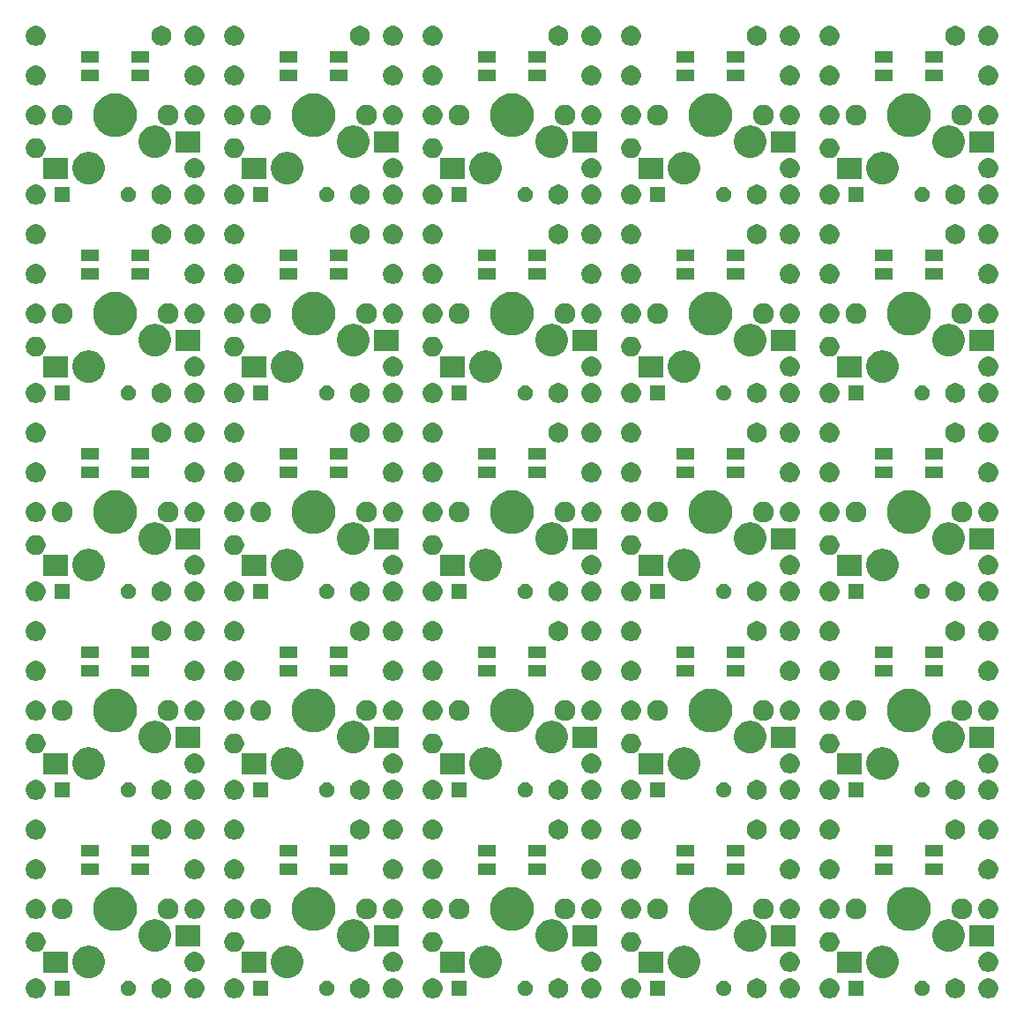
<source format=gbs>
G04 #@! TF.GenerationSoftware,KiCad,Pcbnew,(5.1.6-0-10_14)*
G04 #@! TF.CreationDate,2021-04-19T11:16:05+02:00*
G04 #@! TF.ProjectId,altana,616c7461-6e61-42e6-9b69-6361645f7063,rev?*
G04 #@! TF.SameCoordinates,Original*
G04 #@! TF.FileFunction,Soldermask,Bot*
G04 #@! TF.FilePolarity,Negative*
%FSLAX46Y46*%
G04 Gerber Fmt 4.6, Leading zero omitted, Abs format (unit mm)*
G04 Created by KiCad (PCBNEW (5.1.6-0-10_14)) date 2021-04-19 11:16:05*
%MOMM*%
%LPD*%
G01*
G04 APERTURE LIST*
%ADD10C,0.265000*%
G04 APERTURE END LIST*
D10*
G36*
X158519395Y-118592546D02*
G01*
X158692466Y-118664234D01*
X158692467Y-118664235D01*
X158848227Y-118768310D01*
X158980690Y-118900773D01*
X159033081Y-118979182D01*
X159084766Y-119056534D01*
X159156454Y-119229605D01*
X159193000Y-119413333D01*
X159193000Y-119600667D01*
X159156454Y-119784395D01*
X159084766Y-119957466D01*
X159065877Y-119985735D01*
X158980690Y-120113227D01*
X158848227Y-120245690D01*
X158769818Y-120298081D01*
X158692466Y-120349766D01*
X158519395Y-120421454D01*
X158335667Y-120458000D01*
X158148333Y-120458000D01*
X157964605Y-120421454D01*
X157791534Y-120349766D01*
X157714182Y-120298081D01*
X157635773Y-120245690D01*
X157503310Y-120113227D01*
X157418123Y-119985735D01*
X157399234Y-119957466D01*
X157327546Y-119784395D01*
X157291000Y-119600667D01*
X157291000Y-119413333D01*
X157327546Y-119229605D01*
X157399234Y-119056534D01*
X157450919Y-118979182D01*
X157503310Y-118900773D01*
X157635773Y-118768310D01*
X157791533Y-118664235D01*
X157791534Y-118664234D01*
X157964605Y-118592546D01*
X158148333Y-118556000D01*
X158335667Y-118556000D01*
X158519395Y-118592546D01*
G37*
G36*
X155344395Y-118592546D02*
G01*
X155517466Y-118664234D01*
X155517467Y-118664235D01*
X155673227Y-118768310D01*
X155805690Y-118900773D01*
X155858081Y-118979182D01*
X155909766Y-119056534D01*
X155981454Y-119229605D01*
X156018000Y-119413333D01*
X156018000Y-119600667D01*
X155981454Y-119784395D01*
X155909766Y-119957466D01*
X155890877Y-119985735D01*
X155805690Y-120113227D01*
X155673227Y-120245690D01*
X155594818Y-120298081D01*
X155517466Y-120349766D01*
X155344395Y-120421454D01*
X155160667Y-120458000D01*
X154973333Y-120458000D01*
X154789605Y-120421454D01*
X154616534Y-120349766D01*
X154539182Y-120298081D01*
X154460773Y-120245690D01*
X154328310Y-120113227D01*
X154243123Y-119985735D01*
X154224234Y-119957466D01*
X154152546Y-119784395D01*
X154116000Y-119600667D01*
X154116000Y-119413333D01*
X154152546Y-119229605D01*
X154224234Y-119056534D01*
X154275919Y-118979182D01*
X154328310Y-118900773D01*
X154460773Y-118768310D01*
X154616533Y-118664235D01*
X154616534Y-118664234D01*
X154789605Y-118592546D01*
X154973333Y-118556000D01*
X155160667Y-118556000D01*
X155344395Y-118592546D01*
G37*
G36*
X143279395Y-118592546D02*
G01*
X143452466Y-118664234D01*
X143452467Y-118664235D01*
X143608227Y-118768310D01*
X143740690Y-118900773D01*
X143793081Y-118979182D01*
X143844766Y-119056534D01*
X143916454Y-119229605D01*
X143953000Y-119413333D01*
X143953000Y-119600667D01*
X143916454Y-119784395D01*
X143844766Y-119957466D01*
X143825877Y-119985735D01*
X143740690Y-120113227D01*
X143608227Y-120245690D01*
X143529818Y-120298081D01*
X143452466Y-120349766D01*
X143279395Y-120421454D01*
X143095667Y-120458000D01*
X142908333Y-120458000D01*
X142724605Y-120421454D01*
X142551534Y-120349766D01*
X142474182Y-120298081D01*
X142395773Y-120245690D01*
X142263310Y-120113227D01*
X142178123Y-119985735D01*
X142159234Y-119957466D01*
X142087546Y-119784395D01*
X142051000Y-119600667D01*
X142051000Y-119413333D01*
X142087546Y-119229605D01*
X142159234Y-119056534D01*
X142210919Y-118979182D01*
X142263310Y-118900773D01*
X142395773Y-118768310D01*
X142551533Y-118664235D01*
X142551534Y-118664234D01*
X142724605Y-118592546D01*
X142908333Y-118556000D01*
X143095667Y-118556000D01*
X143279395Y-118592546D01*
G37*
G36*
X139469395Y-118592546D02*
G01*
X139642466Y-118664234D01*
X139642467Y-118664235D01*
X139798227Y-118768310D01*
X139930690Y-118900773D01*
X139983081Y-118979182D01*
X140034766Y-119056534D01*
X140106454Y-119229605D01*
X140143000Y-119413333D01*
X140143000Y-119600667D01*
X140106454Y-119784395D01*
X140034766Y-119957466D01*
X140015877Y-119985735D01*
X139930690Y-120113227D01*
X139798227Y-120245690D01*
X139719818Y-120298081D01*
X139642466Y-120349766D01*
X139469395Y-120421454D01*
X139285667Y-120458000D01*
X139098333Y-120458000D01*
X138914605Y-120421454D01*
X138741534Y-120349766D01*
X138664182Y-120298081D01*
X138585773Y-120245690D01*
X138453310Y-120113227D01*
X138368123Y-119985735D01*
X138349234Y-119957466D01*
X138277546Y-119784395D01*
X138241000Y-119600667D01*
X138241000Y-119413333D01*
X138277546Y-119229605D01*
X138349234Y-119056534D01*
X138400919Y-118979182D01*
X138453310Y-118900773D01*
X138585773Y-118768310D01*
X138741533Y-118664235D01*
X138741534Y-118664234D01*
X138914605Y-118592546D01*
X139098333Y-118556000D01*
X139285667Y-118556000D01*
X139469395Y-118592546D01*
G37*
G36*
X136294395Y-118592546D02*
G01*
X136467466Y-118664234D01*
X136467467Y-118664235D01*
X136623227Y-118768310D01*
X136755690Y-118900773D01*
X136808081Y-118979182D01*
X136859766Y-119056534D01*
X136931454Y-119229605D01*
X136968000Y-119413333D01*
X136968000Y-119600667D01*
X136931454Y-119784395D01*
X136859766Y-119957466D01*
X136840877Y-119985735D01*
X136755690Y-120113227D01*
X136623227Y-120245690D01*
X136544818Y-120298081D01*
X136467466Y-120349766D01*
X136294395Y-120421454D01*
X136110667Y-120458000D01*
X135923333Y-120458000D01*
X135739605Y-120421454D01*
X135566534Y-120349766D01*
X135489182Y-120298081D01*
X135410773Y-120245690D01*
X135278310Y-120113227D01*
X135193123Y-119985735D01*
X135174234Y-119957466D01*
X135102546Y-119784395D01*
X135066000Y-119600667D01*
X135066000Y-119413333D01*
X135102546Y-119229605D01*
X135174234Y-119056534D01*
X135225919Y-118979182D01*
X135278310Y-118900773D01*
X135410773Y-118768310D01*
X135566533Y-118664235D01*
X135566534Y-118664234D01*
X135739605Y-118592546D01*
X135923333Y-118556000D01*
X136110667Y-118556000D01*
X136294395Y-118592546D01*
G37*
G36*
X124229395Y-118592546D02*
G01*
X124402466Y-118664234D01*
X124402467Y-118664235D01*
X124558227Y-118768310D01*
X124690690Y-118900773D01*
X124743081Y-118979182D01*
X124794766Y-119056534D01*
X124866454Y-119229605D01*
X124903000Y-119413333D01*
X124903000Y-119600667D01*
X124866454Y-119784395D01*
X124794766Y-119957466D01*
X124775877Y-119985735D01*
X124690690Y-120113227D01*
X124558227Y-120245690D01*
X124479818Y-120298081D01*
X124402466Y-120349766D01*
X124229395Y-120421454D01*
X124045667Y-120458000D01*
X123858333Y-120458000D01*
X123674605Y-120421454D01*
X123501534Y-120349766D01*
X123424182Y-120298081D01*
X123345773Y-120245690D01*
X123213310Y-120113227D01*
X123128123Y-119985735D01*
X123109234Y-119957466D01*
X123037546Y-119784395D01*
X123001000Y-119600667D01*
X123001000Y-119413333D01*
X123037546Y-119229605D01*
X123109234Y-119056534D01*
X123160919Y-118979182D01*
X123213310Y-118900773D01*
X123345773Y-118768310D01*
X123501533Y-118664235D01*
X123501534Y-118664234D01*
X123674605Y-118592546D01*
X123858333Y-118556000D01*
X124045667Y-118556000D01*
X124229395Y-118592546D01*
G37*
G36*
X120419395Y-118592546D02*
G01*
X120592466Y-118664234D01*
X120592467Y-118664235D01*
X120748227Y-118768310D01*
X120880690Y-118900773D01*
X120933081Y-118979182D01*
X120984766Y-119056534D01*
X121056454Y-119229605D01*
X121093000Y-119413333D01*
X121093000Y-119600667D01*
X121056454Y-119784395D01*
X120984766Y-119957466D01*
X120965877Y-119985735D01*
X120880690Y-120113227D01*
X120748227Y-120245690D01*
X120669818Y-120298081D01*
X120592466Y-120349766D01*
X120419395Y-120421454D01*
X120235667Y-120458000D01*
X120048333Y-120458000D01*
X119864605Y-120421454D01*
X119691534Y-120349766D01*
X119614182Y-120298081D01*
X119535773Y-120245690D01*
X119403310Y-120113227D01*
X119318123Y-119985735D01*
X119299234Y-119957466D01*
X119227546Y-119784395D01*
X119191000Y-119600667D01*
X119191000Y-119413333D01*
X119227546Y-119229605D01*
X119299234Y-119056534D01*
X119350919Y-118979182D01*
X119403310Y-118900773D01*
X119535773Y-118768310D01*
X119691533Y-118664235D01*
X119691534Y-118664234D01*
X119864605Y-118592546D01*
X120048333Y-118556000D01*
X120235667Y-118556000D01*
X120419395Y-118592546D01*
G37*
G36*
X117244395Y-118592546D02*
G01*
X117417466Y-118664234D01*
X117417467Y-118664235D01*
X117573227Y-118768310D01*
X117705690Y-118900773D01*
X117758081Y-118979182D01*
X117809766Y-119056534D01*
X117881454Y-119229605D01*
X117918000Y-119413333D01*
X117918000Y-119600667D01*
X117881454Y-119784395D01*
X117809766Y-119957466D01*
X117790877Y-119985735D01*
X117705690Y-120113227D01*
X117573227Y-120245690D01*
X117494818Y-120298081D01*
X117417466Y-120349766D01*
X117244395Y-120421454D01*
X117060667Y-120458000D01*
X116873333Y-120458000D01*
X116689605Y-120421454D01*
X116516534Y-120349766D01*
X116439182Y-120298081D01*
X116360773Y-120245690D01*
X116228310Y-120113227D01*
X116143123Y-119985735D01*
X116124234Y-119957466D01*
X116052546Y-119784395D01*
X116016000Y-119600667D01*
X116016000Y-119413333D01*
X116052546Y-119229605D01*
X116124234Y-119056534D01*
X116175919Y-118979182D01*
X116228310Y-118900773D01*
X116360773Y-118768310D01*
X116516533Y-118664235D01*
X116516534Y-118664234D01*
X116689605Y-118592546D01*
X116873333Y-118556000D01*
X117060667Y-118556000D01*
X117244395Y-118592546D01*
G37*
G36*
X105179395Y-118592546D02*
G01*
X105352466Y-118664234D01*
X105352467Y-118664235D01*
X105508227Y-118768310D01*
X105640690Y-118900773D01*
X105693081Y-118979182D01*
X105744766Y-119056534D01*
X105816454Y-119229605D01*
X105853000Y-119413333D01*
X105853000Y-119600667D01*
X105816454Y-119784395D01*
X105744766Y-119957466D01*
X105725877Y-119985735D01*
X105640690Y-120113227D01*
X105508227Y-120245690D01*
X105429818Y-120298081D01*
X105352466Y-120349766D01*
X105179395Y-120421454D01*
X104995667Y-120458000D01*
X104808333Y-120458000D01*
X104624605Y-120421454D01*
X104451534Y-120349766D01*
X104374182Y-120298081D01*
X104295773Y-120245690D01*
X104163310Y-120113227D01*
X104078123Y-119985735D01*
X104059234Y-119957466D01*
X103987546Y-119784395D01*
X103951000Y-119600667D01*
X103951000Y-119413333D01*
X103987546Y-119229605D01*
X104059234Y-119056534D01*
X104110919Y-118979182D01*
X104163310Y-118900773D01*
X104295773Y-118768310D01*
X104451533Y-118664235D01*
X104451534Y-118664234D01*
X104624605Y-118592546D01*
X104808333Y-118556000D01*
X104995667Y-118556000D01*
X105179395Y-118592546D01*
G37*
G36*
X101369395Y-118592546D02*
G01*
X101542466Y-118664234D01*
X101542467Y-118664235D01*
X101698227Y-118768310D01*
X101830690Y-118900773D01*
X101883081Y-118979182D01*
X101934766Y-119056534D01*
X102006454Y-119229605D01*
X102043000Y-119413333D01*
X102043000Y-119600667D01*
X102006454Y-119784395D01*
X101934766Y-119957466D01*
X101915877Y-119985735D01*
X101830690Y-120113227D01*
X101698227Y-120245690D01*
X101619818Y-120298081D01*
X101542466Y-120349766D01*
X101369395Y-120421454D01*
X101185667Y-120458000D01*
X100998333Y-120458000D01*
X100814605Y-120421454D01*
X100641534Y-120349766D01*
X100564182Y-120298081D01*
X100485773Y-120245690D01*
X100353310Y-120113227D01*
X100268123Y-119985735D01*
X100249234Y-119957466D01*
X100177546Y-119784395D01*
X100141000Y-119600667D01*
X100141000Y-119413333D01*
X100177546Y-119229605D01*
X100249234Y-119056534D01*
X100300919Y-118979182D01*
X100353310Y-118900773D01*
X100485773Y-118768310D01*
X100641533Y-118664235D01*
X100641534Y-118664234D01*
X100814605Y-118592546D01*
X100998333Y-118556000D01*
X101185667Y-118556000D01*
X101369395Y-118592546D01*
G37*
G36*
X98194395Y-118592546D02*
G01*
X98367466Y-118664234D01*
X98367467Y-118664235D01*
X98523227Y-118768310D01*
X98655690Y-118900773D01*
X98708081Y-118979182D01*
X98759766Y-119056534D01*
X98831454Y-119229605D01*
X98868000Y-119413333D01*
X98868000Y-119600667D01*
X98831454Y-119784395D01*
X98759766Y-119957466D01*
X98740877Y-119985735D01*
X98655690Y-120113227D01*
X98523227Y-120245690D01*
X98444818Y-120298081D01*
X98367466Y-120349766D01*
X98194395Y-120421454D01*
X98010667Y-120458000D01*
X97823333Y-120458000D01*
X97639605Y-120421454D01*
X97466534Y-120349766D01*
X97389182Y-120298081D01*
X97310773Y-120245690D01*
X97178310Y-120113227D01*
X97093123Y-119985735D01*
X97074234Y-119957466D01*
X97002546Y-119784395D01*
X96966000Y-119600667D01*
X96966000Y-119413333D01*
X97002546Y-119229605D01*
X97074234Y-119056534D01*
X97125919Y-118979182D01*
X97178310Y-118900773D01*
X97310773Y-118768310D01*
X97466533Y-118664235D01*
X97466534Y-118664234D01*
X97639605Y-118592546D01*
X97823333Y-118556000D01*
X98010667Y-118556000D01*
X98194395Y-118592546D01*
G37*
G36*
X86129395Y-118592546D02*
G01*
X86302466Y-118664234D01*
X86302467Y-118664235D01*
X86458227Y-118768310D01*
X86590690Y-118900773D01*
X86643081Y-118979182D01*
X86694766Y-119056534D01*
X86766454Y-119229605D01*
X86803000Y-119413333D01*
X86803000Y-119600667D01*
X86766454Y-119784395D01*
X86694766Y-119957466D01*
X86675877Y-119985735D01*
X86590690Y-120113227D01*
X86458227Y-120245690D01*
X86379818Y-120298081D01*
X86302466Y-120349766D01*
X86129395Y-120421454D01*
X85945667Y-120458000D01*
X85758333Y-120458000D01*
X85574605Y-120421454D01*
X85401534Y-120349766D01*
X85324182Y-120298081D01*
X85245773Y-120245690D01*
X85113310Y-120113227D01*
X85028123Y-119985735D01*
X85009234Y-119957466D01*
X84937546Y-119784395D01*
X84901000Y-119600667D01*
X84901000Y-119413333D01*
X84937546Y-119229605D01*
X85009234Y-119056534D01*
X85060919Y-118979182D01*
X85113310Y-118900773D01*
X85245773Y-118768310D01*
X85401533Y-118664235D01*
X85401534Y-118664234D01*
X85574605Y-118592546D01*
X85758333Y-118556000D01*
X85945667Y-118556000D01*
X86129395Y-118592546D01*
G37*
G36*
X82319395Y-118592546D02*
G01*
X82492466Y-118664234D01*
X82492467Y-118664235D01*
X82648227Y-118768310D01*
X82780690Y-118900773D01*
X82833081Y-118979182D01*
X82884766Y-119056534D01*
X82956454Y-119229605D01*
X82993000Y-119413333D01*
X82993000Y-119600667D01*
X82956454Y-119784395D01*
X82884766Y-119957466D01*
X82865877Y-119985735D01*
X82780690Y-120113227D01*
X82648227Y-120245690D01*
X82569818Y-120298081D01*
X82492466Y-120349766D01*
X82319395Y-120421454D01*
X82135667Y-120458000D01*
X81948333Y-120458000D01*
X81764605Y-120421454D01*
X81591534Y-120349766D01*
X81514182Y-120298081D01*
X81435773Y-120245690D01*
X81303310Y-120113227D01*
X81218123Y-119985735D01*
X81199234Y-119957466D01*
X81127546Y-119784395D01*
X81091000Y-119600667D01*
X81091000Y-119413333D01*
X81127546Y-119229605D01*
X81199234Y-119056534D01*
X81250919Y-118979182D01*
X81303310Y-118900773D01*
X81435773Y-118768310D01*
X81591533Y-118664235D01*
X81591534Y-118664234D01*
X81764605Y-118592546D01*
X81948333Y-118556000D01*
X82135667Y-118556000D01*
X82319395Y-118592546D01*
G37*
G36*
X79144395Y-118592546D02*
G01*
X79317466Y-118664234D01*
X79317467Y-118664235D01*
X79473227Y-118768310D01*
X79605690Y-118900773D01*
X79658081Y-118979182D01*
X79709766Y-119056534D01*
X79781454Y-119229605D01*
X79818000Y-119413333D01*
X79818000Y-119600667D01*
X79781454Y-119784395D01*
X79709766Y-119957466D01*
X79690877Y-119985735D01*
X79605690Y-120113227D01*
X79473227Y-120245690D01*
X79394818Y-120298081D01*
X79317466Y-120349766D01*
X79144395Y-120421454D01*
X78960667Y-120458000D01*
X78773333Y-120458000D01*
X78589605Y-120421454D01*
X78416534Y-120349766D01*
X78339182Y-120298081D01*
X78260773Y-120245690D01*
X78128310Y-120113227D01*
X78043123Y-119985735D01*
X78024234Y-119957466D01*
X77952546Y-119784395D01*
X77916000Y-119600667D01*
X77916000Y-119413333D01*
X77952546Y-119229605D01*
X78024234Y-119056534D01*
X78075919Y-118979182D01*
X78128310Y-118900773D01*
X78260773Y-118768310D01*
X78416533Y-118664235D01*
X78416534Y-118664234D01*
X78589605Y-118592546D01*
X78773333Y-118556000D01*
X78960667Y-118556000D01*
X79144395Y-118592546D01*
G37*
G36*
X67079395Y-118592546D02*
G01*
X67252466Y-118664234D01*
X67252467Y-118664235D01*
X67408227Y-118768310D01*
X67540690Y-118900773D01*
X67593081Y-118979182D01*
X67644766Y-119056534D01*
X67716454Y-119229605D01*
X67753000Y-119413333D01*
X67753000Y-119600667D01*
X67716454Y-119784395D01*
X67644766Y-119957466D01*
X67625877Y-119985735D01*
X67540690Y-120113227D01*
X67408227Y-120245690D01*
X67329818Y-120298081D01*
X67252466Y-120349766D01*
X67079395Y-120421454D01*
X66895667Y-120458000D01*
X66708333Y-120458000D01*
X66524605Y-120421454D01*
X66351534Y-120349766D01*
X66274182Y-120298081D01*
X66195773Y-120245690D01*
X66063310Y-120113227D01*
X65978123Y-119985735D01*
X65959234Y-119957466D01*
X65887546Y-119784395D01*
X65851000Y-119600667D01*
X65851000Y-119413333D01*
X65887546Y-119229605D01*
X65959234Y-119056534D01*
X66010919Y-118979182D01*
X66063310Y-118900773D01*
X66195773Y-118768310D01*
X66351533Y-118664235D01*
X66351534Y-118664234D01*
X66524605Y-118592546D01*
X66708333Y-118556000D01*
X66895667Y-118556000D01*
X67079395Y-118592546D01*
G37*
G36*
X146293000Y-120258000D02*
G01*
X144791000Y-120258000D01*
X144791000Y-118756000D01*
X146293000Y-118756000D01*
X146293000Y-120258000D01*
G37*
G36*
X70093000Y-120258000D02*
G01*
X68591000Y-120258000D01*
X68591000Y-118756000D01*
X70093000Y-118756000D01*
X70093000Y-120258000D01*
G37*
G36*
X75827850Y-118768309D02*
G01*
X75911059Y-118784860D01*
X76047732Y-118841472D01*
X76170735Y-118923660D01*
X76275340Y-119028265D01*
X76357528Y-119151268D01*
X76414140Y-119287941D01*
X76443000Y-119433033D01*
X76443000Y-119580967D01*
X76414140Y-119726059D01*
X76357528Y-119862732D01*
X76275340Y-119985735D01*
X76170735Y-120090340D01*
X76047732Y-120172528D01*
X76047731Y-120172529D01*
X76047730Y-120172529D01*
X75911059Y-120229140D01*
X75765968Y-120258000D01*
X75618032Y-120258000D01*
X75472941Y-120229140D01*
X75336270Y-120172529D01*
X75336269Y-120172529D01*
X75336268Y-120172528D01*
X75213265Y-120090340D01*
X75108660Y-119985735D01*
X75026472Y-119862732D01*
X74969860Y-119726059D01*
X74941000Y-119580967D01*
X74941000Y-119433033D01*
X74969860Y-119287941D01*
X75026472Y-119151268D01*
X75108660Y-119028265D01*
X75213265Y-118923660D01*
X75336268Y-118841472D01*
X75472941Y-118784860D01*
X75556150Y-118768309D01*
X75618032Y-118756000D01*
X75765968Y-118756000D01*
X75827850Y-118768309D01*
G37*
G36*
X89143000Y-120258000D02*
G01*
X87641000Y-120258000D01*
X87641000Y-118756000D01*
X89143000Y-118756000D01*
X89143000Y-120258000D01*
G37*
G36*
X94877850Y-118768309D02*
G01*
X94961059Y-118784860D01*
X95097732Y-118841472D01*
X95220735Y-118923660D01*
X95325340Y-119028265D01*
X95407528Y-119151268D01*
X95464140Y-119287941D01*
X95493000Y-119433033D01*
X95493000Y-119580967D01*
X95464140Y-119726059D01*
X95407528Y-119862732D01*
X95325340Y-119985735D01*
X95220735Y-120090340D01*
X95097732Y-120172528D01*
X95097731Y-120172529D01*
X95097730Y-120172529D01*
X94961059Y-120229140D01*
X94815968Y-120258000D01*
X94668032Y-120258000D01*
X94522941Y-120229140D01*
X94386270Y-120172529D01*
X94386269Y-120172529D01*
X94386268Y-120172528D01*
X94263265Y-120090340D01*
X94158660Y-119985735D01*
X94076472Y-119862732D01*
X94019860Y-119726059D01*
X93991000Y-119580967D01*
X93991000Y-119433033D01*
X94019860Y-119287941D01*
X94076472Y-119151268D01*
X94158660Y-119028265D01*
X94263265Y-118923660D01*
X94386268Y-118841472D01*
X94522941Y-118784860D01*
X94606150Y-118768309D01*
X94668032Y-118756000D01*
X94815968Y-118756000D01*
X94877850Y-118768309D01*
G37*
G36*
X108193000Y-120258000D02*
G01*
X106691000Y-120258000D01*
X106691000Y-118756000D01*
X108193000Y-118756000D01*
X108193000Y-120258000D01*
G37*
G36*
X113927850Y-118768309D02*
G01*
X114011059Y-118784860D01*
X114147732Y-118841472D01*
X114270735Y-118923660D01*
X114375340Y-119028265D01*
X114457528Y-119151268D01*
X114514140Y-119287941D01*
X114543000Y-119433033D01*
X114543000Y-119580967D01*
X114514140Y-119726059D01*
X114457528Y-119862732D01*
X114375340Y-119985735D01*
X114270735Y-120090340D01*
X114147732Y-120172528D01*
X114147731Y-120172529D01*
X114147730Y-120172529D01*
X114011059Y-120229140D01*
X113865968Y-120258000D01*
X113718032Y-120258000D01*
X113572941Y-120229140D01*
X113436270Y-120172529D01*
X113436269Y-120172529D01*
X113436268Y-120172528D01*
X113313265Y-120090340D01*
X113208660Y-119985735D01*
X113126472Y-119862732D01*
X113069860Y-119726059D01*
X113041000Y-119580967D01*
X113041000Y-119433033D01*
X113069860Y-119287941D01*
X113126472Y-119151268D01*
X113208660Y-119028265D01*
X113313265Y-118923660D01*
X113436268Y-118841472D01*
X113572941Y-118784860D01*
X113656150Y-118768309D01*
X113718032Y-118756000D01*
X113865968Y-118756000D01*
X113927850Y-118768309D01*
G37*
G36*
X127243000Y-120258000D02*
G01*
X125741000Y-120258000D01*
X125741000Y-118756000D01*
X127243000Y-118756000D01*
X127243000Y-120258000D01*
G37*
G36*
X132977850Y-118768309D02*
G01*
X133061059Y-118784860D01*
X133197732Y-118841472D01*
X133320735Y-118923660D01*
X133425340Y-119028265D01*
X133507528Y-119151268D01*
X133564140Y-119287941D01*
X133593000Y-119433033D01*
X133593000Y-119580967D01*
X133564140Y-119726059D01*
X133507528Y-119862732D01*
X133425340Y-119985735D01*
X133320735Y-120090340D01*
X133197732Y-120172528D01*
X133197731Y-120172529D01*
X133197730Y-120172529D01*
X133061059Y-120229140D01*
X132915968Y-120258000D01*
X132768032Y-120258000D01*
X132622941Y-120229140D01*
X132486270Y-120172529D01*
X132486269Y-120172529D01*
X132486268Y-120172528D01*
X132363265Y-120090340D01*
X132258660Y-119985735D01*
X132176472Y-119862732D01*
X132119860Y-119726059D01*
X132091000Y-119580967D01*
X132091000Y-119433033D01*
X132119860Y-119287941D01*
X132176472Y-119151268D01*
X132258660Y-119028265D01*
X132363265Y-118923660D01*
X132486268Y-118841472D01*
X132622941Y-118784860D01*
X132706150Y-118768309D01*
X132768032Y-118756000D01*
X132915968Y-118756000D01*
X132977850Y-118768309D01*
G37*
G36*
X152027850Y-118768309D02*
G01*
X152111059Y-118784860D01*
X152247732Y-118841472D01*
X152370735Y-118923660D01*
X152475340Y-119028265D01*
X152557528Y-119151268D01*
X152614140Y-119287941D01*
X152643000Y-119433033D01*
X152643000Y-119580967D01*
X152614140Y-119726059D01*
X152557528Y-119862732D01*
X152475340Y-119985735D01*
X152370735Y-120090340D01*
X152247732Y-120172528D01*
X152247731Y-120172529D01*
X152247730Y-120172529D01*
X152111059Y-120229140D01*
X151965968Y-120258000D01*
X151818032Y-120258000D01*
X151672941Y-120229140D01*
X151536270Y-120172529D01*
X151536269Y-120172529D01*
X151536268Y-120172528D01*
X151413265Y-120090340D01*
X151308660Y-119985735D01*
X151226472Y-119862732D01*
X151169860Y-119726059D01*
X151141000Y-119580967D01*
X151141000Y-119433033D01*
X151169860Y-119287941D01*
X151226472Y-119151268D01*
X151308660Y-119028265D01*
X151413265Y-118923660D01*
X151536268Y-118841472D01*
X151672941Y-118784860D01*
X151756150Y-118768309D01*
X151818032Y-118756000D01*
X151965968Y-118756000D01*
X152027850Y-118768309D01*
G37*
G36*
X129334585Y-115445802D02*
G01*
X129484410Y-115475604D01*
X129766674Y-115592521D01*
X130020705Y-115762259D01*
X130236741Y-115978295D01*
X130406479Y-116232326D01*
X130523396Y-116514590D01*
X130583000Y-116814240D01*
X130583000Y-117119760D01*
X130523396Y-117419410D01*
X130406479Y-117701674D01*
X130236741Y-117955705D01*
X130020705Y-118171741D01*
X129766674Y-118341479D01*
X129484410Y-118458396D01*
X129334585Y-118488198D01*
X129184761Y-118518000D01*
X128879239Y-118518000D01*
X128729415Y-118488198D01*
X128579590Y-118458396D01*
X128297326Y-118341479D01*
X128043295Y-118171741D01*
X127827259Y-117955705D01*
X127657521Y-117701674D01*
X127540604Y-117419410D01*
X127481000Y-117119760D01*
X127481000Y-116814240D01*
X127540604Y-116514590D01*
X127657521Y-116232326D01*
X127827259Y-115978295D01*
X128043295Y-115762259D01*
X128297326Y-115592521D01*
X128579590Y-115475604D01*
X128729415Y-115445802D01*
X128879239Y-115416000D01*
X129184761Y-115416000D01*
X129334585Y-115445802D01*
G37*
G36*
X72184585Y-115445802D02*
G01*
X72334410Y-115475604D01*
X72616674Y-115592521D01*
X72870705Y-115762259D01*
X73086741Y-115978295D01*
X73256479Y-116232326D01*
X73373396Y-116514590D01*
X73433000Y-116814240D01*
X73433000Y-117119760D01*
X73373396Y-117419410D01*
X73256479Y-117701674D01*
X73086741Y-117955705D01*
X72870705Y-118171741D01*
X72616674Y-118341479D01*
X72334410Y-118458396D01*
X72184585Y-118488198D01*
X72034761Y-118518000D01*
X71729239Y-118518000D01*
X71579415Y-118488198D01*
X71429590Y-118458396D01*
X71147326Y-118341479D01*
X70893295Y-118171741D01*
X70677259Y-117955705D01*
X70507521Y-117701674D01*
X70390604Y-117419410D01*
X70331000Y-117119760D01*
X70331000Y-116814240D01*
X70390604Y-116514590D01*
X70507521Y-116232326D01*
X70677259Y-115978295D01*
X70893295Y-115762259D01*
X71147326Y-115592521D01*
X71429590Y-115475604D01*
X71579415Y-115445802D01*
X71729239Y-115416000D01*
X72034761Y-115416000D01*
X72184585Y-115445802D01*
G37*
G36*
X110284585Y-115445802D02*
G01*
X110434410Y-115475604D01*
X110716674Y-115592521D01*
X110970705Y-115762259D01*
X111186741Y-115978295D01*
X111356479Y-116232326D01*
X111473396Y-116514590D01*
X111533000Y-116814240D01*
X111533000Y-117119760D01*
X111473396Y-117419410D01*
X111356479Y-117701674D01*
X111186741Y-117955705D01*
X110970705Y-118171741D01*
X110716674Y-118341479D01*
X110434410Y-118458396D01*
X110284585Y-118488198D01*
X110134761Y-118518000D01*
X109829239Y-118518000D01*
X109679415Y-118488198D01*
X109529590Y-118458396D01*
X109247326Y-118341479D01*
X108993295Y-118171741D01*
X108777259Y-117955705D01*
X108607521Y-117701674D01*
X108490604Y-117419410D01*
X108431000Y-117119760D01*
X108431000Y-116814240D01*
X108490604Y-116514590D01*
X108607521Y-116232326D01*
X108777259Y-115978295D01*
X108993295Y-115762259D01*
X109247326Y-115592521D01*
X109529590Y-115475604D01*
X109679415Y-115445802D01*
X109829239Y-115416000D01*
X110134761Y-115416000D01*
X110284585Y-115445802D01*
G37*
G36*
X148384585Y-115445802D02*
G01*
X148534410Y-115475604D01*
X148816674Y-115592521D01*
X149070705Y-115762259D01*
X149286741Y-115978295D01*
X149456479Y-116232326D01*
X149573396Y-116514590D01*
X149633000Y-116814240D01*
X149633000Y-117119760D01*
X149573396Y-117419410D01*
X149456479Y-117701674D01*
X149286741Y-117955705D01*
X149070705Y-118171741D01*
X148816674Y-118341479D01*
X148534410Y-118458396D01*
X148384585Y-118488198D01*
X148234761Y-118518000D01*
X147929239Y-118518000D01*
X147779415Y-118488198D01*
X147629590Y-118458396D01*
X147347326Y-118341479D01*
X147093295Y-118171741D01*
X146877259Y-117955705D01*
X146707521Y-117701674D01*
X146590604Y-117419410D01*
X146531000Y-117119760D01*
X146531000Y-116814240D01*
X146590604Y-116514590D01*
X146707521Y-116232326D01*
X146877259Y-115978295D01*
X147093295Y-115762259D01*
X147347326Y-115592521D01*
X147629590Y-115475604D01*
X147779415Y-115445802D01*
X147929239Y-115416000D01*
X148234761Y-115416000D01*
X148384585Y-115445802D01*
G37*
G36*
X91234585Y-115445802D02*
G01*
X91384410Y-115475604D01*
X91666674Y-115592521D01*
X91920705Y-115762259D01*
X92136741Y-115978295D01*
X92306479Y-116232326D01*
X92423396Y-116514590D01*
X92483000Y-116814240D01*
X92483000Y-117119760D01*
X92423396Y-117419410D01*
X92306479Y-117701674D01*
X92136741Y-117955705D01*
X91920705Y-118171741D01*
X91666674Y-118341479D01*
X91384410Y-118458396D01*
X91234585Y-118488198D01*
X91084761Y-118518000D01*
X90779239Y-118518000D01*
X90629415Y-118488198D01*
X90479590Y-118458396D01*
X90197326Y-118341479D01*
X89943295Y-118171741D01*
X89727259Y-117955705D01*
X89557521Y-117701674D01*
X89440604Y-117419410D01*
X89381000Y-117119760D01*
X89381000Y-116814240D01*
X89440604Y-116514590D01*
X89557521Y-116232326D01*
X89727259Y-115978295D01*
X89943295Y-115762259D01*
X90197326Y-115592521D01*
X90479590Y-115475604D01*
X90629415Y-115445802D01*
X90779239Y-115416000D01*
X91084761Y-115416000D01*
X91234585Y-115445802D01*
G37*
G36*
X86580305Y-115953598D02*
G01*
X86604691Y-115956000D01*
X88973000Y-115956000D01*
X88973000Y-118058000D01*
X86571000Y-118058000D01*
X86571000Y-115959194D01*
X86570145Y-115950516D01*
X86580305Y-115953598D01*
G37*
G36*
X124680305Y-115953598D02*
G01*
X124704691Y-115956000D01*
X127073000Y-115956000D01*
X127073000Y-118058000D01*
X124671000Y-118058000D01*
X124671000Y-115959194D01*
X124670145Y-115950516D01*
X124680305Y-115953598D01*
G37*
G36*
X143730305Y-115953598D02*
G01*
X143754691Y-115956000D01*
X146123000Y-115956000D01*
X146123000Y-118058000D01*
X143721000Y-118058000D01*
X143721000Y-115959194D01*
X143720145Y-115950516D01*
X143730305Y-115953598D01*
G37*
G36*
X67530305Y-115953598D02*
G01*
X67554691Y-115956000D01*
X69923000Y-115956000D01*
X69923000Y-118058000D01*
X67521000Y-118058000D01*
X67521000Y-115959194D01*
X67520145Y-115950516D01*
X67530305Y-115953598D01*
G37*
G36*
X105630305Y-115953598D02*
G01*
X105654691Y-115956000D01*
X108023000Y-115956000D01*
X108023000Y-118058000D01*
X105621000Y-118058000D01*
X105621000Y-115959194D01*
X105620145Y-115950516D01*
X105630305Y-115953598D01*
G37*
G36*
X120419395Y-116052546D02*
G01*
X120592466Y-116124234D01*
X120592467Y-116124235D01*
X120748227Y-116228310D01*
X120880690Y-116360773D01*
X120880691Y-116360775D01*
X120984766Y-116516534D01*
X121056454Y-116689605D01*
X121093000Y-116873333D01*
X121093000Y-117060667D01*
X121056454Y-117244395D01*
X120984766Y-117417466D01*
X120983467Y-117419410D01*
X120880690Y-117573227D01*
X120748227Y-117705690D01*
X120669818Y-117758081D01*
X120592466Y-117809766D01*
X120419395Y-117881454D01*
X120235667Y-117918000D01*
X120048333Y-117918000D01*
X119864605Y-117881454D01*
X119691534Y-117809766D01*
X119614182Y-117758081D01*
X119535773Y-117705690D01*
X119403310Y-117573227D01*
X119300533Y-117419410D01*
X119299234Y-117417466D01*
X119227546Y-117244395D01*
X119191000Y-117060667D01*
X119191000Y-116873333D01*
X119227546Y-116689605D01*
X119299234Y-116516534D01*
X119403309Y-116360775D01*
X119403310Y-116360773D01*
X119535773Y-116228310D01*
X119691533Y-116124235D01*
X119691534Y-116124234D01*
X119864605Y-116052546D01*
X120048333Y-116016000D01*
X120235667Y-116016000D01*
X120419395Y-116052546D01*
G37*
G36*
X101369395Y-116052546D02*
G01*
X101542466Y-116124234D01*
X101542467Y-116124235D01*
X101698227Y-116228310D01*
X101830690Y-116360773D01*
X101830691Y-116360775D01*
X101934766Y-116516534D01*
X102006454Y-116689605D01*
X102043000Y-116873333D01*
X102043000Y-117060667D01*
X102006454Y-117244395D01*
X101934766Y-117417466D01*
X101933467Y-117419410D01*
X101830690Y-117573227D01*
X101698227Y-117705690D01*
X101619818Y-117758081D01*
X101542466Y-117809766D01*
X101369395Y-117881454D01*
X101185667Y-117918000D01*
X100998333Y-117918000D01*
X100814605Y-117881454D01*
X100641534Y-117809766D01*
X100564182Y-117758081D01*
X100485773Y-117705690D01*
X100353310Y-117573227D01*
X100250533Y-117419410D01*
X100249234Y-117417466D01*
X100177546Y-117244395D01*
X100141000Y-117060667D01*
X100141000Y-116873333D01*
X100177546Y-116689605D01*
X100249234Y-116516534D01*
X100353309Y-116360775D01*
X100353310Y-116360773D01*
X100485773Y-116228310D01*
X100641533Y-116124235D01*
X100641534Y-116124234D01*
X100814605Y-116052546D01*
X100998333Y-116016000D01*
X101185667Y-116016000D01*
X101369395Y-116052546D01*
G37*
G36*
X82319395Y-116052546D02*
G01*
X82492466Y-116124234D01*
X82492467Y-116124235D01*
X82648227Y-116228310D01*
X82780690Y-116360773D01*
X82780691Y-116360775D01*
X82884766Y-116516534D01*
X82956454Y-116689605D01*
X82993000Y-116873333D01*
X82993000Y-117060667D01*
X82956454Y-117244395D01*
X82884766Y-117417466D01*
X82883467Y-117419410D01*
X82780690Y-117573227D01*
X82648227Y-117705690D01*
X82569818Y-117758081D01*
X82492466Y-117809766D01*
X82319395Y-117881454D01*
X82135667Y-117918000D01*
X81948333Y-117918000D01*
X81764605Y-117881454D01*
X81591534Y-117809766D01*
X81514182Y-117758081D01*
X81435773Y-117705690D01*
X81303310Y-117573227D01*
X81200533Y-117419410D01*
X81199234Y-117417466D01*
X81127546Y-117244395D01*
X81091000Y-117060667D01*
X81091000Y-116873333D01*
X81127546Y-116689605D01*
X81199234Y-116516534D01*
X81303309Y-116360775D01*
X81303310Y-116360773D01*
X81435773Y-116228310D01*
X81591533Y-116124235D01*
X81591534Y-116124234D01*
X81764605Y-116052546D01*
X81948333Y-116016000D01*
X82135667Y-116016000D01*
X82319395Y-116052546D01*
G37*
G36*
X139469395Y-116052546D02*
G01*
X139642466Y-116124234D01*
X139642467Y-116124235D01*
X139798227Y-116228310D01*
X139930690Y-116360773D01*
X139930691Y-116360775D01*
X140034766Y-116516534D01*
X140106454Y-116689605D01*
X140143000Y-116873333D01*
X140143000Y-117060667D01*
X140106454Y-117244395D01*
X140034766Y-117417466D01*
X140033467Y-117419410D01*
X139930690Y-117573227D01*
X139798227Y-117705690D01*
X139719818Y-117758081D01*
X139642466Y-117809766D01*
X139469395Y-117881454D01*
X139285667Y-117918000D01*
X139098333Y-117918000D01*
X138914605Y-117881454D01*
X138741534Y-117809766D01*
X138664182Y-117758081D01*
X138585773Y-117705690D01*
X138453310Y-117573227D01*
X138350533Y-117419410D01*
X138349234Y-117417466D01*
X138277546Y-117244395D01*
X138241000Y-117060667D01*
X138241000Y-116873333D01*
X138277546Y-116689605D01*
X138349234Y-116516534D01*
X138453309Y-116360775D01*
X138453310Y-116360773D01*
X138585773Y-116228310D01*
X138741533Y-116124235D01*
X138741534Y-116124234D01*
X138914605Y-116052546D01*
X139098333Y-116016000D01*
X139285667Y-116016000D01*
X139469395Y-116052546D01*
G37*
G36*
X158519395Y-116052546D02*
G01*
X158692466Y-116124234D01*
X158692467Y-116124235D01*
X158848227Y-116228310D01*
X158980690Y-116360773D01*
X158980691Y-116360775D01*
X159084766Y-116516534D01*
X159156454Y-116689605D01*
X159193000Y-116873333D01*
X159193000Y-117060667D01*
X159156454Y-117244395D01*
X159084766Y-117417466D01*
X159083467Y-117419410D01*
X158980690Y-117573227D01*
X158848227Y-117705690D01*
X158769818Y-117758081D01*
X158692466Y-117809766D01*
X158519395Y-117881454D01*
X158335667Y-117918000D01*
X158148333Y-117918000D01*
X157964605Y-117881454D01*
X157791534Y-117809766D01*
X157714182Y-117758081D01*
X157635773Y-117705690D01*
X157503310Y-117573227D01*
X157400533Y-117419410D01*
X157399234Y-117417466D01*
X157327546Y-117244395D01*
X157291000Y-117060667D01*
X157291000Y-116873333D01*
X157327546Y-116689605D01*
X157399234Y-116516534D01*
X157503309Y-116360775D01*
X157503310Y-116360773D01*
X157635773Y-116228310D01*
X157791533Y-116124235D01*
X157791534Y-116124234D01*
X157964605Y-116052546D01*
X158148333Y-116016000D01*
X158335667Y-116016000D01*
X158519395Y-116052546D01*
G37*
G36*
X105179395Y-114147546D02*
G01*
X105352466Y-114219234D01*
X105352467Y-114219235D01*
X105508227Y-114323310D01*
X105640690Y-114455773D01*
X105640691Y-114455775D01*
X105744766Y-114611534D01*
X105816454Y-114784605D01*
X105853000Y-114968333D01*
X105853000Y-115155667D01*
X105816454Y-115339395D01*
X105744766Y-115512466D01*
X105744765Y-115512467D01*
X105640690Y-115668227D01*
X105566298Y-115742619D01*
X105550758Y-115761555D01*
X105539207Y-115783166D01*
X105532094Y-115806615D01*
X105529692Y-115831001D01*
X105530547Y-115839679D01*
X105520387Y-115836597D01*
X105496001Y-115834195D01*
X105471615Y-115836597D01*
X105448166Y-115843710D01*
X105426555Y-115855261D01*
X105352466Y-115904766D01*
X105179395Y-115976454D01*
X104995667Y-116013000D01*
X104808333Y-116013000D01*
X104624605Y-115976454D01*
X104451534Y-115904766D01*
X104360157Y-115843710D01*
X104295773Y-115800690D01*
X104163310Y-115668227D01*
X104059235Y-115512467D01*
X104059234Y-115512466D01*
X103987546Y-115339395D01*
X103951000Y-115155667D01*
X103951000Y-114968333D01*
X103987546Y-114784605D01*
X104059234Y-114611534D01*
X104163309Y-114455775D01*
X104163310Y-114455773D01*
X104295773Y-114323310D01*
X104451533Y-114219235D01*
X104451534Y-114219234D01*
X104624605Y-114147546D01*
X104808333Y-114111000D01*
X104995667Y-114111000D01*
X105179395Y-114147546D01*
G37*
G36*
X67079395Y-114147546D02*
G01*
X67252466Y-114219234D01*
X67252467Y-114219235D01*
X67408227Y-114323310D01*
X67540690Y-114455773D01*
X67540691Y-114455775D01*
X67644766Y-114611534D01*
X67716454Y-114784605D01*
X67753000Y-114968333D01*
X67753000Y-115155667D01*
X67716454Y-115339395D01*
X67644766Y-115512466D01*
X67644765Y-115512467D01*
X67540690Y-115668227D01*
X67466298Y-115742619D01*
X67450758Y-115761555D01*
X67439207Y-115783166D01*
X67432094Y-115806615D01*
X67429692Y-115831001D01*
X67430547Y-115839679D01*
X67420387Y-115836597D01*
X67396001Y-115834195D01*
X67371615Y-115836597D01*
X67348166Y-115843710D01*
X67326555Y-115855261D01*
X67252466Y-115904766D01*
X67079395Y-115976454D01*
X66895667Y-116013000D01*
X66708333Y-116013000D01*
X66524605Y-115976454D01*
X66351534Y-115904766D01*
X66260157Y-115843710D01*
X66195773Y-115800690D01*
X66063310Y-115668227D01*
X65959235Y-115512467D01*
X65959234Y-115512466D01*
X65887546Y-115339395D01*
X65851000Y-115155667D01*
X65851000Y-114968333D01*
X65887546Y-114784605D01*
X65959234Y-114611534D01*
X66063309Y-114455775D01*
X66063310Y-114455773D01*
X66195773Y-114323310D01*
X66351533Y-114219235D01*
X66351534Y-114219234D01*
X66524605Y-114147546D01*
X66708333Y-114111000D01*
X66895667Y-114111000D01*
X67079395Y-114147546D01*
G37*
G36*
X86129395Y-114147546D02*
G01*
X86302466Y-114219234D01*
X86302467Y-114219235D01*
X86458227Y-114323310D01*
X86590690Y-114455773D01*
X86590691Y-114455775D01*
X86694766Y-114611534D01*
X86766454Y-114784605D01*
X86803000Y-114968333D01*
X86803000Y-115155667D01*
X86766454Y-115339395D01*
X86694766Y-115512466D01*
X86694765Y-115512467D01*
X86590690Y-115668227D01*
X86516298Y-115742619D01*
X86500758Y-115761555D01*
X86489207Y-115783166D01*
X86482094Y-115806615D01*
X86479692Y-115831001D01*
X86480547Y-115839679D01*
X86470387Y-115836597D01*
X86446001Y-115834195D01*
X86421615Y-115836597D01*
X86398166Y-115843710D01*
X86376555Y-115855261D01*
X86302466Y-115904766D01*
X86129395Y-115976454D01*
X85945667Y-116013000D01*
X85758333Y-116013000D01*
X85574605Y-115976454D01*
X85401534Y-115904766D01*
X85310157Y-115843710D01*
X85245773Y-115800690D01*
X85113310Y-115668227D01*
X85009235Y-115512467D01*
X85009234Y-115512466D01*
X84937546Y-115339395D01*
X84901000Y-115155667D01*
X84901000Y-114968333D01*
X84937546Y-114784605D01*
X85009234Y-114611534D01*
X85113309Y-114455775D01*
X85113310Y-114455773D01*
X85245773Y-114323310D01*
X85401533Y-114219235D01*
X85401534Y-114219234D01*
X85574605Y-114147546D01*
X85758333Y-114111000D01*
X85945667Y-114111000D01*
X86129395Y-114147546D01*
G37*
G36*
X124229395Y-114147546D02*
G01*
X124402466Y-114219234D01*
X124402467Y-114219235D01*
X124558227Y-114323310D01*
X124690690Y-114455773D01*
X124690691Y-114455775D01*
X124794766Y-114611534D01*
X124866454Y-114784605D01*
X124903000Y-114968333D01*
X124903000Y-115155667D01*
X124866454Y-115339395D01*
X124794766Y-115512466D01*
X124794765Y-115512467D01*
X124690690Y-115668227D01*
X124616298Y-115742619D01*
X124600758Y-115761555D01*
X124589207Y-115783166D01*
X124582094Y-115806615D01*
X124579692Y-115831001D01*
X124580547Y-115839679D01*
X124570387Y-115836597D01*
X124546001Y-115834195D01*
X124521615Y-115836597D01*
X124498166Y-115843710D01*
X124476555Y-115855261D01*
X124402466Y-115904766D01*
X124229395Y-115976454D01*
X124045667Y-116013000D01*
X123858333Y-116013000D01*
X123674605Y-115976454D01*
X123501534Y-115904766D01*
X123410157Y-115843710D01*
X123345773Y-115800690D01*
X123213310Y-115668227D01*
X123109235Y-115512467D01*
X123109234Y-115512466D01*
X123037546Y-115339395D01*
X123001000Y-115155667D01*
X123001000Y-114968333D01*
X123037546Y-114784605D01*
X123109234Y-114611534D01*
X123213309Y-114455775D01*
X123213310Y-114455773D01*
X123345773Y-114323310D01*
X123501533Y-114219235D01*
X123501534Y-114219234D01*
X123674605Y-114147546D01*
X123858333Y-114111000D01*
X124045667Y-114111000D01*
X124229395Y-114147546D01*
G37*
G36*
X143279395Y-114147546D02*
G01*
X143452466Y-114219234D01*
X143452467Y-114219235D01*
X143608227Y-114323310D01*
X143740690Y-114455773D01*
X143740691Y-114455775D01*
X143844766Y-114611534D01*
X143916454Y-114784605D01*
X143953000Y-114968333D01*
X143953000Y-115155667D01*
X143916454Y-115339395D01*
X143844766Y-115512466D01*
X143844765Y-115512467D01*
X143740690Y-115668227D01*
X143666298Y-115742619D01*
X143650758Y-115761555D01*
X143639207Y-115783166D01*
X143632094Y-115806615D01*
X143629692Y-115831001D01*
X143630547Y-115839679D01*
X143620387Y-115836597D01*
X143596001Y-115834195D01*
X143571615Y-115836597D01*
X143548166Y-115843710D01*
X143526555Y-115855261D01*
X143452466Y-115904766D01*
X143279395Y-115976454D01*
X143095667Y-116013000D01*
X142908333Y-116013000D01*
X142724605Y-115976454D01*
X142551534Y-115904766D01*
X142460157Y-115843710D01*
X142395773Y-115800690D01*
X142263310Y-115668227D01*
X142159235Y-115512467D01*
X142159234Y-115512466D01*
X142087546Y-115339395D01*
X142051000Y-115155667D01*
X142051000Y-114968333D01*
X142087546Y-114784605D01*
X142159234Y-114611534D01*
X142263309Y-114455775D01*
X142263310Y-114455773D01*
X142395773Y-114323310D01*
X142551533Y-114219235D01*
X142551534Y-114219234D01*
X142724605Y-114147546D01*
X142908333Y-114111000D01*
X143095667Y-114111000D01*
X143279395Y-114147546D01*
G37*
G36*
X78534585Y-112905802D02*
G01*
X78684410Y-112935604D01*
X78966674Y-113052521D01*
X79220705Y-113222259D01*
X79436741Y-113438295D01*
X79606479Y-113692326D01*
X79723396Y-113974590D01*
X79783000Y-114274240D01*
X79783000Y-114579760D01*
X79723396Y-114879410D01*
X79606479Y-115161674D01*
X79436741Y-115415705D01*
X79220705Y-115631741D01*
X78966674Y-115801479D01*
X78684410Y-115918396D01*
X78534585Y-115948198D01*
X78384761Y-115978000D01*
X78079239Y-115978000D01*
X77929415Y-115948198D01*
X77779590Y-115918396D01*
X77497326Y-115801479D01*
X77243295Y-115631741D01*
X77027259Y-115415705D01*
X76857521Y-115161674D01*
X76740604Y-114879410D01*
X76681000Y-114579760D01*
X76681000Y-114274240D01*
X76740604Y-113974590D01*
X76857521Y-113692326D01*
X77027259Y-113438295D01*
X77243295Y-113222259D01*
X77497326Y-113052521D01*
X77779590Y-112935604D01*
X77929415Y-112905802D01*
X78079239Y-112876000D01*
X78384761Y-112876000D01*
X78534585Y-112905802D01*
G37*
G36*
X154734585Y-112905802D02*
G01*
X154884410Y-112935604D01*
X155166674Y-113052521D01*
X155420705Y-113222259D01*
X155636741Y-113438295D01*
X155806479Y-113692326D01*
X155923396Y-113974590D01*
X155983000Y-114274240D01*
X155983000Y-114579760D01*
X155923396Y-114879410D01*
X155806479Y-115161674D01*
X155636741Y-115415705D01*
X155420705Y-115631741D01*
X155166674Y-115801479D01*
X154884410Y-115918396D01*
X154734585Y-115948198D01*
X154584761Y-115978000D01*
X154279239Y-115978000D01*
X154129415Y-115948198D01*
X153979590Y-115918396D01*
X153697326Y-115801479D01*
X153443295Y-115631741D01*
X153227259Y-115415705D01*
X153057521Y-115161674D01*
X152940604Y-114879410D01*
X152881000Y-114579760D01*
X152881000Y-114274240D01*
X152940604Y-113974590D01*
X153057521Y-113692326D01*
X153227259Y-113438295D01*
X153443295Y-113222259D01*
X153697326Y-113052521D01*
X153979590Y-112935604D01*
X154129415Y-112905802D01*
X154279239Y-112876000D01*
X154584761Y-112876000D01*
X154734585Y-112905802D01*
G37*
G36*
X135684585Y-112905802D02*
G01*
X135834410Y-112935604D01*
X136116674Y-113052521D01*
X136370705Y-113222259D01*
X136586741Y-113438295D01*
X136756479Y-113692326D01*
X136873396Y-113974590D01*
X136933000Y-114274240D01*
X136933000Y-114579760D01*
X136873396Y-114879410D01*
X136756479Y-115161674D01*
X136586741Y-115415705D01*
X136370705Y-115631741D01*
X136116674Y-115801479D01*
X135834410Y-115918396D01*
X135684585Y-115948198D01*
X135534761Y-115978000D01*
X135229239Y-115978000D01*
X135079415Y-115948198D01*
X134929590Y-115918396D01*
X134647326Y-115801479D01*
X134393295Y-115631741D01*
X134177259Y-115415705D01*
X134007521Y-115161674D01*
X133890604Y-114879410D01*
X133831000Y-114579760D01*
X133831000Y-114274240D01*
X133890604Y-113974590D01*
X134007521Y-113692326D01*
X134177259Y-113438295D01*
X134393295Y-113222259D01*
X134647326Y-113052521D01*
X134929590Y-112935604D01*
X135079415Y-112905802D01*
X135229239Y-112876000D01*
X135534761Y-112876000D01*
X135684585Y-112905802D01*
G37*
G36*
X116634585Y-112905802D02*
G01*
X116784410Y-112935604D01*
X117066674Y-113052521D01*
X117320705Y-113222259D01*
X117536741Y-113438295D01*
X117706479Y-113692326D01*
X117823396Y-113974590D01*
X117883000Y-114274240D01*
X117883000Y-114579760D01*
X117823396Y-114879410D01*
X117706479Y-115161674D01*
X117536741Y-115415705D01*
X117320705Y-115631741D01*
X117066674Y-115801479D01*
X116784410Y-115918396D01*
X116634585Y-115948198D01*
X116484761Y-115978000D01*
X116179239Y-115978000D01*
X116029415Y-115948198D01*
X115879590Y-115918396D01*
X115597326Y-115801479D01*
X115343295Y-115631741D01*
X115127259Y-115415705D01*
X114957521Y-115161674D01*
X114840604Y-114879410D01*
X114781000Y-114579760D01*
X114781000Y-114274240D01*
X114840604Y-113974590D01*
X114957521Y-113692326D01*
X115127259Y-113438295D01*
X115343295Y-113222259D01*
X115597326Y-113052521D01*
X115879590Y-112935604D01*
X116029415Y-112905802D01*
X116179239Y-112876000D01*
X116484761Y-112876000D01*
X116634585Y-112905802D01*
G37*
G36*
X97584585Y-112905802D02*
G01*
X97734410Y-112935604D01*
X98016674Y-113052521D01*
X98270705Y-113222259D01*
X98486741Y-113438295D01*
X98656479Y-113692326D01*
X98773396Y-113974590D01*
X98833000Y-114274240D01*
X98833000Y-114579760D01*
X98773396Y-114879410D01*
X98656479Y-115161674D01*
X98486741Y-115415705D01*
X98270705Y-115631741D01*
X98016674Y-115801479D01*
X97734410Y-115918396D01*
X97584585Y-115948198D01*
X97434761Y-115978000D01*
X97129239Y-115978000D01*
X96979415Y-115948198D01*
X96829590Y-115918396D01*
X96547326Y-115801479D01*
X96293295Y-115631741D01*
X96077259Y-115415705D01*
X95907521Y-115161674D01*
X95790604Y-114879410D01*
X95731000Y-114579760D01*
X95731000Y-114274240D01*
X95790604Y-113974590D01*
X95907521Y-113692326D01*
X96077259Y-113438295D01*
X96293295Y-113222259D01*
X96547326Y-113052521D01*
X96829590Y-112935604D01*
X96979415Y-112905802D01*
X97129239Y-112876000D01*
X97434761Y-112876000D01*
X97584585Y-112905802D01*
G37*
G36*
X158823000Y-115518000D02*
G01*
X156421000Y-115518000D01*
X156421000Y-113416000D01*
X158823000Y-113416000D01*
X158823000Y-115518000D01*
G37*
G36*
X82623000Y-115518000D02*
G01*
X80221000Y-115518000D01*
X80221000Y-113416000D01*
X82623000Y-113416000D01*
X82623000Y-115518000D01*
G37*
G36*
X139773000Y-115518000D02*
G01*
X137371000Y-115518000D01*
X137371000Y-113416000D01*
X139773000Y-113416000D01*
X139773000Y-115518000D01*
G37*
G36*
X120723000Y-115518000D02*
G01*
X118321000Y-115518000D01*
X118321000Y-113416000D01*
X120723000Y-113416000D01*
X120723000Y-115518000D01*
G37*
G36*
X101673000Y-115518000D02*
G01*
X99271000Y-115518000D01*
X99271000Y-113416000D01*
X101673000Y-113416000D01*
X101673000Y-115518000D01*
G37*
G36*
X132049536Y-109839827D02*
G01*
X132184839Y-109866740D01*
X132567197Y-110025118D01*
X132911310Y-110255047D01*
X133203953Y-110547690D01*
X133433882Y-110891803D01*
X133592260Y-111274161D01*
X133619173Y-111409464D01*
X133673000Y-111680068D01*
X133673000Y-112093932D01*
X133624558Y-112337466D01*
X133592260Y-112499839D01*
X133433882Y-112882197D01*
X133203953Y-113226310D01*
X132911310Y-113518953D01*
X132567197Y-113748882D01*
X132184839Y-113907260D01*
X132049536Y-113934173D01*
X131778932Y-113988000D01*
X131365068Y-113988000D01*
X131094464Y-113934173D01*
X130959161Y-113907260D01*
X130576803Y-113748882D01*
X130232690Y-113518953D01*
X129940047Y-113226310D01*
X129710118Y-112882197D01*
X129551740Y-112499839D01*
X129519442Y-112337466D01*
X129471000Y-112093932D01*
X129471000Y-111680068D01*
X129524827Y-111409464D01*
X129551740Y-111274161D01*
X129710118Y-110891803D01*
X129940047Y-110547690D01*
X130232690Y-110255047D01*
X130576803Y-110025118D01*
X130959161Y-109866740D01*
X131094464Y-109839827D01*
X131365068Y-109786000D01*
X131778932Y-109786000D01*
X132049536Y-109839827D01*
G37*
G36*
X93949536Y-109839827D02*
G01*
X94084839Y-109866740D01*
X94467197Y-110025118D01*
X94811310Y-110255047D01*
X95103953Y-110547690D01*
X95333882Y-110891803D01*
X95492260Y-111274161D01*
X95519173Y-111409464D01*
X95573000Y-111680068D01*
X95573000Y-112093932D01*
X95524558Y-112337466D01*
X95492260Y-112499839D01*
X95333882Y-112882197D01*
X95103953Y-113226310D01*
X94811310Y-113518953D01*
X94467197Y-113748882D01*
X94084839Y-113907260D01*
X93949536Y-113934173D01*
X93678932Y-113988000D01*
X93265068Y-113988000D01*
X92994464Y-113934173D01*
X92859161Y-113907260D01*
X92476803Y-113748882D01*
X92132690Y-113518953D01*
X91840047Y-113226310D01*
X91610118Y-112882197D01*
X91451740Y-112499839D01*
X91419442Y-112337466D01*
X91371000Y-112093932D01*
X91371000Y-111680068D01*
X91424827Y-111409464D01*
X91451740Y-111274161D01*
X91610118Y-110891803D01*
X91840047Y-110547690D01*
X92132690Y-110255047D01*
X92476803Y-110025118D01*
X92859161Y-109866740D01*
X92994464Y-109839827D01*
X93265068Y-109786000D01*
X93678932Y-109786000D01*
X93949536Y-109839827D01*
G37*
G36*
X151099536Y-109839827D02*
G01*
X151234839Y-109866740D01*
X151617197Y-110025118D01*
X151961310Y-110255047D01*
X152253953Y-110547690D01*
X152483882Y-110891803D01*
X152642260Y-111274161D01*
X152669173Y-111409464D01*
X152723000Y-111680068D01*
X152723000Y-112093932D01*
X152674558Y-112337466D01*
X152642260Y-112499839D01*
X152483882Y-112882197D01*
X152253953Y-113226310D01*
X151961310Y-113518953D01*
X151617197Y-113748882D01*
X151234839Y-113907260D01*
X151099536Y-113934173D01*
X150828932Y-113988000D01*
X150415068Y-113988000D01*
X150144464Y-113934173D01*
X150009161Y-113907260D01*
X149626803Y-113748882D01*
X149282690Y-113518953D01*
X148990047Y-113226310D01*
X148760118Y-112882197D01*
X148601740Y-112499839D01*
X148569442Y-112337466D01*
X148521000Y-112093932D01*
X148521000Y-111680068D01*
X148574827Y-111409464D01*
X148601740Y-111274161D01*
X148760118Y-110891803D01*
X148990047Y-110547690D01*
X149282690Y-110255047D01*
X149626803Y-110025118D01*
X150009161Y-109866740D01*
X150144464Y-109839827D01*
X150415068Y-109786000D01*
X150828932Y-109786000D01*
X151099536Y-109839827D01*
G37*
G36*
X74899536Y-109839827D02*
G01*
X75034839Y-109866740D01*
X75417197Y-110025118D01*
X75761310Y-110255047D01*
X76053953Y-110547690D01*
X76283882Y-110891803D01*
X76442260Y-111274161D01*
X76469173Y-111409464D01*
X76523000Y-111680068D01*
X76523000Y-112093932D01*
X76474558Y-112337466D01*
X76442260Y-112499839D01*
X76283882Y-112882197D01*
X76053953Y-113226310D01*
X75761310Y-113518953D01*
X75417197Y-113748882D01*
X75034839Y-113907260D01*
X74899536Y-113934173D01*
X74628932Y-113988000D01*
X74215068Y-113988000D01*
X73944464Y-113934173D01*
X73809161Y-113907260D01*
X73426803Y-113748882D01*
X73082690Y-113518953D01*
X72790047Y-113226310D01*
X72560118Y-112882197D01*
X72401740Y-112499839D01*
X72369442Y-112337466D01*
X72321000Y-112093932D01*
X72321000Y-111680068D01*
X72374827Y-111409464D01*
X72401740Y-111274161D01*
X72560118Y-110891803D01*
X72790047Y-110547690D01*
X73082690Y-110255047D01*
X73426803Y-110025118D01*
X73809161Y-109866740D01*
X73944464Y-109839827D01*
X74215068Y-109786000D01*
X74628932Y-109786000D01*
X74899536Y-109839827D01*
G37*
G36*
X112999536Y-109839827D02*
G01*
X113134839Y-109866740D01*
X113517197Y-110025118D01*
X113861310Y-110255047D01*
X114153953Y-110547690D01*
X114383882Y-110891803D01*
X114542260Y-111274161D01*
X114569173Y-111409464D01*
X114623000Y-111680068D01*
X114623000Y-112093932D01*
X114574558Y-112337466D01*
X114542260Y-112499839D01*
X114383882Y-112882197D01*
X114153953Y-113226310D01*
X113861310Y-113518953D01*
X113517197Y-113748882D01*
X113134839Y-113907260D01*
X112999536Y-113934173D01*
X112728932Y-113988000D01*
X112315068Y-113988000D01*
X112044464Y-113934173D01*
X111909161Y-113907260D01*
X111526803Y-113748882D01*
X111182690Y-113518953D01*
X110890047Y-113226310D01*
X110660118Y-112882197D01*
X110501740Y-112499839D01*
X110469442Y-112337466D01*
X110421000Y-112093932D01*
X110421000Y-111680068D01*
X110474827Y-111409464D01*
X110501740Y-111274161D01*
X110660118Y-110891803D01*
X110890047Y-110547690D01*
X111182690Y-110255047D01*
X111526803Y-110025118D01*
X111909161Y-109866740D01*
X112044464Y-109839827D01*
X112315068Y-109786000D01*
X112728932Y-109786000D01*
X112999536Y-109839827D01*
G37*
G36*
X126619764Y-110891803D02*
G01*
X126783981Y-110924468D01*
X126966151Y-110999926D01*
X127130100Y-111109473D01*
X127269527Y-111248900D01*
X127379074Y-111412849D01*
X127454532Y-111595019D01*
X127493000Y-111788410D01*
X127493000Y-111985590D01*
X127454532Y-112178981D01*
X127379074Y-112361151D01*
X127269527Y-112525100D01*
X127130100Y-112664527D01*
X126966151Y-112774074D01*
X126783981Y-112849532D01*
X126687285Y-112868766D01*
X126590591Y-112888000D01*
X126393409Y-112888000D01*
X126296715Y-112868766D01*
X126200019Y-112849532D01*
X126017849Y-112774074D01*
X125853900Y-112664527D01*
X125714473Y-112525100D01*
X125604926Y-112361151D01*
X125529468Y-112178981D01*
X125491000Y-111985590D01*
X125491000Y-111788410D01*
X125529468Y-111595019D01*
X125604926Y-111412849D01*
X125714473Y-111248900D01*
X125853900Y-111109473D01*
X126017849Y-110999926D01*
X126200019Y-110924468D01*
X126364236Y-110891803D01*
X126393409Y-110886000D01*
X126590591Y-110886000D01*
X126619764Y-110891803D01*
G37*
G36*
X136779764Y-110891803D02*
G01*
X136943981Y-110924468D01*
X137126151Y-110999926D01*
X137290100Y-111109473D01*
X137429527Y-111248900D01*
X137539074Y-111412849D01*
X137614532Y-111595019D01*
X137653000Y-111788410D01*
X137653000Y-111985590D01*
X137614532Y-112178981D01*
X137539074Y-112361151D01*
X137429527Y-112525100D01*
X137290100Y-112664527D01*
X137126151Y-112774074D01*
X136943981Y-112849532D01*
X136847285Y-112868766D01*
X136750591Y-112888000D01*
X136553409Y-112888000D01*
X136456715Y-112868766D01*
X136360019Y-112849532D01*
X136177849Y-112774074D01*
X136013900Y-112664527D01*
X135874473Y-112525100D01*
X135764926Y-112361151D01*
X135689468Y-112178981D01*
X135651000Y-111985590D01*
X135651000Y-111788410D01*
X135689468Y-111595019D01*
X135764926Y-111412849D01*
X135874473Y-111248900D01*
X136013900Y-111109473D01*
X136177849Y-110999926D01*
X136360019Y-110924468D01*
X136524236Y-110891803D01*
X136553409Y-110886000D01*
X136750591Y-110886000D01*
X136779764Y-110891803D01*
G37*
G36*
X88519764Y-110891803D02*
G01*
X88683981Y-110924468D01*
X88866151Y-110999926D01*
X89030100Y-111109473D01*
X89169527Y-111248900D01*
X89279074Y-111412849D01*
X89354532Y-111595019D01*
X89393000Y-111788410D01*
X89393000Y-111985590D01*
X89354532Y-112178981D01*
X89279074Y-112361151D01*
X89169527Y-112525100D01*
X89030100Y-112664527D01*
X88866151Y-112774074D01*
X88683981Y-112849532D01*
X88587285Y-112868766D01*
X88490591Y-112888000D01*
X88293409Y-112888000D01*
X88196715Y-112868766D01*
X88100019Y-112849532D01*
X87917849Y-112774074D01*
X87753900Y-112664527D01*
X87614473Y-112525100D01*
X87504926Y-112361151D01*
X87429468Y-112178981D01*
X87391000Y-111985590D01*
X87391000Y-111788410D01*
X87429468Y-111595019D01*
X87504926Y-111412849D01*
X87614473Y-111248900D01*
X87753900Y-111109473D01*
X87917849Y-110999926D01*
X88100019Y-110924468D01*
X88264236Y-110891803D01*
X88293409Y-110886000D01*
X88490591Y-110886000D01*
X88519764Y-110891803D01*
G37*
G36*
X98679764Y-110891803D02*
G01*
X98843981Y-110924468D01*
X99026151Y-110999926D01*
X99190100Y-111109473D01*
X99329527Y-111248900D01*
X99439074Y-111412849D01*
X99514532Y-111595019D01*
X99553000Y-111788410D01*
X99553000Y-111985590D01*
X99514532Y-112178981D01*
X99439074Y-112361151D01*
X99329527Y-112525100D01*
X99190100Y-112664527D01*
X99026151Y-112774074D01*
X98843981Y-112849532D01*
X98747285Y-112868766D01*
X98650591Y-112888000D01*
X98453409Y-112888000D01*
X98356715Y-112868766D01*
X98260019Y-112849532D01*
X98077849Y-112774074D01*
X97913900Y-112664527D01*
X97774473Y-112525100D01*
X97664926Y-112361151D01*
X97589468Y-112178981D01*
X97551000Y-111985590D01*
X97551000Y-111788410D01*
X97589468Y-111595019D01*
X97664926Y-111412849D01*
X97774473Y-111248900D01*
X97913900Y-111109473D01*
X98077849Y-110999926D01*
X98260019Y-110924468D01*
X98424236Y-110891803D01*
X98453409Y-110886000D01*
X98650591Y-110886000D01*
X98679764Y-110891803D01*
G37*
G36*
X79629764Y-110891803D02*
G01*
X79793981Y-110924468D01*
X79976151Y-110999926D01*
X80140100Y-111109473D01*
X80279527Y-111248900D01*
X80389074Y-111412849D01*
X80464532Y-111595019D01*
X80503000Y-111788410D01*
X80503000Y-111985590D01*
X80464532Y-112178981D01*
X80389074Y-112361151D01*
X80279527Y-112525100D01*
X80140100Y-112664527D01*
X79976151Y-112774074D01*
X79793981Y-112849532D01*
X79697285Y-112868766D01*
X79600591Y-112888000D01*
X79403409Y-112888000D01*
X79306715Y-112868766D01*
X79210019Y-112849532D01*
X79027849Y-112774074D01*
X78863900Y-112664527D01*
X78724473Y-112525100D01*
X78614926Y-112361151D01*
X78539468Y-112178981D01*
X78501000Y-111985590D01*
X78501000Y-111788410D01*
X78539468Y-111595019D01*
X78614926Y-111412849D01*
X78724473Y-111248900D01*
X78863900Y-111109473D01*
X79027849Y-110999926D01*
X79210019Y-110924468D01*
X79374236Y-110891803D01*
X79403409Y-110886000D01*
X79600591Y-110886000D01*
X79629764Y-110891803D01*
G37*
G36*
X69469764Y-110891803D02*
G01*
X69633981Y-110924468D01*
X69816151Y-110999926D01*
X69980100Y-111109473D01*
X70119527Y-111248900D01*
X70229074Y-111412849D01*
X70304532Y-111595019D01*
X70343000Y-111788410D01*
X70343000Y-111985590D01*
X70304532Y-112178981D01*
X70229074Y-112361151D01*
X70119527Y-112525100D01*
X69980100Y-112664527D01*
X69816151Y-112774074D01*
X69633981Y-112849532D01*
X69537285Y-112868766D01*
X69440591Y-112888000D01*
X69243409Y-112888000D01*
X69146715Y-112868766D01*
X69050019Y-112849532D01*
X68867849Y-112774074D01*
X68703900Y-112664527D01*
X68564473Y-112525100D01*
X68454926Y-112361151D01*
X68379468Y-112178981D01*
X68341000Y-111985590D01*
X68341000Y-111788410D01*
X68379468Y-111595019D01*
X68454926Y-111412849D01*
X68564473Y-111248900D01*
X68703900Y-111109473D01*
X68867849Y-110999926D01*
X69050019Y-110924468D01*
X69214236Y-110891803D01*
X69243409Y-110886000D01*
X69440591Y-110886000D01*
X69469764Y-110891803D01*
G37*
G36*
X117729764Y-110891803D02*
G01*
X117893981Y-110924468D01*
X118076151Y-110999926D01*
X118240100Y-111109473D01*
X118379527Y-111248900D01*
X118489074Y-111412849D01*
X118564532Y-111595019D01*
X118603000Y-111788410D01*
X118603000Y-111985590D01*
X118564532Y-112178981D01*
X118489074Y-112361151D01*
X118379527Y-112525100D01*
X118240100Y-112664527D01*
X118076151Y-112774074D01*
X117893981Y-112849532D01*
X117797285Y-112868766D01*
X117700591Y-112888000D01*
X117503409Y-112888000D01*
X117406715Y-112868766D01*
X117310019Y-112849532D01*
X117127849Y-112774074D01*
X116963900Y-112664527D01*
X116824473Y-112525100D01*
X116714926Y-112361151D01*
X116639468Y-112178981D01*
X116601000Y-111985590D01*
X116601000Y-111788410D01*
X116639468Y-111595019D01*
X116714926Y-111412849D01*
X116824473Y-111248900D01*
X116963900Y-111109473D01*
X117127849Y-110999926D01*
X117310019Y-110924468D01*
X117474236Y-110891803D01*
X117503409Y-110886000D01*
X117700591Y-110886000D01*
X117729764Y-110891803D01*
G37*
G36*
X107569764Y-110891803D02*
G01*
X107733981Y-110924468D01*
X107916151Y-110999926D01*
X108080100Y-111109473D01*
X108219527Y-111248900D01*
X108329074Y-111412849D01*
X108404532Y-111595019D01*
X108443000Y-111788410D01*
X108443000Y-111985590D01*
X108404532Y-112178981D01*
X108329074Y-112361151D01*
X108219527Y-112525100D01*
X108080100Y-112664527D01*
X107916151Y-112774074D01*
X107733981Y-112849532D01*
X107637285Y-112868766D01*
X107540591Y-112888000D01*
X107343409Y-112888000D01*
X107246715Y-112868766D01*
X107150019Y-112849532D01*
X106967849Y-112774074D01*
X106803900Y-112664527D01*
X106664473Y-112525100D01*
X106554926Y-112361151D01*
X106479468Y-112178981D01*
X106441000Y-111985590D01*
X106441000Y-111788410D01*
X106479468Y-111595019D01*
X106554926Y-111412849D01*
X106664473Y-111248900D01*
X106803900Y-111109473D01*
X106967849Y-110999926D01*
X107150019Y-110924468D01*
X107314236Y-110891803D01*
X107343409Y-110886000D01*
X107540591Y-110886000D01*
X107569764Y-110891803D01*
G37*
G36*
X145669764Y-110891803D02*
G01*
X145833981Y-110924468D01*
X146016151Y-110999926D01*
X146180100Y-111109473D01*
X146319527Y-111248900D01*
X146429074Y-111412849D01*
X146504532Y-111595019D01*
X146543000Y-111788410D01*
X146543000Y-111985590D01*
X146504532Y-112178981D01*
X146429074Y-112361151D01*
X146319527Y-112525100D01*
X146180100Y-112664527D01*
X146016151Y-112774074D01*
X145833981Y-112849532D01*
X145737285Y-112868766D01*
X145640591Y-112888000D01*
X145443409Y-112888000D01*
X145346715Y-112868766D01*
X145250019Y-112849532D01*
X145067849Y-112774074D01*
X144903900Y-112664527D01*
X144764473Y-112525100D01*
X144654926Y-112361151D01*
X144579468Y-112178981D01*
X144541000Y-111985590D01*
X144541000Y-111788410D01*
X144579468Y-111595019D01*
X144654926Y-111412849D01*
X144764473Y-111248900D01*
X144903900Y-111109473D01*
X145067849Y-110999926D01*
X145250019Y-110924468D01*
X145414236Y-110891803D01*
X145443409Y-110886000D01*
X145640591Y-110886000D01*
X145669764Y-110891803D01*
G37*
G36*
X155829764Y-110891803D02*
G01*
X155993981Y-110924468D01*
X156176151Y-110999926D01*
X156340100Y-111109473D01*
X156479527Y-111248900D01*
X156589074Y-111412849D01*
X156664532Y-111595019D01*
X156703000Y-111788410D01*
X156703000Y-111985590D01*
X156664532Y-112178981D01*
X156589074Y-112361151D01*
X156479527Y-112525100D01*
X156340100Y-112664527D01*
X156176151Y-112774074D01*
X155993981Y-112849532D01*
X155897285Y-112868766D01*
X155800591Y-112888000D01*
X155603409Y-112888000D01*
X155506715Y-112868766D01*
X155410019Y-112849532D01*
X155227849Y-112774074D01*
X155063900Y-112664527D01*
X154924473Y-112525100D01*
X154814926Y-112361151D01*
X154739468Y-112178981D01*
X154701000Y-111985590D01*
X154701000Y-111788410D01*
X154739468Y-111595019D01*
X154814926Y-111412849D01*
X154924473Y-111248900D01*
X155063900Y-111109473D01*
X155227849Y-110999926D01*
X155410019Y-110924468D01*
X155574236Y-110891803D01*
X155603409Y-110886000D01*
X155800591Y-110886000D01*
X155829764Y-110891803D01*
G37*
G36*
X124229395Y-110972546D02*
G01*
X124402466Y-111044234D01*
X124402467Y-111044235D01*
X124558227Y-111148310D01*
X124690690Y-111280773D01*
X124690691Y-111280775D01*
X124794766Y-111436534D01*
X124866454Y-111609605D01*
X124903000Y-111793333D01*
X124903000Y-111980667D01*
X124866454Y-112164395D01*
X124794766Y-112337466D01*
X124778940Y-112361151D01*
X124690690Y-112493227D01*
X124558227Y-112625690D01*
X124500103Y-112664527D01*
X124402466Y-112729766D01*
X124229395Y-112801454D01*
X124045667Y-112838000D01*
X123858333Y-112838000D01*
X123674605Y-112801454D01*
X123501534Y-112729766D01*
X123403897Y-112664527D01*
X123345773Y-112625690D01*
X123213310Y-112493227D01*
X123125060Y-112361151D01*
X123109234Y-112337466D01*
X123037546Y-112164395D01*
X123001000Y-111980667D01*
X123001000Y-111793333D01*
X123037546Y-111609605D01*
X123109234Y-111436534D01*
X123213309Y-111280775D01*
X123213310Y-111280773D01*
X123345773Y-111148310D01*
X123501533Y-111044235D01*
X123501534Y-111044234D01*
X123674605Y-110972546D01*
X123858333Y-110936000D01*
X124045667Y-110936000D01*
X124229395Y-110972546D01*
G37*
G36*
X101369395Y-110972546D02*
G01*
X101542466Y-111044234D01*
X101542467Y-111044235D01*
X101698227Y-111148310D01*
X101830690Y-111280773D01*
X101830691Y-111280775D01*
X101934766Y-111436534D01*
X102006454Y-111609605D01*
X102043000Y-111793333D01*
X102043000Y-111980667D01*
X102006454Y-112164395D01*
X101934766Y-112337466D01*
X101918940Y-112361151D01*
X101830690Y-112493227D01*
X101698227Y-112625690D01*
X101640103Y-112664527D01*
X101542466Y-112729766D01*
X101369395Y-112801454D01*
X101185667Y-112838000D01*
X100998333Y-112838000D01*
X100814605Y-112801454D01*
X100641534Y-112729766D01*
X100543897Y-112664527D01*
X100485773Y-112625690D01*
X100353310Y-112493227D01*
X100265060Y-112361151D01*
X100249234Y-112337466D01*
X100177546Y-112164395D01*
X100141000Y-111980667D01*
X100141000Y-111793333D01*
X100177546Y-111609605D01*
X100249234Y-111436534D01*
X100353309Y-111280775D01*
X100353310Y-111280773D01*
X100485773Y-111148310D01*
X100641533Y-111044235D01*
X100641534Y-111044234D01*
X100814605Y-110972546D01*
X100998333Y-110936000D01*
X101185667Y-110936000D01*
X101369395Y-110972546D01*
G37*
G36*
X86129395Y-110972546D02*
G01*
X86302466Y-111044234D01*
X86302467Y-111044235D01*
X86458227Y-111148310D01*
X86590690Y-111280773D01*
X86590691Y-111280775D01*
X86694766Y-111436534D01*
X86766454Y-111609605D01*
X86803000Y-111793333D01*
X86803000Y-111980667D01*
X86766454Y-112164395D01*
X86694766Y-112337466D01*
X86678940Y-112361151D01*
X86590690Y-112493227D01*
X86458227Y-112625690D01*
X86400103Y-112664527D01*
X86302466Y-112729766D01*
X86129395Y-112801454D01*
X85945667Y-112838000D01*
X85758333Y-112838000D01*
X85574605Y-112801454D01*
X85401534Y-112729766D01*
X85303897Y-112664527D01*
X85245773Y-112625690D01*
X85113310Y-112493227D01*
X85025060Y-112361151D01*
X85009234Y-112337466D01*
X84937546Y-112164395D01*
X84901000Y-111980667D01*
X84901000Y-111793333D01*
X84937546Y-111609605D01*
X85009234Y-111436534D01*
X85113309Y-111280775D01*
X85113310Y-111280773D01*
X85245773Y-111148310D01*
X85401533Y-111044235D01*
X85401534Y-111044234D01*
X85574605Y-110972546D01*
X85758333Y-110936000D01*
X85945667Y-110936000D01*
X86129395Y-110972546D01*
G37*
G36*
X105179395Y-110972546D02*
G01*
X105352466Y-111044234D01*
X105352467Y-111044235D01*
X105508227Y-111148310D01*
X105640690Y-111280773D01*
X105640691Y-111280775D01*
X105744766Y-111436534D01*
X105816454Y-111609605D01*
X105853000Y-111793333D01*
X105853000Y-111980667D01*
X105816454Y-112164395D01*
X105744766Y-112337466D01*
X105728940Y-112361151D01*
X105640690Y-112493227D01*
X105508227Y-112625690D01*
X105450103Y-112664527D01*
X105352466Y-112729766D01*
X105179395Y-112801454D01*
X104995667Y-112838000D01*
X104808333Y-112838000D01*
X104624605Y-112801454D01*
X104451534Y-112729766D01*
X104353897Y-112664527D01*
X104295773Y-112625690D01*
X104163310Y-112493227D01*
X104075060Y-112361151D01*
X104059234Y-112337466D01*
X103987546Y-112164395D01*
X103951000Y-111980667D01*
X103951000Y-111793333D01*
X103987546Y-111609605D01*
X104059234Y-111436534D01*
X104163309Y-111280775D01*
X104163310Y-111280773D01*
X104295773Y-111148310D01*
X104451533Y-111044235D01*
X104451534Y-111044234D01*
X104624605Y-110972546D01*
X104808333Y-110936000D01*
X104995667Y-110936000D01*
X105179395Y-110972546D01*
G37*
G36*
X143279395Y-110972546D02*
G01*
X143452466Y-111044234D01*
X143452467Y-111044235D01*
X143608227Y-111148310D01*
X143740690Y-111280773D01*
X143740691Y-111280775D01*
X143844766Y-111436534D01*
X143916454Y-111609605D01*
X143953000Y-111793333D01*
X143953000Y-111980667D01*
X143916454Y-112164395D01*
X143844766Y-112337466D01*
X143828940Y-112361151D01*
X143740690Y-112493227D01*
X143608227Y-112625690D01*
X143550103Y-112664527D01*
X143452466Y-112729766D01*
X143279395Y-112801454D01*
X143095667Y-112838000D01*
X142908333Y-112838000D01*
X142724605Y-112801454D01*
X142551534Y-112729766D01*
X142453897Y-112664527D01*
X142395773Y-112625690D01*
X142263310Y-112493227D01*
X142175060Y-112361151D01*
X142159234Y-112337466D01*
X142087546Y-112164395D01*
X142051000Y-111980667D01*
X142051000Y-111793333D01*
X142087546Y-111609605D01*
X142159234Y-111436534D01*
X142263309Y-111280775D01*
X142263310Y-111280773D01*
X142395773Y-111148310D01*
X142551533Y-111044235D01*
X142551534Y-111044234D01*
X142724605Y-110972546D01*
X142908333Y-110936000D01*
X143095667Y-110936000D01*
X143279395Y-110972546D01*
G37*
G36*
X67079395Y-110972546D02*
G01*
X67252466Y-111044234D01*
X67252467Y-111044235D01*
X67408227Y-111148310D01*
X67540690Y-111280773D01*
X67540691Y-111280775D01*
X67644766Y-111436534D01*
X67716454Y-111609605D01*
X67753000Y-111793333D01*
X67753000Y-111980667D01*
X67716454Y-112164395D01*
X67644766Y-112337466D01*
X67628940Y-112361151D01*
X67540690Y-112493227D01*
X67408227Y-112625690D01*
X67350103Y-112664527D01*
X67252466Y-112729766D01*
X67079395Y-112801454D01*
X66895667Y-112838000D01*
X66708333Y-112838000D01*
X66524605Y-112801454D01*
X66351534Y-112729766D01*
X66253897Y-112664527D01*
X66195773Y-112625690D01*
X66063310Y-112493227D01*
X65975060Y-112361151D01*
X65959234Y-112337466D01*
X65887546Y-112164395D01*
X65851000Y-111980667D01*
X65851000Y-111793333D01*
X65887546Y-111609605D01*
X65959234Y-111436534D01*
X66063309Y-111280775D01*
X66063310Y-111280773D01*
X66195773Y-111148310D01*
X66351533Y-111044235D01*
X66351534Y-111044234D01*
X66524605Y-110972546D01*
X66708333Y-110936000D01*
X66895667Y-110936000D01*
X67079395Y-110972546D01*
G37*
G36*
X82319395Y-110972546D02*
G01*
X82492466Y-111044234D01*
X82492467Y-111044235D01*
X82648227Y-111148310D01*
X82780690Y-111280773D01*
X82780691Y-111280775D01*
X82884766Y-111436534D01*
X82956454Y-111609605D01*
X82993000Y-111793333D01*
X82993000Y-111980667D01*
X82956454Y-112164395D01*
X82884766Y-112337466D01*
X82868940Y-112361151D01*
X82780690Y-112493227D01*
X82648227Y-112625690D01*
X82590103Y-112664527D01*
X82492466Y-112729766D01*
X82319395Y-112801454D01*
X82135667Y-112838000D01*
X81948333Y-112838000D01*
X81764605Y-112801454D01*
X81591534Y-112729766D01*
X81493897Y-112664527D01*
X81435773Y-112625690D01*
X81303310Y-112493227D01*
X81215060Y-112361151D01*
X81199234Y-112337466D01*
X81127546Y-112164395D01*
X81091000Y-111980667D01*
X81091000Y-111793333D01*
X81127546Y-111609605D01*
X81199234Y-111436534D01*
X81303309Y-111280775D01*
X81303310Y-111280773D01*
X81435773Y-111148310D01*
X81591533Y-111044235D01*
X81591534Y-111044234D01*
X81764605Y-110972546D01*
X81948333Y-110936000D01*
X82135667Y-110936000D01*
X82319395Y-110972546D01*
G37*
G36*
X120419395Y-110972546D02*
G01*
X120592466Y-111044234D01*
X120592467Y-111044235D01*
X120748227Y-111148310D01*
X120880690Y-111280773D01*
X120880691Y-111280775D01*
X120984766Y-111436534D01*
X121056454Y-111609605D01*
X121093000Y-111793333D01*
X121093000Y-111980667D01*
X121056454Y-112164395D01*
X120984766Y-112337466D01*
X120968940Y-112361151D01*
X120880690Y-112493227D01*
X120748227Y-112625690D01*
X120690103Y-112664527D01*
X120592466Y-112729766D01*
X120419395Y-112801454D01*
X120235667Y-112838000D01*
X120048333Y-112838000D01*
X119864605Y-112801454D01*
X119691534Y-112729766D01*
X119593897Y-112664527D01*
X119535773Y-112625690D01*
X119403310Y-112493227D01*
X119315060Y-112361151D01*
X119299234Y-112337466D01*
X119227546Y-112164395D01*
X119191000Y-111980667D01*
X119191000Y-111793333D01*
X119227546Y-111609605D01*
X119299234Y-111436534D01*
X119403309Y-111280775D01*
X119403310Y-111280773D01*
X119535773Y-111148310D01*
X119691533Y-111044235D01*
X119691534Y-111044234D01*
X119864605Y-110972546D01*
X120048333Y-110936000D01*
X120235667Y-110936000D01*
X120419395Y-110972546D01*
G37*
G36*
X139469395Y-110972546D02*
G01*
X139642466Y-111044234D01*
X139642467Y-111044235D01*
X139798227Y-111148310D01*
X139930690Y-111280773D01*
X139930691Y-111280775D01*
X140034766Y-111436534D01*
X140106454Y-111609605D01*
X140143000Y-111793333D01*
X140143000Y-111980667D01*
X140106454Y-112164395D01*
X140034766Y-112337466D01*
X140018940Y-112361151D01*
X139930690Y-112493227D01*
X139798227Y-112625690D01*
X139740103Y-112664527D01*
X139642466Y-112729766D01*
X139469395Y-112801454D01*
X139285667Y-112838000D01*
X139098333Y-112838000D01*
X138914605Y-112801454D01*
X138741534Y-112729766D01*
X138643897Y-112664527D01*
X138585773Y-112625690D01*
X138453310Y-112493227D01*
X138365060Y-112361151D01*
X138349234Y-112337466D01*
X138277546Y-112164395D01*
X138241000Y-111980667D01*
X138241000Y-111793333D01*
X138277546Y-111609605D01*
X138349234Y-111436534D01*
X138453309Y-111280775D01*
X138453310Y-111280773D01*
X138585773Y-111148310D01*
X138741533Y-111044235D01*
X138741534Y-111044234D01*
X138914605Y-110972546D01*
X139098333Y-110936000D01*
X139285667Y-110936000D01*
X139469395Y-110972546D01*
G37*
G36*
X158519395Y-110972546D02*
G01*
X158692466Y-111044234D01*
X158692467Y-111044235D01*
X158848227Y-111148310D01*
X158980690Y-111280773D01*
X158980691Y-111280775D01*
X159084766Y-111436534D01*
X159156454Y-111609605D01*
X159193000Y-111793333D01*
X159193000Y-111980667D01*
X159156454Y-112164395D01*
X159084766Y-112337466D01*
X159068940Y-112361151D01*
X158980690Y-112493227D01*
X158848227Y-112625690D01*
X158790103Y-112664527D01*
X158692466Y-112729766D01*
X158519395Y-112801454D01*
X158335667Y-112838000D01*
X158148333Y-112838000D01*
X157964605Y-112801454D01*
X157791534Y-112729766D01*
X157693897Y-112664527D01*
X157635773Y-112625690D01*
X157503310Y-112493227D01*
X157415060Y-112361151D01*
X157399234Y-112337466D01*
X157327546Y-112164395D01*
X157291000Y-111980667D01*
X157291000Y-111793333D01*
X157327546Y-111609605D01*
X157399234Y-111436534D01*
X157503309Y-111280775D01*
X157503310Y-111280773D01*
X157635773Y-111148310D01*
X157791533Y-111044235D01*
X157791534Y-111044234D01*
X157964605Y-110972546D01*
X158148333Y-110936000D01*
X158335667Y-110936000D01*
X158519395Y-110972546D01*
G37*
G36*
X124229395Y-107162546D02*
G01*
X124402466Y-107234234D01*
X124402467Y-107234235D01*
X124558227Y-107338310D01*
X124690690Y-107470773D01*
X124690691Y-107470775D01*
X124794766Y-107626534D01*
X124866454Y-107799605D01*
X124903000Y-107983333D01*
X124903000Y-108170667D01*
X124866454Y-108354395D01*
X124794766Y-108527466D01*
X124794765Y-108527467D01*
X124690690Y-108683227D01*
X124558227Y-108815690D01*
X124479818Y-108868081D01*
X124402466Y-108919766D01*
X124229395Y-108991454D01*
X124045667Y-109028000D01*
X123858333Y-109028000D01*
X123674605Y-108991454D01*
X123501534Y-108919766D01*
X123424182Y-108868081D01*
X123345773Y-108815690D01*
X123213310Y-108683227D01*
X123109235Y-108527467D01*
X123109234Y-108527466D01*
X123037546Y-108354395D01*
X123001000Y-108170667D01*
X123001000Y-107983333D01*
X123037546Y-107799605D01*
X123109234Y-107626534D01*
X123213309Y-107470775D01*
X123213310Y-107470773D01*
X123345773Y-107338310D01*
X123501533Y-107234235D01*
X123501534Y-107234234D01*
X123674605Y-107162546D01*
X123858333Y-107126000D01*
X124045667Y-107126000D01*
X124229395Y-107162546D01*
G37*
G36*
X158519395Y-107162546D02*
G01*
X158692466Y-107234234D01*
X158692467Y-107234235D01*
X158848227Y-107338310D01*
X158980690Y-107470773D01*
X158980691Y-107470775D01*
X159084766Y-107626534D01*
X159156454Y-107799605D01*
X159193000Y-107983333D01*
X159193000Y-108170667D01*
X159156454Y-108354395D01*
X159084766Y-108527466D01*
X159084765Y-108527467D01*
X158980690Y-108683227D01*
X158848227Y-108815690D01*
X158769818Y-108868081D01*
X158692466Y-108919766D01*
X158519395Y-108991454D01*
X158335667Y-109028000D01*
X158148333Y-109028000D01*
X157964605Y-108991454D01*
X157791534Y-108919766D01*
X157714182Y-108868081D01*
X157635773Y-108815690D01*
X157503310Y-108683227D01*
X157399235Y-108527467D01*
X157399234Y-108527466D01*
X157327546Y-108354395D01*
X157291000Y-108170667D01*
X157291000Y-107983333D01*
X157327546Y-107799605D01*
X157399234Y-107626534D01*
X157503309Y-107470775D01*
X157503310Y-107470773D01*
X157635773Y-107338310D01*
X157791533Y-107234235D01*
X157791534Y-107234234D01*
X157964605Y-107162546D01*
X158148333Y-107126000D01*
X158335667Y-107126000D01*
X158519395Y-107162546D01*
G37*
G36*
X139469395Y-107162546D02*
G01*
X139642466Y-107234234D01*
X139642467Y-107234235D01*
X139798227Y-107338310D01*
X139930690Y-107470773D01*
X139930691Y-107470775D01*
X140034766Y-107626534D01*
X140106454Y-107799605D01*
X140143000Y-107983333D01*
X140143000Y-108170667D01*
X140106454Y-108354395D01*
X140034766Y-108527466D01*
X140034765Y-108527467D01*
X139930690Y-108683227D01*
X139798227Y-108815690D01*
X139719818Y-108868081D01*
X139642466Y-108919766D01*
X139469395Y-108991454D01*
X139285667Y-109028000D01*
X139098333Y-109028000D01*
X138914605Y-108991454D01*
X138741534Y-108919766D01*
X138664182Y-108868081D01*
X138585773Y-108815690D01*
X138453310Y-108683227D01*
X138349235Y-108527467D01*
X138349234Y-108527466D01*
X138277546Y-108354395D01*
X138241000Y-108170667D01*
X138241000Y-107983333D01*
X138277546Y-107799605D01*
X138349234Y-107626534D01*
X138453309Y-107470775D01*
X138453310Y-107470773D01*
X138585773Y-107338310D01*
X138741533Y-107234235D01*
X138741534Y-107234234D01*
X138914605Y-107162546D01*
X139098333Y-107126000D01*
X139285667Y-107126000D01*
X139469395Y-107162546D01*
G37*
G36*
X120419395Y-107162546D02*
G01*
X120592466Y-107234234D01*
X120592467Y-107234235D01*
X120748227Y-107338310D01*
X120880690Y-107470773D01*
X120880691Y-107470775D01*
X120984766Y-107626534D01*
X121056454Y-107799605D01*
X121093000Y-107983333D01*
X121093000Y-108170667D01*
X121056454Y-108354395D01*
X120984766Y-108527466D01*
X120984765Y-108527467D01*
X120880690Y-108683227D01*
X120748227Y-108815690D01*
X120669818Y-108868081D01*
X120592466Y-108919766D01*
X120419395Y-108991454D01*
X120235667Y-109028000D01*
X120048333Y-109028000D01*
X119864605Y-108991454D01*
X119691534Y-108919766D01*
X119614182Y-108868081D01*
X119535773Y-108815690D01*
X119403310Y-108683227D01*
X119299235Y-108527467D01*
X119299234Y-108527466D01*
X119227546Y-108354395D01*
X119191000Y-108170667D01*
X119191000Y-107983333D01*
X119227546Y-107799605D01*
X119299234Y-107626534D01*
X119403309Y-107470775D01*
X119403310Y-107470773D01*
X119535773Y-107338310D01*
X119691533Y-107234235D01*
X119691534Y-107234234D01*
X119864605Y-107162546D01*
X120048333Y-107126000D01*
X120235667Y-107126000D01*
X120419395Y-107162546D01*
G37*
G36*
X101369395Y-107162546D02*
G01*
X101542466Y-107234234D01*
X101542467Y-107234235D01*
X101698227Y-107338310D01*
X101830690Y-107470773D01*
X101830691Y-107470775D01*
X101934766Y-107626534D01*
X102006454Y-107799605D01*
X102043000Y-107983333D01*
X102043000Y-108170667D01*
X102006454Y-108354395D01*
X101934766Y-108527466D01*
X101934765Y-108527467D01*
X101830690Y-108683227D01*
X101698227Y-108815690D01*
X101619818Y-108868081D01*
X101542466Y-108919766D01*
X101369395Y-108991454D01*
X101185667Y-109028000D01*
X100998333Y-109028000D01*
X100814605Y-108991454D01*
X100641534Y-108919766D01*
X100564182Y-108868081D01*
X100485773Y-108815690D01*
X100353310Y-108683227D01*
X100249235Y-108527467D01*
X100249234Y-108527466D01*
X100177546Y-108354395D01*
X100141000Y-108170667D01*
X100141000Y-107983333D01*
X100177546Y-107799605D01*
X100249234Y-107626534D01*
X100353309Y-107470775D01*
X100353310Y-107470773D01*
X100485773Y-107338310D01*
X100641533Y-107234235D01*
X100641534Y-107234234D01*
X100814605Y-107162546D01*
X100998333Y-107126000D01*
X101185667Y-107126000D01*
X101369395Y-107162546D01*
G37*
G36*
X82319395Y-107162546D02*
G01*
X82492466Y-107234234D01*
X82492467Y-107234235D01*
X82648227Y-107338310D01*
X82780690Y-107470773D01*
X82780691Y-107470775D01*
X82884766Y-107626534D01*
X82956454Y-107799605D01*
X82993000Y-107983333D01*
X82993000Y-108170667D01*
X82956454Y-108354395D01*
X82884766Y-108527466D01*
X82884765Y-108527467D01*
X82780690Y-108683227D01*
X82648227Y-108815690D01*
X82569818Y-108868081D01*
X82492466Y-108919766D01*
X82319395Y-108991454D01*
X82135667Y-109028000D01*
X81948333Y-109028000D01*
X81764605Y-108991454D01*
X81591534Y-108919766D01*
X81514182Y-108868081D01*
X81435773Y-108815690D01*
X81303310Y-108683227D01*
X81199235Y-108527467D01*
X81199234Y-108527466D01*
X81127546Y-108354395D01*
X81091000Y-108170667D01*
X81091000Y-107983333D01*
X81127546Y-107799605D01*
X81199234Y-107626534D01*
X81303309Y-107470775D01*
X81303310Y-107470773D01*
X81435773Y-107338310D01*
X81591533Y-107234235D01*
X81591534Y-107234234D01*
X81764605Y-107162546D01*
X81948333Y-107126000D01*
X82135667Y-107126000D01*
X82319395Y-107162546D01*
G37*
G36*
X67079395Y-107162546D02*
G01*
X67252466Y-107234234D01*
X67252467Y-107234235D01*
X67408227Y-107338310D01*
X67540690Y-107470773D01*
X67540691Y-107470775D01*
X67644766Y-107626534D01*
X67716454Y-107799605D01*
X67753000Y-107983333D01*
X67753000Y-108170667D01*
X67716454Y-108354395D01*
X67644766Y-108527466D01*
X67644765Y-108527467D01*
X67540690Y-108683227D01*
X67408227Y-108815690D01*
X67329818Y-108868081D01*
X67252466Y-108919766D01*
X67079395Y-108991454D01*
X66895667Y-109028000D01*
X66708333Y-109028000D01*
X66524605Y-108991454D01*
X66351534Y-108919766D01*
X66274182Y-108868081D01*
X66195773Y-108815690D01*
X66063310Y-108683227D01*
X65959235Y-108527467D01*
X65959234Y-108527466D01*
X65887546Y-108354395D01*
X65851000Y-108170667D01*
X65851000Y-107983333D01*
X65887546Y-107799605D01*
X65959234Y-107626534D01*
X66063309Y-107470775D01*
X66063310Y-107470773D01*
X66195773Y-107338310D01*
X66351533Y-107234235D01*
X66351534Y-107234234D01*
X66524605Y-107162546D01*
X66708333Y-107126000D01*
X66895667Y-107126000D01*
X67079395Y-107162546D01*
G37*
G36*
X86129395Y-107162546D02*
G01*
X86302466Y-107234234D01*
X86302467Y-107234235D01*
X86458227Y-107338310D01*
X86590690Y-107470773D01*
X86590691Y-107470775D01*
X86694766Y-107626534D01*
X86766454Y-107799605D01*
X86803000Y-107983333D01*
X86803000Y-108170667D01*
X86766454Y-108354395D01*
X86694766Y-108527466D01*
X86694765Y-108527467D01*
X86590690Y-108683227D01*
X86458227Y-108815690D01*
X86379818Y-108868081D01*
X86302466Y-108919766D01*
X86129395Y-108991454D01*
X85945667Y-109028000D01*
X85758333Y-109028000D01*
X85574605Y-108991454D01*
X85401534Y-108919766D01*
X85324182Y-108868081D01*
X85245773Y-108815690D01*
X85113310Y-108683227D01*
X85009235Y-108527467D01*
X85009234Y-108527466D01*
X84937546Y-108354395D01*
X84901000Y-108170667D01*
X84901000Y-107983333D01*
X84937546Y-107799605D01*
X85009234Y-107626534D01*
X85113309Y-107470775D01*
X85113310Y-107470773D01*
X85245773Y-107338310D01*
X85401533Y-107234235D01*
X85401534Y-107234234D01*
X85574605Y-107162546D01*
X85758333Y-107126000D01*
X85945667Y-107126000D01*
X86129395Y-107162546D01*
G37*
G36*
X143279395Y-107162546D02*
G01*
X143452466Y-107234234D01*
X143452467Y-107234235D01*
X143608227Y-107338310D01*
X143740690Y-107470773D01*
X143740691Y-107470775D01*
X143844766Y-107626534D01*
X143916454Y-107799605D01*
X143953000Y-107983333D01*
X143953000Y-108170667D01*
X143916454Y-108354395D01*
X143844766Y-108527466D01*
X143844765Y-108527467D01*
X143740690Y-108683227D01*
X143608227Y-108815690D01*
X143529818Y-108868081D01*
X143452466Y-108919766D01*
X143279395Y-108991454D01*
X143095667Y-109028000D01*
X142908333Y-109028000D01*
X142724605Y-108991454D01*
X142551534Y-108919766D01*
X142474182Y-108868081D01*
X142395773Y-108815690D01*
X142263310Y-108683227D01*
X142159235Y-108527467D01*
X142159234Y-108527466D01*
X142087546Y-108354395D01*
X142051000Y-108170667D01*
X142051000Y-107983333D01*
X142087546Y-107799605D01*
X142159234Y-107626534D01*
X142263309Y-107470775D01*
X142263310Y-107470773D01*
X142395773Y-107338310D01*
X142551533Y-107234235D01*
X142551534Y-107234234D01*
X142724605Y-107162546D01*
X142908333Y-107126000D01*
X143095667Y-107126000D01*
X143279395Y-107162546D01*
G37*
G36*
X105179395Y-107162546D02*
G01*
X105352466Y-107234234D01*
X105352467Y-107234235D01*
X105508227Y-107338310D01*
X105640690Y-107470773D01*
X105640691Y-107470775D01*
X105744766Y-107626534D01*
X105816454Y-107799605D01*
X105853000Y-107983333D01*
X105853000Y-108170667D01*
X105816454Y-108354395D01*
X105744766Y-108527466D01*
X105744765Y-108527467D01*
X105640690Y-108683227D01*
X105508227Y-108815690D01*
X105429818Y-108868081D01*
X105352466Y-108919766D01*
X105179395Y-108991454D01*
X104995667Y-109028000D01*
X104808333Y-109028000D01*
X104624605Y-108991454D01*
X104451534Y-108919766D01*
X104374182Y-108868081D01*
X104295773Y-108815690D01*
X104163310Y-108683227D01*
X104059235Y-108527467D01*
X104059234Y-108527466D01*
X103987546Y-108354395D01*
X103951000Y-108170667D01*
X103951000Y-107983333D01*
X103987546Y-107799605D01*
X104059234Y-107626534D01*
X104163309Y-107470775D01*
X104163310Y-107470773D01*
X104295773Y-107338310D01*
X104451533Y-107234235D01*
X104451534Y-107234234D01*
X104624605Y-107162546D01*
X104808333Y-107126000D01*
X104995667Y-107126000D01*
X105179395Y-107162546D01*
G37*
G36*
X77673000Y-108628000D02*
G01*
X75971000Y-108628000D01*
X75971000Y-107526000D01*
X77673000Y-107526000D01*
X77673000Y-108628000D01*
G37*
G36*
X91923000Y-108628000D02*
G01*
X90221000Y-108628000D01*
X90221000Y-107526000D01*
X91923000Y-107526000D01*
X91923000Y-108628000D01*
G37*
G36*
X96723000Y-108628000D02*
G01*
X95021000Y-108628000D01*
X95021000Y-107526000D01*
X96723000Y-107526000D01*
X96723000Y-108628000D01*
G37*
G36*
X110973000Y-108628000D02*
G01*
X109271000Y-108628000D01*
X109271000Y-107526000D01*
X110973000Y-107526000D01*
X110973000Y-108628000D01*
G37*
G36*
X115773000Y-108628000D02*
G01*
X114071000Y-108628000D01*
X114071000Y-107526000D01*
X115773000Y-107526000D01*
X115773000Y-108628000D01*
G37*
G36*
X130023000Y-108628000D02*
G01*
X128321000Y-108628000D01*
X128321000Y-107526000D01*
X130023000Y-107526000D01*
X130023000Y-108628000D01*
G37*
G36*
X134823000Y-108628000D02*
G01*
X133121000Y-108628000D01*
X133121000Y-107526000D01*
X134823000Y-107526000D01*
X134823000Y-108628000D01*
G37*
G36*
X72873000Y-108628000D02*
G01*
X71171000Y-108628000D01*
X71171000Y-107526000D01*
X72873000Y-107526000D01*
X72873000Y-108628000D01*
G37*
G36*
X149073000Y-108628000D02*
G01*
X147371000Y-108628000D01*
X147371000Y-107526000D01*
X149073000Y-107526000D01*
X149073000Y-108628000D01*
G37*
G36*
X153873000Y-108628000D02*
G01*
X152171000Y-108628000D01*
X152171000Y-107526000D01*
X153873000Y-107526000D01*
X153873000Y-108628000D01*
G37*
G36*
X115773000Y-106878000D02*
G01*
X114071000Y-106878000D01*
X114071000Y-105776000D01*
X115773000Y-105776000D01*
X115773000Y-106878000D01*
G37*
G36*
X91923000Y-106878000D02*
G01*
X90221000Y-106878000D01*
X90221000Y-105776000D01*
X91923000Y-105776000D01*
X91923000Y-106878000D01*
G37*
G36*
X96723000Y-106878000D02*
G01*
X95021000Y-106878000D01*
X95021000Y-105776000D01*
X96723000Y-105776000D01*
X96723000Y-106878000D01*
G37*
G36*
X110973000Y-106878000D02*
G01*
X109271000Y-106878000D01*
X109271000Y-105776000D01*
X110973000Y-105776000D01*
X110973000Y-106878000D01*
G37*
G36*
X134823000Y-106878000D02*
G01*
X133121000Y-106878000D01*
X133121000Y-105776000D01*
X134823000Y-105776000D01*
X134823000Y-106878000D01*
G37*
G36*
X72873000Y-106878000D02*
G01*
X71171000Y-106878000D01*
X71171000Y-105776000D01*
X72873000Y-105776000D01*
X72873000Y-106878000D01*
G37*
G36*
X77673000Y-106878000D02*
G01*
X75971000Y-106878000D01*
X75971000Y-105776000D01*
X77673000Y-105776000D01*
X77673000Y-106878000D01*
G37*
G36*
X130023000Y-106878000D02*
G01*
X128321000Y-106878000D01*
X128321000Y-105776000D01*
X130023000Y-105776000D01*
X130023000Y-106878000D01*
G37*
G36*
X153873000Y-106878000D02*
G01*
X152171000Y-106878000D01*
X152171000Y-105776000D01*
X153873000Y-105776000D01*
X153873000Y-106878000D01*
G37*
G36*
X149073000Y-106878000D02*
G01*
X147371000Y-106878000D01*
X147371000Y-105776000D01*
X149073000Y-105776000D01*
X149073000Y-106878000D01*
G37*
G36*
X105179395Y-103352546D02*
G01*
X105352466Y-103424234D01*
X105352467Y-103424235D01*
X105508227Y-103528310D01*
X105640690Y-103660773D01*
X105640691Y-103660775D01*
X105744766Y-103816534D01*
X105816454Y-103989605D01*
X105853000Y-104173333D01*
X105853000Y-104360667D01*
X105816454Y-104544395D01*
X105744766Y-104717466D01*
X105744765Y-104717467D01*
X105640690Y-104873227D01*
X105508227Y-105005690D01*
X105429818Y-105058081D01*
X105352466Y-105109766D01*
X105179395Y-105181454D01*
X104995667Y-105218000D01*
X104808333Y-105218000D01*
X104624605Y-105181454D01*
X104451534Y-105109766D01*
X104374182Y-105058081D01*
X104295773Y-105005690D01*
X104163310Y-104873227D01*
X104059235Y-104717467D01*
X104059234Y-104717466D01*
X103987546Y-104544395D01*
X103951000Y-104360667D01*
X103951000Y-104173333D01*
X103987546Y-103989605D01*
X104059234Y-103816534D01*
X104163309Y-103660775D01*
X104163310Y-103660773D01*
X104295773Y-103528310D01*
X104451533Y-103424235D01*
X104451534Y-103424234D01*
X104624605Y-103352546D01*
X104808333Y-103316000D01*
X104995667Y-103316000D01*
X105179395Y-103352546D01*
G37*
G36*
X124229395Y-103352546D02*
G01*
X124402466Y-103424234D01*
X124402467Y-103424235D01*
X124558227Y-103528310D01*
X124690690Y-103660773D01*
X124690691Y-103660775D01*
X124794766Y-103816534D01*
X124866454Y-103989605D01*
X124903000Y-104173333D01*
X124903000Y-104360667D01*
X124866454Y-104544395D01*
X124794766Y-104717466D01*
X124794765Y-104717467D01*
X124690690Y-104873227D01*
X124558227Y-105005690D01*
X124479818Y-105058081D01*
X124402466Y-105109766D01*
X124229395Y-105181454D01*
X124045667Y-105218000D01*
X123858333Y-105218000D01*
X123674605Y-105181454D01*
X123501534Y-105109766D01*
X123424182Y-105058081D01*
X123345773Y-105005690D01*
X123213310Y-104873227D01*
X123109235Y-104717467D01*
X123109234Y-104717466D01*
X123037546Y-104544395D01*
X123001000Y-104360667D01*
X123001000Y-104173333D01*
X123037546Y-103989605D01*
X123109234Y-103816534D01*
X123213309Y-103660775D01*
X123213310Y-103660773D01*
X123345773Y-103528310D01*
X123501533Y-103424235D01*
X123501534Y-103424234D01*
X123674605Y-103352546D01*
X123858333Y-103316000D01*
X124045667Y-103316000D01*
X124229395Y-103352546D01*
G37*
G36*
X120419395Y-103352546D02*
G01*
X120592466Y-103424234D01*
X120592467Y-103424235D01*
X120748227Y-103528310D01*
X120880690Y-103660773D01*
X120880691Y-103660775D01*
X120984766Y-103816534D01*
X121056454Y-103989605D01*
X121093000Y-104173333D01*
X121093000Y-104360667D01*
X121056454Y-104544395D01*
X120984766Y-104717466D01*
X120984765Y-104717467D01*
X120880690Y-104873227D01*
X120748227Y-105005690D01*
X120669818Y-105058081D01*
X120592466Y-105109766D01*
X120419395Y-105181454D01*
X120235667Y-105218000D01*
X120048333Y-105218000D01*
X119864605Y-105181454D01*
X119691534Y-105109766D01*
X119614182Y-105058081D01*
X119535773Y-105005690D01*
X119403310Y-104873227D01*
X119299235Y-104717467D01*
X119299234Y-104717466D01*
X119227546Y-104544395D01*
X119191000Y-104360667D01*
X119191000Y-104173333D01*
X119227546Y-103989605D01*
X119299234Y-103816534D01*
X119403309Y-103660775D01*
X119403310Y-103660773D01*
X119535773Y-103528310D01*
X119691533Y-103424235D01*
X119691534Y-103424234D01*
X119864605Y-103352546D01*
X120048333Y-103316000D01*
X120235667Y-103316000D01*
X120419395Y-103352546D01*
G37*
G36*
X139469395Y-103352546D02*
G01*
X139642466Y-103424234D01*
X139642467Y-103424235D01*
X139798227Y-103528310D01*
X139930690Y-103660773D01*
X139930691Y-103660775D01*
X140034766Y-103816534D01*
X140106454Y-103989605D01*
X140143000Y-104173333D01*
X140143000Y-104360667D01*
X140106454Y-104544395D01*
X140034766Y-104717466D01*
X140034765Y-104717467D01*
X139930690Y-104873227D01*
X139798227Y-105005690D01*
X139719818Y-105058081D01*
X139642466Y-105109766D01*
X139469395Y-105181454D01*
X139285667Y-105218000D01*
X139098333Y-105218000D01*
X138914605Y-105181454D01*
X138741534Y-105109766D01*
X138664182Y-105058081D01*
X138585773Y-105005690D01*
X138453310Y-104873227D01*
X138349235Y-104717467D01*
X138349234Y-104717466D01*
X138277546Y-104544395D01*
X138241000Y-104360667D01*
X138241000Y-104173333D01*
X138277546Y-103989605D01*
X138349234Y-103816534D01*
X138453309Y-103660775D01*
X138453310Y-103660773D01*
X138585773Y-103528310D01*
X138741533Y-103424235D01*
X138741534Y-103424234D01*
X138914605Y-103352546D01*
X139098333Y-103316000D01*
X139285667Y-103316000D01*
X139469395Y-103352546D01*
G37*
G36*
X136294395Y-103352546D02*
G01*
X136467466Y-103424234D01*
X136467467Y-103424235D01*
X136623227Y-103528310D01*
X136755690Y-103660773D01*
X136755691Y-103660775D01*
X136859766Y-103816534D01*
X136931454Y-103989605D01*
X136968000Y-104173333D01*
X136968000Y-104360667D01*
X136931454Y-104544395D01*
X136859766Y-104717466D01*
X136859765Y-104717467D01*
X136755690Y-104873227D01*
X136623227Y-105005690D01*
X136544818Y-105058081D01*
X136467466Y-105109766D01*
X136294395Y-105181454D01*
X136110667Y-105218000D01*
X135923333Y-105218000D01*
X135739605Y-105181454D01*
X135566534Y-105109766D01*
X135489182Y-105058081D01*
X135410773Y-105005690D01*
X135278310Y-104873227D01*
X135174235Y-104717467D01*
X135174234Y-104717466D01*
X135102546Y-104544395D01*
X135066000Y-104360667D01*
X135066000Y-104173333D01*
X135102546Y-103989605D01*
X135174234Y-103816534D01*
X135278309Y-103660775D01*
X135278310Y-103660773D01*
X135410773Y-103528310D01*
X135566533Y-103424235D01*
X135566534Y-103424234D01*
X135739605Y-103352546D01*
X135923333Y-103316000D01*
X136110667Y-103316000D01*
X136294395Y-103352546D01*
G37*
G36*
X117244395Y-103352546D02*
G01*
X117417466Y-103424234D01*
X117417467Y-103424235D01*
X117573227Y-103528310D01*
X117705690Y-103660773D01*
X117705691Y-103660775D01*
X117809766Y-103816534D01*
X117881454Y-103989605D01*
X117918000Y-104173333D01*
X117918000Y-104360667D01*
X117881454Y-104544395D01*
X117809766Y-104717466D01*
X117809765Y-104717467D01*
X117705690Y-104873227D01*
X117573227Y-105005690D01*
X117494818Y-105058081D01*
X117417466Y-105109766D01*
X117244395Y-105181454D01*
X117060667Y-105218000D01*
X116873333Y-105218000D01*
X116689605Y-105181454D01*
X116516534Y-105109766D01*
X116439182Y-105058081D01*
X116360773Y-105005690D01*
X116228310Y-104873227D01*
X116124235Y-104717467D01*
X116124234Y-104717466D01*
X116052546Y-104544395D01*
X116016000Y-104360667D01*
X116016000Y-104173333D01*
X116052546Y-103989605D01*
X116124234Y-103816534D01*
X116228309Y-103660775D01*
X116228310Y-103660773D01*
X116360773Y-103528310D01*
X116516533Y-103424235D01*
X116516534Y-103424234D01*
X116689605Y-103352546D01*
X116873333Y-103316000D01*
X117060667Y-103316000D01*
X117244395Y-103352546D01*
G37*
G36*
X155344395Y-103352546D02*
G01*
X155517466Y-103424234D01*
X155517467Y-103424235D01*
X155673227Y-103528310D01*
X155805690Y-103660773D01*
X155805691Y-103660775D01*
X155909766Y-103816534D01*
X155981454Y-103989605D01*
X156018000Y-104173333D01*
X156018000Y-104360667D01*
X155981454Y-104544395D01*
X155909766Y-104717466D01*
X155909765Y-104717467D01*
X155805690Y-104873227D01*
X155673227Y-105005690D01*
X155594818Y-105058081D01*
X155517466Y-105109766D01*
X155344395Y-105181454D01*
X155160667Y-105218000D01*
X154973333Y-105218000D01*
X154789605Y-105181454D01*
X154616534Y-105109766D01*
X154539182Y-105058081D01*
X154460773Y-105005690D01*
X154328310Y-104873227D01*
X154224235Y-104717467D01*
X154224234Y-104717466D01*
X154152546Y-104544395D01*
X154116000Y-104360667D01*
X154116000Y-104173333D01*
X154152546Y-103989605D01*
X154224234Y-103816534D01*
X154328309Y-103660775D01*
X154328310Y-103660773D01*
X154460773Y-103528310D01*
X154616533Y-103424235D01*
X154616534Y-103424234D01*
X154789605Y-103352546D01*
X154973333Y-103316000D01*
X155160667Y-103316000D01*
X155344395Y-103352546D01*
G37*
G36*
X86129395Y-103352546D02*
G01*
X86302466Y-103424234D01*
X86302467Y-103424235D01*
X86458227Y-103528310D01*
X86590690Y-103660773D01*
X86590691Y-103660775D01*
X86694766Y-103816534D01*
X86766454Y-103989605D01*
X86803000Y-104173333D01*
X86803000Y-104360667D01*
X86766454Y-104544395D01*
X86694766Y-104717466D01*
X86694765Y-104717467D01*
X86590690Y-104873227D01*
X86458227Y-105005690D01*
X86379818Y-105058081D01*
X86302466Y-105109766D01*
X86129395Y-105181454D01*
X85945667Y-105218000D01*
X85758333Y-105218000D01*
X85574605Y-105181454D01*
X85401534Y-105109766D01*
X85324182Y-105058081D01*
X85245773Y-105005690D01*
X85113310Y-104873227D01*
X85009235Y-104717467D01*
X85009234Y-104717466D01*
X84937546Y-104544395D01*
X84901000Y-104360667D01*
X84901000Y-104173333D01*
X84937546Y-103989605D01*
X85009234Y-103816534D01*
X85113309Y-103660775D01*
X85113310Y-103660773D01*
X85245773Y-103528310D01*
X85401533Y-103424235D01*
X85401534Y-103424234D01*
X85574605Y-103352546D01*
X85758333Y-103316000D01*
X85945667Y-103316000D01*
X86129395Y-103352546D01*
G37*
G36*
X143279395Y-103352546D02*
G01*
X143452466Y-103424234D01*
X143452467Y-103424235D01*
X143608227Y-103528310D01*
X143740690Y-103660773D01*
X143740691Y-103660775D01*
X143844766Y-103816534D01*
X143916454Y-103989605D01*
X143953000Y-104173333D01*
X143953000Y-104360667D01*
X143916454Y-104544395D01*
X143844766Y-104717466D01*
X143844765Y-104717467D01*
X143740690Y-104873227D01*
X143608227Y-105005690D01*
X143529818Y-105058081D01*
X143452466Y-105109766D01*
X143279395Y-105181454D01*
X143095667Y-105218000D01*
X142908333Y-105218000D01*
X142724605Y-105181454D01*
X142551534Y-105109766D01*
X142474182Y-105058081D01*
X142395773Y-105005690D01*
X142263310Y-104873227D01*
X142159235Y-104717467D01*
X142159234Y-104717466D01*
X142087546Y-104544395D01*
X142051000Y-104360667D01*
X142051000Y-104173333D01*
X142087546Y-103989605D01*
X142159234Y-103816534D01*
X142263309Y-103660775D01*
X142263310Y-103660773D01*
X142395773Y-103528310D01*
X142551533Y-103424235D01*
X142551534Y-103424234D01*
X142724605Y-103352546D01*
X142908333Y-103316000D01*
X143095667Y-103316000D01*
X143279395Y-103352546D01*
G37*
G36*
X101369395Y-103352546D02*
G01*
X101542466Y-103424234D01*
X101542467Y-103424235D01*
X101698227Y-103528310D01*
X101830690Y-103660773D01*
X101830691Y-103660775D01*
X101934766Y-103816534D01*
X102006454Y-103989605D01*
X102043000Y-104173333D01*
X102043000Y-104360667D01*
X102006454Y-104544395D01*
X101934766Y-104717466D01*
X101934765Y-104717467D01*
X101830690Y-104873227D01*
X101698227Y-105005690D01*
X101619818Y-105058081D01*
X101542466Y-105109766D01*
X101369395Y-105181454D01*
X101185667Y-105218000D01*
X100998333Y-105218000D01*
X100814605Y-105181454D01*
X100641534Y-105109766D01*
X100564182Y-105058081D01*
X100485773Y-105005690D01*
X100353310Y-104873227D01*
X100249235Y-104717467D01*
X100249234Y-104717466D01*
X100177546Y-104544395D01*
X100141000Y-104360667D01*
X100141000Y-104173333D01*
X100177546Y-103989605D01*
X100249234Y-103816534D01*
X100353309Y-103660775D01*
X100353310Y-103660773D01*
X100485773Y-103528310D01*
X100641533Y-103424235D01*
X100641534Y-103424234D01*
X100814605Y-103352546D01*
X100998333Y-103316000D01*
X101185667Y-103316000D01*
X101369395Y-103352546D01*
G37*
G36*
X98194395Y-103352546D02*
G01*
X98367466Y-103424234D01*
X98367467Y-103424235D01*
X98523227Y-103528310D01*
X98655690Y-103660773D01*
X98655691Y-103660775D01*
X98759766Y-103816534D01*
X98831454Y-103989605D01*
X98868000Y-104173333D01*
X98868000Y-104360667D01*
X98831454Y-104544395D01*
X98759766Y-104717466D01*
X98759765Y-104717467D01*
X98655690Y-104873227D01*
X98523227Y-105005690D01*
X98444818Y-105058081D01*
X98367466Y-105109766D01*
X98194395Y-105181454D01*
X98010667Y-105218000D01*
X97823333Y-105218000D01*
X97639605Y-105181454D01*
X97466534Y-105109766D01*
X97389182Y-105058081D01*
X97310773Y-105005690D01*
X97178310Y-104873227D01*
X97074235Y-104717467D01*
X97074234Y-104717466D01*
X97002546Y-104544395D01*
X96966000Y-104360667D01*
X96966000Y-104173333D01*
X97002546Y-103989605D01*
X97074234Y-103816534D01*
X97178309Y-103660775D01*
X97178310Y-103660773D01*
X97310773Y-103528310D01*
X97466533Y-103424235D01*
X97466534Y-103424234D01*
X97639605Y-103352546D01*
X97823333Y-103316000D01*
X98010667Y-103316000D01*
X98194395Y-103352546D01*
G37*
G36*
X79144395Y-103352546D02*
G01*
X79317466Y-103424234D01*
X79317467Y-103424235D01*
X79473227Y-103528310D01*
X79605690Y-103660773D01*
X79605691Y-103660775D01*
X79709766Y-103816534D01*
X79781454Y-103989605D01*
X79818000Y-104173333D01*
X79818000Y-104360667D01*
X79781454Y-104544395D01*
X79709766Y-104717466D01*
X79709765Y-104717467D01*
X79605690Y-104873227D01*
X79473227Y-105005690D01*
X79394818Y-105058081D01*
X79317466Y-105109766D01*
X79144395Y-105181454D01*
X78960667Y-105218000D01*
X78773333Y-105218000D01*
X78589605Y-105181454D01*
X78416534Y-105109766D01*
X78339182Y-105058081D01*
X78260773Y-105005690D01*
X78128310Y-104873227D01*
X78024235Y-104717467D01*
X78024234Y-104717466D01*
X77952546Y-104544395D01*
X77916000Y-104360667D01*
X77916000Y-104173333D01*
X77952546Y-103989605D01*
X78024234Y-103816534D01*
X78128309Y-103660775D01*
X78128310Y-103660773D01*
X78260773Y-103528310D01*
X78416533Y-103424235D01*
X78416534Y-103424234D01*
X78589605Y-103352546D01*
X78773333Y-103316000D01*
X78960667Y-103316000D01*
X79144395Y-103352546D01*
G37*
G36*
X67079395Y-103352546D02*
G01*
X67252466Y-103424234D01*
X67252467Y-103424235D01*
X67408227Y-103528310D01*
X67540690Y-103660773D01*
X67540691Y-103660775D01*
X67644766Y-103816534D01*
X67716454Y-103989605D01*
X67753000Y-104173333D01*
X67753000Y-104360667D01*
X67716454Y-104544395D01*
X67644766Y-104717466D01*
X67644765Y-104717467D01*
X67540690Y-104873227D01*
X67408227Y-105005690D01*
X67329818Y-105058081D01*
X67252466Y-105109766D01*
X67079395Y-105181454D01*
X66895667Y-105218000D01*
X66708333Y-105218000D01*
X66524605Y-105181454D01*
X66351534Y-105109766D01*
X66274182Y-105058081D01*
X66195773Y-105005690D01*
X66063310Y-104873227D01*
X65959235Y-104717467D01*
X65959234Y-104717466D01*
X65887546Y-104544395D01*
X65851000Y-104360667D01*
X65851000Y-104173333D01*
X65887546Y-103989605D01*
X65959234Y-103816534D01*
X66063309Y-103660775D01*
X66063310Y-103660773D01*
X66195773Y-103528310D01*
X66351533Y-103424235D01*
X66351534Y-103424234D01*
X66524605Y-103352546D01*
X66708333Y-103316000D01*
X66895667Y-103316000D01*
X67079395Y-103352546D01*
G37*
G36*
X82319395Y-103352546D02*
G01*
X82492466Y-103424234D01*
X82492467Y-103424235D01*
X82648227Y-103528310D01*
X82780690Y-103660773D01*
X82780691Y-103660775D01*
X82884766Y-103816534D01*
X82956454Y-103989605D01*
X82993000Y-104173333D01*
X82993000Y-104360667D01*
X82956454Y-104544395D01*
X82884766Y-104717466D01*
X82884765Y-104717467D01*
X82780690Y-104873227D01*
X82648227Y-105005690D01*
X82569818Y-105058081D01*
X82492466Y-105109766D01*
X82319395Y-105181454D01*
X82135667Y-105218000D01*
X81948333Y-105218000D01*
X81764605Y-105181454D01*
X81591534Y-105109766D01*
X81514182Y-105058081D01*
X81435773Y-105005690D01*
X81303310Y-104873227D01*
X81199235Y-104717467D01*
X81199234Y-104717466D01*
X81127546Y-104544395D01*
X81091000Y-104360667D01*
X81091000Y-104173333D01*
X81127546Y-103989605D01*
X81199234Y-103816534D01*
X81303309Y-103660775D01*
X81303310Y-103660773D01*
X81435773Y-103528310D01*
X81591533Y-103424235D01*
X81591534Y-103424234D01*
X81764605Y-103352546D01*
X81948333Y-103316000D01*
X82135667Y-103316000D01*
X82319395Y-103352546D01*
G37*
G36*
X158519395Y-103352546D02*
G01*
X158692466Y-103424234D01*
X158692467Y-103424235D01*
X158848227Y-103528310D01*
X158980690Y-103660773D01*
X158980691Y-103660775D01*
X159084766Y-103816534D01*
X159156454Y-103989605D01*
X159193000Y-104173333D01*
X159193000Y-104360667D01*
X159156454Y-104544395D01*
X159084766Y-104717466D01*
X159084765Y-104717467D01*
X158980690Y-104873227D01*
X158848227Y-105005690D01*
X158769818Y-105058081D01*
X158692466Y-105109766D01*
X158519395Y-105181454D01*
X158335667Y-105218000D01*
X158148333Y-105218000D01*
X157964605Y-105181454D01*
X157791534Y-105109766D01*
X157714182Y-105058081D01*
X157635773Y-105005690D01*
X157503310Y-104873227D01*
X157399235Y-104717467D01*
X157399234Y-104717466D01*
X157327546Y-104544395D01*
X157291000Y-104360667D01*
X157291000Y-104173333D01*
X157327546Y-103989605D01*
X157399234Y-103816534D01*
X157503309Y-103660775D01*
X157503310Y-103660773D01*
X157635773Y-103528310D01*
X157791533Y-103424235D01*
X157791534Y-103424234D01*
X157964605Y-103352546D01*
X158148333Y-103316000D01*
X158335667Y-103316000D01*
X158519395Y-103352546D01*
G37*
G36*
X139469395Y-99542546D02*
G01*
X139642466Y-99614234D01*
X139642467Y-99614235D01*
X139798227Y-99718310D01*
X139930690Y-99850773D01*
X139983081Y-99929182D01*
X140034766Y-100006534D01*
X140106454Y-100179605D01*
X140143000Y-100363333D01*
X140143000Y-100550667D01*
X140106454Y-100734395D01*
X140034766Y-100907466D01*
X140015877Y-100935735D01*
X139930690Y-101063227D01*
X139798227Y-101195690D01*
X139719818Y-101248081D01*
X139642466Y-101299766D01*
X139469395Y-101371454D01*
X139285667Y-101408000D01*
X139098333Y-101408000D01*
X138914605Y-101371454D01*
X138741534Y-101299766D01*
X138664182Y-101248081D01*
X138585773Y-101195690D01*
X138453310Y-101063227D01*
X138368123Y-100935735D01*
X138349234Y-100907466D01*
X138277546Y-100734395D01*
X138241000Y-100550667D01*
X138241000Y-100363333D01*
X138277546Y-100179605D01*
X138349234Y-100006534D01*
X138400919Y-99929182D01*
X138453310Y-99850773D01*
X138585773Y-99718310D01*
X138741533Y-99614235D01*
X138741534Y-99614234D01*
X138914605Y-99542546D01*
X139098333Y-99506000D01*
X139285667Y-99506000D01*
X139469395Y-99542546D01*
G37*
G36*
X136294395Y-99542546D02*
G01*
X136467466Y-99614234D01*
X136467467Y-99614235D01*
X136623227Y-99718310D01*
X136755690Y-99850773D01*
X136808081Y-99929182D01*
X136859766Y-100006534D01*
X136931454Y-100179605D01*
X136968000Y-100363333D01*
X136968000Y-100550667D01*
X136931454Y-100734395D01*
X136859766Y-100907466D01*
X136840877Y-100935735D01*
X136755690Y-101063227D01*
X136623227Y-101195690D01*
X136544818Y-101248081D01*
X136467466Y-101299766D01*
X136294395Y-101371454D01*
X136110667Y-101408000D01*
X135923333Y-101408000D01*
X135739605Y-101371454D01*
X135566534Y-101299766D01*
X135489182Y-101248081D01*
X135410773Y-101195690D01*
X135278310Y-101063227D01*
X135193123Y-100935735D01*
X135174234Y-100907466D01*
X135102546Y-100734395D01*
X135066000Y-100550667D01*
X135066000Y-100363333D01*
X135102546Y-100179605D01*
X135174234Y-100006534D01*
X135225919Y-99929182D01*
X135278310Y-99850773D01*
X135410773Y-99718310D01*
X135566533Y-99614235D01*
X135566534Y-99614234D01*
X135739605Y-99542546D01*
X135923333Y-99506000D01*
X136110667Y-99506000D01*
X136294395Y-99542546D01*
G37*
G36*
X143279395Y-99542546D02*
G01*
X143452466Y-99614234D01*
X143452467Y-99614235D01*
X143608227Y-99718310D01*
X143740690Y-99850773D01*
X143793081Y-99929182D01*
X143844766Y-100006534D01*
X143916454Y-100179605D01*
X143953000Y-100363333D01*
X143953000Y-100550667D01*
X143916454Y-100734395D01*
X143844766Y-100907466D01*
X143825877Y-100935735D01*
X143740690Y-101063227D01*
X143608227Y-101195690D01*
X143529818Y-101248081D01*
X143452466Y-101299766D01*
X143279395Y-101371454D01*
X143095667Y-101408000D01*
X142908333Y-101408000D01*
X142724605Y-101371454D01*
X142551534Y-101299766D01*
X142474182Y-101248081D01*
X142395773Y-101195690D01*
X142263310Y-101063227D01*
X142178123Y-100935735D01*
X142159234Y-100907466D01*
X142087546Y-100734395D01*
X142051000Y-100550667D01*
X142051000Y-100363333D01*
X142087546Y-100179605D01*
X142159234Y-100006534D01*
X142210919Y-99929182D01*
X142263310Y-99850773D01*
X142395773Y-99718310D01*
X142551533Y-99614235D01*
X142551534Y-99614234D01*
X142724605Y-99542546D01*
X142908333Y-99506000D01*
X143095667Y-99506000D01*
X143279395Y-99542546D01*
G37*
G36*
X158519395Y-99542546D02*
G01*
X158692466Y-99614234D01*
X158692467Y-99614235D01*
X158848227Y-99718310D01*
X158980690Y-99850773D01*
X159033081Y-99929182D01*
X159084766Y-100006534D01*
X159156454Y-100179605D01*
X159193000Y-100363333D01*
X159193000Y-100550667D01*
X159156454Y-100734395D01*
X159084766Y-100907466D01*
X159065877Y-100935735D01*
X158980690Y-101063227D01*
X158848227Y-101195690D01*
X158769818Y-101248081D01*
X158692466Y-101299766D01*
X158519395Y-101371454D01*
X158335667Y-101408000D01*
X158148333Y-101408000D01*
X157964605Y-101371454D01*
X157791534Y-101299766D01*
X157714182Y-101248081D01*
X157635773Y-101195690D01*
X157503310Y-101063227D01*
X157418123Y-100935735D01*
X157399234Y-100907466D01*
X157327546Y-100734395D01*
X157291000Y-100550667D01*
X157291000Y-100363333D01*
X157327546Y-100179605D01*
X157399234Y-100006534D01*
X157450919Y-99929182D01*
X157503310Y-99850773D01*
X157635773Y-99718310D01*
X157791533Y-99614235D01*
X157791534Y-99614234D01*
X157964605Y-99542546D01*
X158148333Y-99506000D01*
X158335667Y-99506000D01*
X158519395Y-99542546D01*
G37*
G36*
X124229395Y-99542546D02*
G01*
X124402466Y-99614234D01*
X124402467Y-99614235D01*
X124558227Y-99718310D01*
X124690690Y-99850773D01*
X124743081Y-99929182D01*
X124794766Y-100006534D01*
X124866454Y-100179605D01*
X124903000Y-100363333D01*
X124903000Y-100550667D01*
X124866454Y-100734395D01*
X124794766Y-100907466D01*
X124775877Y-100935735D01*
X124690690Y-101063227D01*
X124558227Y-101195690D01*
X124479818Y-101248081D01*
X124402466Y-101299766D01*
X124229395Y-101371454D01*
X124045667Y-101408000D01*
X123858333Y-101408000D01*
X123674605Y-101371454D01*
X123501534Y-101299766D01*
X123424182Y-101248081D01*
X123345773Y-101195690D01*
X123213310Y-101063227D01*
X123128123Y-100935735D01*
X123109234Y-100907466D01*
X123037546Y-100734395D01*
X123001000Y-100550667D01*
X123001000Y-100363333D01*
X123037546Y-100179605D01*
X123109234Y-100006534D01*
X123160919Y-99929182D01*
X123213310Y-99850773D01*
X123345773Y-99718310D01*
X123501533Y-99614235D01*
X123501534Y-99614234D01*
X123674605Y-99542546D01*
X123858333Y-99506000D01*
X124045667Y-99506000D01*
X124229395Y-99542546D01*
G37*
G36*
X120419395Y-99542546D02*
G01*
X120592466Y-99614234D01*
X120592467Y-99614235D01*
X120748227Y-99718310D01*
X120880690Y-99850773D01*
X120933081Y-99929182D01*
X120984766Y-100006534D01*
X121056454Y-100179605D01*
X121093000Y-100363333D01*
X121093000Y-100550667D01*
X121056454Y-100734395D01*
X120984766Y-100907466D01*
X120965877Y-100935735D01*
X120880690Y-101063227D01*
X120748227Y-101195690D01*
X120669818Y-101248081D01*
X120592466Y-101299766D01*
X120419395Y-101371454D01*
X120235667Y-101408000D01*
X120048333Y-101408000D01*
X119864605Y-101371454D01*
X119691534Y-101299766D01*
X119614182Y-101248081D01*
X119535773Y-101195690D01*
X119403310Y-101063227D01*
X119318123Y-100935735D01*
X119299234Y-100907466D01*
X119227546Y-100734395D01*
X119191000Y-100550667D01*
X119191000Y-100363333D01*
X119227546Y-100179605D01*
X119299234Y-100006534D01*
X119350919Y-99929182D01*
X119403310Y-99850773D01*
X119535773Y-99718310D01*
X119691533Y-99614235D01*
X119691534Y-99614234D01*
X119864605Y-99542546D01*
X120048333Y-99506000D01*
X120235667Y-99506000D01*
X120419395Y-99542546D01*
G37*
G36*
X105179395Y-99542546D02*
G01*
X105352466Y-99614234D01*
X105352467Y-99614235D01*
X105508227Y-99718310D01*
X105640690Y-99850773D01*
X105693081Y-99929182D01*
X105744766Y-100006534D01*
X105816454Y-100179605D01*
X105853000Y-100363333D01*
X105853000Y-100550667D01*
X105816454Y-100734395D01*
X105744766Y-100907466D01*
X105725877Y-100935735D01*
X105640690Y-101063227D01*
X105508227Y-101195690D01*
X105429818Y-101248081D01*
X105352466Y-101299766D01*
X105179395Y-101371454D01*
X104995667Y-101408000D01*
X104808333Y-101408000D01*
X104624605Y-101371454D01*
X104451534Y-101299766D01*
X104374182Y-101248081D01*
X104295773Y-101195690D01*
X104163310Y-101063227D01*
X104078123Y-100935735D01*
X104059234Y-100907466D01*
X103987546Y-100734395D01*
X103951000Y-100550667D01*
X103951000Y-100363333D01*
X103987546Y-100179605D01*
X104059234Y-100006534D01*
X104110919Y-99929182D01*
X104163310Y-99850773D01*
X104295773Y-99718310D01*
X104451533Y-99614235D01*
X104451534Y-99614234D01*
X104624605Y-99542546D01*
X104808333Y-99506000D01*
X104995667Y-99506000D01*
X105179395Y-99542546D01*
G37*
G36*
X117244395Y-99542546D02*
G01*
X117417466Y-99614234D01*
X117417467Y-99614235D01*
X117573227Y-99718310D01*
X117705690Y-99850773D01*
X117758081Y-99929182D01*
X117809766Y-100006534D01*
X117881454Y-100179605D01*
X117918000Y-100363333D01*
X117918000Y-100550667D01*
X117881454Y-100734395D01*
X117809766Y-100907466D01*
X117790877Y-100935735D01*
X117705690Y-101063227D01*
X117573227Y-101195690D01*
X117494818Y-101248081D01*
X117417466Y-101299766D01*
X117244395Y-101371454D01*
X117060667Y-101408000D01*
X116873333Y-101408000D01*
X116689605Y-101371454D01*
X116516534Y-101299766D01*
X116439182Y-101248081D01*
X116360773Y-101195690D01*
X116228310Y-101063227D01*
X116143123Y-100935735D01*
X116124234Y-100907466D01*
X116052546Y-100734395D01*
X116016000Y-100550667D01*
X116016000Y-100363333D01*
X116052546Y-100179605D01*
X116124234Y-100006534D01*
X116175919Y-99929182D01*
X116228310Y-99850773D01*
X116360773Y-99718310D01*
X116516533Y-99614235D01*
X116516534Y-99614234D01*
X116689605Y-99542546D01*
X116873333Y-99506000D01*
X117060667Y-99506000D01*
X117244395Y-99542546D01*
G37*
G36*
X155344395Y-99542546D02*
G01*
X155517466Y-99614234D01*
X155517467Y-99614235D01*
X155673227Y-99718310D01*
X155805690Y-99850773D01*
X155858081Y-99929182D01*
X155909766Y-100006534D01*
X155981454Y-100179605D01*
X156018000Y-100363333D01*
X156018000Y-100550667D01*
X155981454Y-100734395D01*
X155909766Y-100907466D01*
X155890877Y-100935735D01*
X155805690Y-101063227D01*
X155673227Y-101195690D01*
X155594818Y-101248081D01*
X155517466Y-101299766D01*
X155344395Y-101371454D01*
X155160667Y-101408000D01*
X154973333Y-101408000D01*
X154789605Y-101371454D01*
X154616534Y-101299766D01*
X154539182Y-101248081D01*
X154460773Y-101195690D01*
X154328310Y-101063227D01*
X154243123Y-100935735D01*
X154224234Y-100907466D01*
X154152546Y-100734395D01*
X154116000Y-100550667D01*
X154116000Y-100363333D01*
X154152546Y-100179605D01*
X154224234Y-100006534D01*
X154275919Y-99929182D01*
X154328310Y-99850773D01*
X154460773Y-99718310D01*
X154616533Y-99614235D01*
X154616534Y-99614234D01*
X154789605Y-99542546D01*
X154973333Y-99506000D01*
X155160667Y-99506000D01*
X155344395Y-99542546D01*
G37*
G36*
X101369395Y-99542546D02*
G01*
X101542466Y-99614234D01*
X101542467Y-99614235D01*
X101698227Y-99718310D01*
X101830690Y-99850773D01*
X101883081Y-99929182D01*
X101934766Y-100006534D01*
X102006454Y-100179605D01*
X102043000Y-100363333D01*
X102043000Y-100550667D01*
X102006454Y-100734395D01*
X101934766Y-100907466D01*
X101915877Y-100935735D01*
X101830690Y-101063227D01*
X101698227Y-101195690D01*
X101619818Y-101248081D01*
X101542466Y-101299766D01*
X101369395Y-101371454D01*
X101185667Y-101408000D01*
X100998333Y-101408000D01*
X100814605Y-101371454D01*
X100641534Y-101299766D01*
X100564182Y-101248081D01*
X100485773Y-101195690D01*
X100353310Y-101063227D01*
X100268123Y-100935735D01*
X100249234Y-100907466D01*
X100177546Y-100734395D01*
X100141000Y-100550667D01*
X100141000Y-100363333D01*
X100177546Y-100179605D01*
X100249234Y-100006534D01*
X100300919Y-99929182D01*
X100353310Y-99850773D01*
X100485773Y-99718310D01*
X100641533Y-99614235D01*
X100641534Y-99614234D01*
X100814605Y-99542546D01*
X100998333Y-99506000D01*
X101185667Y-99506000D01*
X101369395Y-99542546D01*
G37*
G36*
X98194395Y-99542546D02*
G01*
X98367466Y-99614234D01*
X98367467Y-99614235D01*
X98523227Y-99718310D01*
X98655690Y-99850773D01*
X98708081Y-99929182D01*
X98759766Y-100006534D01*
X98831454Y-100179605D01*
X98868000Y-100363333D01*
X98868000Y-100550667D01*
X98831454Y-100734395D01*
X98759766Y-100907466D01*
X98740877Y-100935735D01*
X98655690Y-101063227D01*
X98523227Y-101195690D01*
X98444818Y-101248081D01*
X98367466Y-101299766D01*
X98194395Y-101371454D01*
X98010667Y-101408000D01*
X97823333Y-101408000D01*
X97639605Y-101371454D01*
X97466534Y-101299766D01*
X97389182Y-101248081D01*
X97310773Y-101195690D01*
X97178310Y-101063227D01*
X97093123Y-100935735D01*
X97074234Y-100907466D01*
X97002546Y-100734395D01*
X96966000Y-100550667D01*
X96966000Y-100363333D01*
X97002546Y-100179605D01*
X97074234Y-100006534D01*
X97125919Y-99929182D01*
X97178310Y-99850773D01*
X97310773Y-99718310D01*
X97466533Y-99614235D01*
X97466534Y-99614234D01*
X97639605Y-99542546D01*
X97823333Y-99506000D01*
X98010667Y-99506000D01*
X98194395Y-99542546D01*
G37*
G36*
X86129395Y-99542546D02*
G01*
X86302466Y-99614234D01*
X86302467Y-99614235D01*
X86458227Y-99718310D01*
X86590690Y-99850773D01*
X86643081Y-99929182D01*
X86694766Y-100006534D01*
X86766454Y-100179605D01*
X86803000Y-100363333D01*
X86803000Y-100550667D01*
X86766454Y-100734395D01*
X86694766Y-100907466D01*
X86675877Y-100935735D01*
X86590690Y-101063227D01*
X86458227Y-101195690D01*
X86379818Y-101248081D01*
X86302466Y-101299766D01*
X86129395Y-101371454D01*
X85945667Y-101408000D01*
X85758333Y-101408000D01*
X85574605Y-101371454D01*
X85401534Y-101299766D01*
X85324182Y-101248081D01*
X85245773Y-101195690D01*
X85113310Y-101063227D01*
X85028123Y-100935735D01*
X85009234Y-100907466D01*
X84937546Y-100734395D01*
X84901000Y-100550667D01*
X84901000Y-100363333D01*
X84937546Y-100179605D01*
X85009234Y-100006534D01*
X85060919Y-99929182D01*
X85113310Y-99850773D01*
X85245773Y-99718310D01*
X85401533Y-99614235D01*
X85401534Y-99614234D01*
X85574605Y-99542546D01*
X85758333Y-99506000D01*
X85945667Y-99506000D01*
X86129395Y-99542546D01*
G37*
G36*
X67079395Y-99542546D02*
G01*
X67252466Y-99614234D01*
X67252467Y-99614235D01*
X67408227Y-99718310D01*
X67540690Y-99850773D01*
X67593081Y-99929182D01*
X67644766Y-100006534D01*
X67716454Y-100179605D01*
X67753000Y-100363333D01*
X67753000Y-100550667D01*
X67716454Y-100734395D01*
X67644766Y-100907466D01*
X67625877Y-100935735D01*
X67540690Y-101063227D01*
X67408227Y-101195690D01*
X67329818Y-101248081D01*
X67252466Y-101299766D01*
X67079395Y-101371454D01*
X66895667Y-101408000D01*
X66708333Y-101408000D01*
X66524605Y-101371454D01*
X66351534Y-101299766D01*
X66274182Y-101248081D01*
X66195773Y-101195690D01*
X66063310Y-101063227D01*
X65978123Y-100935735D01*
X65959234Y-100907466D01*
X65887546Y-100734395D01*
X65851000Y-100550667D01*
X65851000Y-100363333D01*
X65887546Y-100179605D01*
X65959234Y-100006534D01*
X66010919Y-99929182D01*
X66063310Y-99850773D01*
X66195773Y-99718310D01*
X66351533Y-99614235D01*
X66351534Y-99614234D01*
X66524605Y-99542546D01*
X66708333Y-99506000D01*
X66895667Y-99506000D01*
X67079395Y-99542546D01*
G37*
G36*
X79144395Y-99542546D02*
G01*
X79317466Y-99614234D01*
X79317467Y-99614235D01*
X79473227Y-99718310D01*
X79605690Y-99850773D01*
X79658081Y-99929182D01*
X79709766Y-100006534D01*
X79781454Y-100179605D01*
X79818000Y-100363333D01*
X79818000Y-100550667D01*
X79781454Y-100734395D01*
X79709766Y-100907466D01*
X79690877Y-100935735D01*
X79605690Y-101063227D01*
X79473227Y-101195690D01*
X79394818Y-101248081D01*
X79317466Y-101299766D01*
X79144395Y-101371454D01*
X78960667Y-101408000D01*
X78773333Y-101408000D01*
X78589605Y-101371454D01*
X78416534Y-101299766D01*
X78339182Y-101248081D01*
X78260773Y-101195690D01*
X78128310Y-101063227D01*
X78043123Y-100935735D01*
X78024234Y-100907466D01*
X77952546Y-100734395D01*
X77916000Y-100550667D01*
X77916000Y-100363333D01*
X77952546Y-100179605D01*
X78024234Y-100006534D01*
X78075919Y-99929182D01*
X78128310Y-99850773D01*
X78260773Y-99718310D01*
X78416533Y-99614235D01*
X78416534Y-99614234D01*
X78589605Y-99542546D01*
X78773333Y-99506000D01*
X78960667Y-99506000D01*
X79144395Y-99542546D01*
G37*
G36*
X82319395Y-99542546D02*
G01*
X82492466Y-99614234D01*
X82492467Y-99614235D01*
X82648227Y-99718310D01*
X82780690Y-99850773D01*
X82833081Y-99929182D01*
X82884766Y-100006534D01*
X82956454Y-100179605D01*
X82993000Y-100363333D01*
X82993000Y-100550667D01*
X82956454Y-100734395D01*
X82884766Y-100907466D01*
X82865877Y-100935735D01*
X82780690Y-101063227D01*
X82648227Y-101195690D01*
X82569818Y-101248081D01*
X82492466Y-101299766D01*
X82319395Y-101371454D01*
X82135667Y-101408000D01*
X81948333Y-101408000D01*
X81764605Y-101371454D01*
X81591534Y-101299766D01*
X81514182Y-101248081D01*
X81435773Y-101195690D01*
X81303310Y-101063227D01*
X81218123Y-100935735D01*
X81199234Y-100907466D01*
X81127546Y-100734395D01*
X81091000Y-100550667D01*
X81091000Y-100363333D01*
X81127546Y-100179605D01*
X81199234Y-100006534D01*
X81250919Y-99929182D01*
X81303310Y-99850773D01*
X81435773Y-99718310D01*
X81591533Y-99614235D01*
X81591534Y-99614234D01*
X81764605Y-99542546D01*
X81948333Y-99506000D01*
X82135667Y-99506000D01*
X82319395Y-99542546D01*
G37*
G36*
X127243000Y-101208000D02*
G01*
X125741000Y-101208000D01*
X125741000Y-99706000D01*
X127243000Y-99706000D01*
X127243000Y-101208000D01*
G37*
G36*
X152027850Y-99718309D02*
G01*
X152111059Y-99734860D01*
X152247732Y-99791472D01*
X152370735Y-99873660D01*
X152475340Y-99978265D01*
X152557528Y-100101268D01*
X152614140Y-100237941D01*
X152643000Y-100383033D01*
X152643000Y-100530967D01*
X152614140Y-100676059D01*
X152557528Y-100812732D01*
X152475340Y-100935735D01*
X152370735Y-101040340D01*
X152247732Y-101122528D01*
X152247731Y-101122529D01*
X152247730Y-101122529D01*
X152111059Y-101179140D01*
X151965968Y-101208000D01*
X151818032Y-101208000D01*
X151672941Y-101179140D01*
X151536270Y-101122529D01*
X151536269Y-101122529D01*
X151536268Y-101122528D01*
X151413265Y-101040340D01*
X151308660Y-100935735D01*
X151226472Y-100812732D01*
X151169860Y-100676059D01*
X151141000Y-100530967D01*
X151141000Y-100383033D01*
X151169860Y-100237941D01*
X151226472Y-100101268D01*
X151308660Y-99978265D01*
X151413265Y-99873660D01*
X151536268Y-99791472D01*
X151672941Y-99734860D01*
X151756150Y-99718309D01*
X151818032Y-99706000D01*
X151965968Y-99706000D01*
X152027850Y-99718309D01*
G37*
G36*
X70093000Y-101208000D02*
G01*
X68591000Y-101208000D01*
X68591000Y-99706000D01*
X70093000Y-99706000D01*
X70093000Y-101208000D01*
G37*
G36*
X75827850Y-99718309D02*
G01*
X75911059Y-99734860D01*
X76047732Y-99791472D01*
X76170735Y-99873660D01*
X76275340Y-99978265D01*
X76357528Y-100101268D01*
X76414140Y-100237941D01*
X76443000Y-100383033D01*
X76443000Y-100530967D01*
X76414140Y-100676059D01*
X76357528Y-100812732D01*
X76275340Y-100935735D01*
X76170735Y-101040340D01*
X76047732Y-101122528D01*
X76047731Y-101122529D01*
X76047730Y-101122529D01*
X75911059Y-101179140D01*
X75765968Y-101208000D01*
X75618032Y-101208000D01*
X75472941Y-101179140D01*
X75336270Y-101122529D01*
X75336269Y-101122529D01*
X75336268Y-101122528D01*
X75213265Y-101040340D01*
X75108660Y-100935735D01*
X75026472Y-100812732D01*
X74969860Y-100676059D01*
X74941000Y-100530967D01*
X74941000Y-100383033D01*
X74969860Y-100237941D01*
X75026472Y-100101268D01*
X75108660Y-99978265D01*
X75213265Y-99873660D01*
X75336268Y-99791472D01*
X75472941Y-99734860D01*
X75556150Y-99718309D01*
X75618032Y-99706000D01*
X75765968Y-99706000D01*
X75827850Y-99718309D01*
G37*
G36*
X89143000Y-101208000D02*
G01*
X87641000Y-101208000D01*
X87641000Y-99706000D01*
X89143000Y-99706000D01*
X89143000Y-101208000D01*
G37*
G36*
X94877850Y-99718309D02*
G01*
X94961059Y-99734860D01*
X95097732Y-99791472D01*
X95220735Y-99873660D01*
X95325340Y-99978265D01*
X95407528Y-100101268D01*
X95464140Y-100237941D01*
X95493000Y-100383033D01*
X95493000Y-100530967D01*
X95464140Y-100676059D01*
X95407528Y-100812732D01*
X95325340Y-100935735D01*
X95220735Y-101040340D01*
X95097732Y-101122528D01*
X95097731Y-101122529D01*
X95097730Y-101122529D01*
X94961059Y-101179140D01*
X94815968Y-101208000D01*
X94668032Y-101208000D01*
X94522941Y-101179140D01*
X94386270Y-101122529D01*
X94386269Y-101122529D01*
X94386268Y-101122528D01*
X94263265Y-101040340D01*
X94158660Y-100935735D01*
X94076472Y-100812732D01*
X94019860Y-100676059D01*
X93991000Y-100530967D01*
X93991000Y-100383033D01*
X94019860Y-100237941D01*
X94076472Y-100101268D01*
X94158660Y-99978265D01*
X94263265Y-99873660D01*
X94386268Y-99791472D01*
X94522941Y-99734860D01*
X94606150Y-99718309D01*
X94668032Y-99706000D01*
X94815968Y-99706000D01*
X94877850Y-99718309D01*
G37*
G36*
X108193000Y-101208000D02*
G01*
X106691000Y-101208000D01*
X106691000Y-99706000D01*
X108193000Y-99706000D01*
X108193000Y-101208000D01*
G37*
G36*
X113927850Y-99718309D02*
G01*
X114011059Y-99734860D01*
X114147732Y-99791472D01*
X114270735Y-99873660D01*
X114375340Y-99978265D01*
X114457528Y-100101268D01*
X114514140Y-100237941D01*
X114543000Y-100383033D01*
X114543000Y-100530967D01*
X114514140Y-100676059D01*
X114457528Y-100812732D01*
X114375340Y-100935735D01*
X114270735Y-101040340D01*
X114147732Y-101122528D01*
X114147731Y-101122529D01*
X114147730Y-101122529D01*
X114011059Y-101179140D01*
X113865968Y-101208000D01*
X113718032Y-101208000D01*
X113572941Y-101179140D01*
X113436270Y-101122529D01*
X113436269Y-101122529D01*
X113436268Y-101122528D01*
X113313265Y-101040340D01*
X113208660Y-100935735D01*
X113126472Y-100812732D01*
X113069860Y-100676059D01*
X113041000Y-100530967D01*
X113041000Y-100383033D01*
X113069860Y-100237941D01*
X113126472Y-100101268D01*
X113208660Y-99978265D01*
X113313265Y-99873660D01*
X113436268Y-99791472D01*
X113572941Y-99734860D01*
X113656150Y-99718309D01*
X113718032Y-99706000D01*
X113865968Y-99706000D01*
X113927850Y-99718309D01*
G37*
G36*
X132977850Y-99718309D02*
G01*
X133061059Y-99734860D01*
X133197732Y-99791472D01*
X133320735Y-99873660D01*
X133425340Y-99978265D01*
X133507528Y-100101268D01*
X133564140Y-100237941D01*
X133593000Y-100383033D01*
X133593000Y-100530967D01*
X133564140Y-100676059D01*
X133507528Y-100812732D01*
X133425340Y-100935735D01*
X133320735Y-101040340D01*
X133197732Y-101122528D01*
X133197731Y-101122529D01*
X133197730Y-101122529D01*
X133061059Y-101179140D01*
X132915968Y-101208000D01*
X132768032Y-101208000D01*
X132622941Y-101179140D01*
X132486270Y-101122529D01*
X132486269Y-101122529D01*
X132486268Y-101122528D01*
X132363265Y-101040340D01*
X132258660Y-100935735D01*
X132176472Y-100812732D01*
X132119860Y-100676059D01*
X132091000Y-100530967D01*
X132091000Y-100383033D01*
X132119860Y-100237941D01*
X132176472Y-100101268D01*
X132258660Y-99978265D01*
X132363265Y-99873660D01*
X132486268Y-99791472D01*
X132622941Y-99734860D01*
X132706150Y-99718309D01*
X132768032Y-99706000D01*
X132915968Y-99706000D01*
X132977850Y-99718309D01*
G37*
G36*
X146293000Y-101208000D02*
G01*
X144791000Y-101208000D01*
X144791000Y-99706000D01*
X146293000Y-99706000D01*
X146293000Y-101208000D01*
G37*
G36*
X72184585Y-96395802D02*
G01*
X72334410Y-96425604D01*
X72616674Y-96542521D01*
X72870705Y-96712259D01*
X73086741Y-96928295D01*
X73256479Y-97182326D01*
X73373396Y-97464590D01*
X73433000Y-97764240D01*
X73433000Y-98069760D01*
X73373396Y-98369410D01*
X73256479Y-98651674D01*
X73086741Y-98905705D01*
X72870705Y-99121741D01*
X72616674Y-99291479D01*
X72334410Y-99408396D01*
X72184585Y-99438198D01*
X72034761Y-99468000D01*
X71729239Y-99468000D01*
X71579415Y-99438198D01*
X71429590Y-99408396D01*
X71147326Y-99291479D01*
X70893295Y-99121741D01*
X70677259Y-98905705D01*
X70507521Y-98651674D01*
X70390604Y-98369410D01*
X70331000Y-98069760D01*
X70331000Y-97764240D01*
X70390604Y-97464590D01*
X70507521Y-97182326D01*
X70677259Y-96928295D01*
X70893295Y-96712259D01*
X71147326Y-96542521D01*
X71429590Y-96425604D01*
X71579415Y-96395802D01*
X71729239Y-96366000D01*
X72034761Y-96366000D01*
X72184585Y-96395802D01*
G37*
G36*
X91234585Y-96395802D02*
G01*
X91384410Y-96425604D01*
X91666674Y-96542521D01*
X91920705Y-96712259D01*
X92136741Y-96928295D01*
X92306479Y-97182326D01*
X92423396Y-97464590D01*
X92483000Y-97764240D01*
X92483000Y-98069760D01*
X92423396Y-98369410D01*
X92306479Y-98651674D01*
X92136741Y-98905705D01*
X91920705Y-99121741D01*
X91666674Y-99291479D01*
X91384410Y-99408396D01*
X91234585Y-99438198D01*
X91084761Y-99468000D01*
X90779239Y-99468000D01*
X90629415Y-99438198D01*
X90479590Y-99408396D01*
X90197326Y-99291479D01*
X89943295Y-99121741D01*
X89727259Y-98905705D01*
X89557521Y-98651674D01*
X89440604Y-98369410D01*
X89381000Y-98069760D01*
X89381000Y-97764240D01*
X89440604Y-97464590D01*
X89557521Y-97182326D01*
X89727259Y-96928295D01*
X89943295Y-96712259D01*
X90197326Y-96542521D01*
X90479590Y-96425604D01*
X90629415Y-96395802D01*
X90779239Y-96366000D01*
X91084761Y-96366000D01*
X91234585Y-96395802D01*
G37*
G36*
X148384585Y-96395802D02*
G01*
X148534410Y-96425604D01*
X148816674Y-96542521D01*
X149070705Y-96712259D01*
X149286741Y-96928295D01*
X149456479Y-97182326D01*
X149573396Y-97464590D01*
X149633000Y-97764240D01*
X149633000Y-98069760D01*
X149573396Y-98369410D01*
X149456479Y-98651674D01*
X149286741Y-98905705D01*
X149070705Y-99121741D01*
X148816674Y-99291479D01*
X148534410Y-99408396D01*
X148384585Y-99438198D01*
X148234761Y-99468000D01*
X147929239Y-99468000D01*
X147779415Y-99438198D01*
X147629590Y-99408396D01*
X147347326Y-99291479D01*
X147093295Y-99121741D01*
X146877259Y-98905705D01*
X146707521Y-98651674D01*
X146590604Y-98369410D01*
X146531000Y-98069760D01*
X146531000Y-97764240D01*
X146590604Y-97464590D01*
X146707521Y-97182326D01*
X146877259Y-96928295D01*
X147093295Y-96712259D01*
X147347326Y-96542521D01*
X147629590Y-96425604D01*
X147779415Y-96395802D01*
X147929239Y-96366000D01*
X148234761Y-96366000D01*
X148384585Y-96395802D01*
G37*
G36*
X110284585Y-96395802D02*
G01*
X110434410Y-96425604D01*
X110716674Y-96542521D01*
X110970705Y-96712259D01*
X111186741Y-96928295D01*
X111356479Y-97182326D01*
X111473396Y-97464590D01*
X111533000Y-97764240D01*
X111533000Y-98069760D01*
X111473396Y-98369410D01*
X111356479Y-98651674D01*
X111186741Y-98905705D01*
X110970705Y-99121741D01*
X110716674Y-99291479D01*
X110434410Y-99408396D01*
X110284585Y-99438198D01*
X110134761Y-99468000D01*
X109829239Y-99468000D01*
X109679415Y-99438198D01*
X109529590Y-99408396D01*
X109247326Y-99291479D01*
X108993295Y-99121741D01*
X108777259Y-98905705D01*
X108607521Y-98651674D01*
X108490604Y-98369410D01*
X108431000Y-98069760D01*
X108431000Y-97764240D01*
X108490604Y-97464590D01*
X108607521Y-97182326D01*
X108777259Y-96928295D01*
X108993295Y-96712259D01*
X109247326Y-96542521D01*
X109529590Y-96425604D01*
X109679415Y-96395802D01*
X109829239Y-96366000D01*
X110134761Y-96366000D01*
X110284585Y-96395802D01*
G37*
G36*
X129334585Y-96395802D02*
G01*
X129484410Y-96425604D01*
X129766674Y-96542521D01*
X130020705Y-96712259D01*
X130236741Y-96928295D01*
X130406479Y-97182326D01*
X130523396Y-97464590D01*
X130583000Y-97764240D01*
X130583000Y-98069760D01*
X130523396Y-98369410D01*
X130406479Y-98651674D01*
X130236741Y-98905705D01*
X130020705Y-99121741D01*
X129766674Y-99291479D01*
X129484410Y-99408396D01*
X129334585Y-99438198D01*
X129184761Y-99468000D01*
X128879239Y-99468000D01*
X128729415Y-99438198D01*
X128579590Y-99408396D01*
X128297326Y-99291479D01*
X128043295Y-99121741D01*
X127827259Y-98905705D01*
X127657521Y-98651674D01*
X127540604Y-98369410D01*
X127481000Y-98069760D01*
X127481000Y-97764240D01*
X127540604Y-97464590D01*
X127657521Y-97182326D01*
X127827259Y-96928295D01*
X128043295Y-96712259D01*
X128297326Y-96542521D01*
X128579590Y-96425604D01*
X128729415Y-96395802D01*
X128879239Y-96366000D01*
X129184761Y-96366000D01*
X129334585Y-96395802D01*
G37*
G36*
X143730305Y-96903598D02*
G01*
X143754691Y-96906000D01*
X146123000Y-96906000D01*
X146123000Y-99008000D01*
X143721000Y-99008000D01*
X143721000Y-96909194D01*
X143720145Y-96900516D01*
X143730305Y-96903598D01*
G37*
G36*
X124680305Y-96903598D02*
G01*
X124704691Y-96906000D01*
X127073000Y-96906000D01*
X127073000Y-99008000D01*
X124671000Y-99008000D01*
X124671000Y-96909194D01*
X124670145Y-96900516D01*
X124680305Y-96903598D01*
G37*
G36*
X105630305Y-96903598D02*
G01*
X105654691Y-96906000D01*
X108023000Y-96906000D01*
X108023000Y-99008000D01*
X105621000Y-99008000D01*
X105621000Y-96909194D01*
X105620145Y-96900516D01*
X105630305Y-96903598D01*
G37*
G36*
X86580305Y-96903598D02*
G01*
X86604691Y-96906000D01*
X88973000Y-96906000D01*
X88973000Y-99008000D01*
X86571000Y-99008000D01*
X86571000Y-96909194D01*
X86570145Y-96900516D01*
X86580305Y-96903598D01*
G37*
G36*
X67530305Y-96903598D02*
G01*
X67554691Y-96906000D01*
X69923000Y-96906000D01*
X69923000Y-99008000D01*
X67521000Y-99008000D01*
X67521000Y-96909194D01*
X67520145Y-96900516D01*
X67530305Y-96903598D01*
G37*
G36*
X82319395Y-97002546D02*
G01*
X82492466Y-97074234D01*
X82492467Y-97074235D01*
X82648227Y-97178310D01*
X82780690Y-97310773D01*
X82780691Y-97310775D01*
X82884766Y-97466534D01*
X82956454Y-97639605D01*
X82993000Y-97823333D01*
X82993000Y-98010667D01*
X82956454Y-98194395D01*
X82884766Y-98367466D01*
X82883467Y-98369410D01*
X82780690Y-98523227D01*
X82648227Y-98655690D01*
X82569818Y-98708081D01*
X82492466Y-98759766D01*
X82319395Y-98831454D01*
X82135667Y-98868000D01*
X81948333Y-98868000D01*
X81764605Y-98831454D01*
X81591534Y-98759766D01*
X81514182Y-98708081D01*
X81435773Y-98655690D01*
X81303310Y-98523227D01*
X81200533Y-98369410D01*
X81199234Y-98367466D01*
X81127546Y-98194395D01*
X81091000Y-98010667D01*
X81091000Y-97823333D01*
X81127546Y-97639605D01*
X81199234Y-97466534D01*
X81303309Y-97310775D01*
X81303310Y-97310773D01*
X81435773Y-97178310D01*
X81591533Y-97074235D01*
X81591534Y-97074234D01*
X81764605Y-97002546D01*
X81948333Y-96966000D01*
X82135667Y-96966000D01*
X82319395Y-97002546D01*
G37*
G36*
X101369395Y-97002546D02*
G01*
X101542466Y-97074234D01*
X101542467Y-97074235D01*
X101698227Y-97178310D01*
X101830690Y-97310773D01*
X101830691Y-97310775D01*
X101934766Y-97466534D01*
X102006454Y-97639605D01*
X102043000Y-97823333D01*
X102043000Y-98010667D01*
X102006454Y-98194395D01*
X101934766Y-98367466D01*
X101933467Y-98369410D01*
X101830690Y-98523227D01*
X101698227Y-98655690D01*
X101619818Y-98708081D01*
X101542466Y-98759766D01*
X101369395Y-98831454D01*
X101185667Y-98868000D01*
X100998333Y-98868000D01*
X100814605Y-98831454D01*
X100641534Y-98759766D01*
X100564182Y-98708081D01*
X100485773Y-98655690D01*
X100353310Y-98523227D01*
X100250533Y-98369410D01*
X100249234Y-98367466D01*
X100177546Y-98194395D01*
X100141000Y-98010667D01*
X100141000Y-97823333D01*
X100177546Y-97639605D01*
X100249234Y-97466534D01*
X100353309Y-97310775D01*
X100353310Y-97310773D01*
X100485773Y-97178310D01*
X100641533Y-97074235D01*
X100641534Y-97074234D01*
X100814605Y-97002546D01*
X100998333Y-96966000D01*
X101185667Y-96966000D01*
X101369395Y-97002546D01*
G37*
G36*
X120419395Y-97002546D02*
G01*
X120592466Y-97074234D01*
X120592467Y-97074235D01*
X120748227Y-97178310D01*
X120880690Y-97310773D01*
X120880691Y-97310775D01*
X120984766Y-97466534D01*
X121056454Y-97639605D01*
X121093000Y-97823333D01*
X121093000Y-98010667D01*
X121056454Y-98194395D01*
X120984766Y-98367466D01*
X120983467Y-98369410D01*
X120880690Y-98523227D01*
X120748227Y-98655690D01*
X120669818Y-98708081D01*
X120592466Y-98759766D01*
X120419395Y-98831454D01*
X120235667Y-98868000D01*
X120048333Y-98868000D01*
X119864605Y-98831454D01*
X119691534Y-98759766D01*
X119614182Y-98708081D01*
X119535773Y-98655690D01*
X119403310Y-98523227D01*
X119300533Y-98369410D01*
X119299234Y-98367466D01*
X119227546Y-98194395D01*
X119191000Y-98010667D01*
X119191000Y-97823333D01*
X119227546Y-97639605D01*
X119299234Y-97466534D01*
X119403309Y-97310775D01*
X119403310Y-97310773D01*
X119535773Y-97178310D01*
X119691533Y-97074235D01*
X119691534Y-97074234D01*
X119864605Y-97002546D01*
X120048333Y-96966000D01*
X120235667Y-96966000D01*
X120419395Y-97002546D01*
G37*
G36*
X139469395Y-97002546D02*
G01*
X139642466Y-97074234D01*
X139642467Y-97074235D01*
X139798227Y-97178310D01*
X139930690Y-97310773D01*
X139930691Y-97310775D01*
X140034766Y-97466534D01*
X140106454Y-97639605D01*
X140143000Y-97823333D01*
X140143000Y-98010667D01*
X140106454Y-98194395D01*
X140034766Y-98367466D01*
X140033467Y-98369410D01*
X139930690Y-98523227D01*
X139798227Y-98655690D01*
X139719818Y-98708081D01*
X139642466Y-98759766D01*
X139469395Y-98831454D01*
X139285667Y-98868000D01*
X139098333Y-98868000D01*
X138914605Y-98831454D01*
X138741534Y-98759766D01*
X138664182Y-98708081D01*
X138585773Y-98655690D01*
X138453310Y-98523227D01*
X138350533Y-98369410D01*
X138349234Y-98367466D01*
X138277546Y-98194395D01*
X138241000Y-98010667D01*
X138241000Y-97823333D01*
X138277546Y-97639605D01*
X138349234Y-97466534D01*
X138453309Y-97310775D01*
X138453310Y-97310773D01*
X138585773Y-97178310D01*
X138741533Y-97074235D01*
X138741534Y-97074234D01*
X138914605Y-97002546D01*
X139098333Y-96966000D01*
X139285667Y-96966000D01*
X139469395Y-97002546D01*
G37*
G36*
X158519395Y-97002546D02*
G01*
X158692466Y-97074234D01*
X158692467Y-97074235D01*
X158848227Y-97178310D01*
X158980690Y-97310773D01*
X158980691Y-97310775D01*
X159084766Y-97466534D01*
X159156454Y-97639605D01*
X159193000Y-97823333D01*
X159193000Y-98010667D01*
X159156454Y-98194395D01*
X159084766Y-98367466D01*
X159083467Y-98369410D01*
X158980690Y-98523227D01*
X158848227Y-98655690D01*
X158769818Y-98708081D01*
X158692466Y-98759766D01*
X158519395Y-98831454D01*
X158335667Y-98868000D01*
X158148333Y-98868000D01*
X157964605Y-98831454D01*
X157791534Y-98759766D01*
X157714182Y-98708081D01*
X157635773Y-98655690D01*
X157503310Y-98523227D01*
X157400533Y-98369410D01*
X157399234Y-98367466D01*
X157327546Y-98194395D01*
X157291000Y-98010667D01*
X157291000Y-97823333D01*
X157327546Y-97639605D01*
X157399234Y-97466534D01*
X157503309Y-97310775D01*
X157503310Y-97310773D01*
X157635773Y-97178310D01*
X157791533Y-97074235D01*
X157791534Y-97074234D01*
X157964605Y-97002546D01*
X158148333Y-96966000D01*
X158335667Y-96966000D01*
X158519395Y-97002546D01*
G37*
G36*
X143279395Y-95097546D02*
G01*
X143452466Y-95169234D01*
X143452467Y-95169235D01*
X143608227Y-95273310D01*
X143740690Y-95405773D01*
X143740691Y-95405775D01*
X143844766Y-95561534D01*
X143916454Y-95734605D01*
X143953000Y-95918333D01*
X143953000Y-96105667D01*
X143916454Y-96289395D01*
X143844766Y-96462466D01*
X143844765Y-96462467D01*
X143740690Y-96618227D01*
X143666298Y-96692619D01*
X143650758Y-96711555D01*
X143639207Y-96733166D01*
X143632094Y-96756615D01*
X143629692Y-96781001D01*
X143630547Y-96789679D01*
X143620387Y-96786597D01*
X143596001Y-96784195D01*
X143571615Y-96786597D01*
X143548166Y-96793710D01*
X143526555Y-96805261D01*
X143452466Y-96854766D01*
X143279395Y-96926454D01*
X143095667Y-96963000D01*
X142908333Y-96963000D01*
X142724605Y-96926454D01*
X142551534Y-96854766D01*
X142460157Y-96793710D01*
X142395773Y-96750690D01*
X142263310Y-96618227D01*
X142159235Y-96462467D01*
X142159234Y-96462466D01*
X142087546Y-96289395D01*
X142051000Y-96105667D01*
X142051000Y-95918333D01*
X142087546Y-95734605D01*
X142159234Y-95561534D01*
X142263309Y-95405775D01*
X142263310Y-95405773D01*
X142395773Y-95273310D01*
X142551533Y-95169235D01*
X142551534Y-95169234D01*
X142724605Y-95097546D01*
X142908333Y-95061000D01*
X143095667Y-95061000D01*
X143279395Y-95097546D01*
G37*
G36*
X124229395Y-95097546D02*
G01*
X124402466Y-95169234D01*
X124402467Y-95169235D01*
X124558227Y-95273310D01*
X124690690Y-95405773D01*
X124690691Y-95405775D01*
X124794766Y-95561534D01*
X124866454Y-95734605D01*
X124903000Y-95918333D01*
X124903000Y-96105667D01*
X124866454Y-96289395D01*
X124794766Y-96462466D01*
X124794765Y-96462467D01*
X124690690Y-96618227D01*
X124616298Y-96692619D01*
X124600758Y-96711555D01*
X124589207Y-96733166D01*
X124582094Y-96756615D01*
X124579692Y-96781001D01*
X124580547Y-96789679D01*
X124570387Y-96786597D01*
X124546001Y-96784195D01*
X124521615Y-96786597D01*
X124498166Y-96793710D01*
X124476555Y-96805261D01*
X124402466Y-96854766D01*
X124229395Y-96926454D01*
X124045667Y-96963000D01*
X123858333Y-96963000D01*
X123674605Y-96926454D01*
X123501534Y-96854766D01*
X123410157Y-96793710D01*
X123345773Y-96750690D01*
X123213310Y-96618227D01*
X123109235Y-96462467D01*
X123109234Y-96462466D01*
X123037546Y-96289395D01*
X123001000Y-96105667D01*
X123001000Y-95918333D01*
X123037546Y-95734605D01*
X123109234Y-95561534D01*
X123213309Y-95405775D01*
X123213310Y-95405773D01*
X123345773Y-95273310D01*
X123501533Y-95169235D01*
X123501534Y-95169234D01*
X123674605Y-95097546D01*
X123858333Y-95061000D01*
X124045667Y-95061000D01*
X124229395Y-95097546D01*
G37*
G36*
X105179395Y-95097546D02*
G01*
X105352466Y-95169234D01*
X105352467Y-95169235D01*
X105508227Y-95273310D01*
X105640690Y-95405773D01*
X105640691Y-95405775D01*
X105744766Y-95561534D01*
X105816454Y-95734605D01*
X105853000Y-95918333D01*
X105853000Y-96105667D01*
X105816454Y-96289395D01*
X105744766Y-96462466D01*
X105744765Y-96462467D01*
X105640690Y-96618227D01*
X105566298Y-96692619D01*
X105550758Y-96711555D01*
X105539207Y-96733166D01*
X105532094Y-96756615D01*
X105529692Y-96781001D01*
X105530547Y-96789679D01*
X105520387Y-96786597D01*
X105496001Y-96784195D01*
X105471615Y-96786597D01*
X105448166Y-96793710D01*
X105426555Y-96805261D01*
X105352466Y-96854766D01*
X105179395Y-96926454D01*
X104995667Y-96963000D01*
X104808333Y-96963000D01*
X104624605Y-96926454D01*
X104451534Y-96854766D01*
X104360157Y-96793710D01*
X104295773Y-96750690D01*
X104163310Y-96618227D01*
X104059235Y-96462467D01*
X104059234Y-96462466D01*
X103987546Y-96289395D01*
X103951000Y-96105667D01*
X103951000Y-95918333D01*
X103987546Y-95734605D01*
X104059234Y-95561534D01*
X104163309Y-95405775D01*
X104163310Y-95405773D01*
X104295773Y-95273310D01*
X104451533Y-95169235D01*
X104451534Y-95169234D01*
X104624605Y-95097546D01*
X104808333Y-95061000D01*
X104995667Y-95061000D01*
X105179395Y-95097546D01*
G37*
G36*
X86129395Y-95097546D02*
G01*
X86302466Y-95169234D01*
X86302467Y-95169235D01*
X86458227Y-95273310D01*
X86590690Y-95405773D01*
X86590691Y-95405775D01*
X86694766Y-95561534D01*
X86766454Y-95734605D01*
X86803000Y-95918333D01*
X86803000Y-96105667D01*
X86766454Y-96289395D01*
X86694766Y-96462466D01*
X86694765Y-96462467D01*
X86590690Y-96618227D01*
X86516298Y-96692619D01*
X86500758Y-96711555D01*
X86489207Y-96733166D01*
X86482094Y-96756615D01*
X86479692Y-96781001D01*
X86480547Y-96789679D01*
X86470387Y-96786597D01*
X86446001Y-96784195D01*
X86421615Y-96786597D01*
X86398166Y-96793710D01*
X86376555Y-96805261D01*
X86302466Y-96854766D01*
X86129395Y-96926454D01*
X85945667Y-96963000D01*
X85758333Y-96963000D01*
X85574605Y-96926454D01*
X85401534Y-96854766D01*
X85310157Y-96793710D01*
X85245773Y-96750690D01*
X85113310Y-96618227D01*
X85009235Y-96462467D01*
X85009234Y-96462466D01*
X84937546Y-96289395D01*
X84901000Y-96105667D01*
X84901000Y-95918333D01*
X84937546Y-95734605D01*
X85009234Y-95561534D01*
X85113309Y-95405775D01*
X85113310Y-95405773D01*
X85245773Y-95273310D01*
X85401533Y-95169235D01*
X85401534Y-95169234D01*
X85574605Y-95097546D01*
X85758333Y-95061000D01*
X85945667Y-95061000D01*
X86129395Y-95097546D01*
G37*
G36*
X67079395Y-95097546D02*
G01*
X67252466Y-95169234D01*
X67252467Y-95169235D01*
X67408227Y-95273310D01*
X67540690Y-95405773D01*
X67540691Y-95405775D01*
X67644766Y-95561534D01*
X67716454Y-95734605D01*
X67753000Y-95918333D01*
X67753000Y-96105667D01*
X67716454Y-96289395D01*
X67644766Y-96462466D01*
X67644765Y-96462467D01*
X67540690Y-96618227D01*
X67466298Y-96692619D01*
X67450758Y-96711555D01*
X67439207Y-96733166D01*
X67432094Y-96756615D01*
X67429692Y-96781001D01*
X67430547Y-96789679D01*
X67420387Y-96786597D01*
X67396001Y-96784195D01*
X67371615Y-96786597D01*
X67348166Y-96793710D01*
X67326555Y-96805261D01*
X67252466Y-96854766D01*
X67079395Y-96926454D01*
X66895667Y-96963000D01*
X66708333Y-96963000D01*
X66524605Y-96926454D01*
X66351534Y-96854766D01*
X66260157Y-96793710D01*
X66195773Y-96750690D01*
X66063310Y-96618227D01*
X65959235Y-96462467D01*
X65959234Y-96462466D01*
X65887546Y-96289395D01*
X65851000Y-96105667D01*
X65851000Y-95918333D01*
X65887546Y-95734605D01*
X65959234Y-95561534D01*
X66063309Y-95405775D01*
X66063310Y-95405773D01*
X66195773Y-95273310D01*
X66351533Y-95169235D01*
X66351534Y-95169234D01*
X66524605Y-95097546D01*
X66708333Y-95061000D01*
X66895667Y-95061000D01*
X67079395Y-95097546D01*
G37*
G36*
X78534585Y-93855802D02*
G01*
X78684410Y-93885604D01*
X78966674Y-94002521D01*
X79220705Y-94172259D01*
X79436741Y-94388295D01*
X79606479Y-94642326D01*
X79723396Y-94924590D01*
X79783000Y-95224240D01*
X79783000Y-95529760D01*
X79723396Y-95829410D01*
X79606479Y-96111674D01*
X79436741Y-96365705D01*
X79220705Y-96581741D01*
X78966674Y-96751479D01*
X78684410Y-96868396D01*
X78534585Y-96898198D01*
X78384761Y-96928000D01*
X78079239Y-96928000D01*
X77929415Y-96898198D01*
X77779590Y-96868396D01*
X77497326Y-96751479D01*
X77243295Y-96581741D01*
X77027259Y-96365705D01*
X76857521Y-96111674D01*
X76740604Y-95829410D01*
X76681000Y-95529760D01*
X76681000Y-95224240D01*
X76740604Y-94924590D01*
X76857521Y-94642326D01*
X77027259Y-94388295D01*
X77243295Y-94172259D01*
X77497326Y-94002521D01*
X77779590Y-93885604D01*
X77929415Y-93855802D01*
X78079239Y-93826000D01*
X78384761Y-93826000D01*
X78534585Y-93855802D01*
G37*
G36*
X154734585Y-93855802D02*
G01*
X154884410Y-93885604D01*
X155166674Y-94002521D01*
X155420705Y-94172259D01*
X155636741Y-94388295D01*
X155806479Y-94642326D01*
X155923396Y-94924590D01*
X155983000Y-95224240D01*
X155983000Y-95529760D01*
X155923396Y-95829410D01*
X155806479Y-96111674D01*
X155636741Y-96365705D01*
X155420705Y-96581741D01*
X155166674Y-96751479D01*
X154884410Y-96868396D01*
X154734585Y-96898198D01*
X154584761Y-96928000D01*
X154279239Y-96928000D01*
X154129415Y-96898198D01*
X153979590Y-96868396D01*
X153697326Y-96751479D01*
X153443295Y-96581741D01*
X153227259Y-96365705D01*
X153057521Y-96111674D01*
X152940604Y-95829410D01*
X152881000Y-95529760D01*
X152881000Y-95224240D01*
X152940604Y-94924590D01*
X153057521Y-94642326D01*
X153227259Y-94388295D01*
X153443295Y-94172259D01*
X153697326Y-94002521D01*
X153979590Y-93885604D01*
X154129415Y-93855802D01*
X154279239Y-93826000D01*
X154584761Y-93826000D01*
X154734585Y-93855802D01*
G37*
G36*
X97584585Y-93855802D02*
G01*
X97734410Y-93885604D01*
X98016674Y-94002521D01*
X98270705Y-94172259D01*
X98486741Y-94388295D01*
X98656479Y-94642326D01*
X98773396Y-94924590D01*
X98833000Y-95224240D01*
X98833000Y-95529760D01*
X98773396Y-95829410D01*
X98656479Y-96111674D01*
X98486741Y-96365705D01*
X98270705Y-96581741D01*
X98016674Y-96751479D01*
X97734410Y-96868396D01*
X97584585Y-96898198D01*
X97434761Y-96928000D01*
X97129239Y-96928000D01*
X96979415Y-96898198D01*
X96829590Y-96868396D01*
X96547326Y-96751479D01*
X96293295Y-96581741D01*
X96077259Y-96365705D01*
X95907521Y-96111674D01*
X95790604Y-95829410D01*
X95731000Y-95529760D01*
X95731000Y-95224240D01*
X95790604Y-94924590D01*
X95907521Y-94642326D01*
X96077259Y-94388295D01*
X96293295Y-94172259D01*
X96547326Y-94002521D01*
X96829590Y-93885604D01*
X96979415Y-93855802D01*
X97129239Y-93826000D01*
X97434761Y-93826000D01*
X97584585Y-93855802D01*
G37*
G36*
X135684585Y-93855802D02*
G01*
X135834410Y-93885604D01*
X136116674Y-94002521D01*
X136370705Y-94172259D01*
X136586741Y-94388295D01*
X136756479Y-94642326D01*
X136873396Y-94924590D01*
X136933000Y-95224240D01*
X136933000Y-95529760D01*
X136873396Y-95829410D01*
X136756479Y-96111674D01*
X136586741Y-96365705D01*
X136370705Y-96581741D01*
X136116674Y-96751479D01*
X135834410Y-96868396D01*
X135684585Y-96898198D01*
X135534761Y-96928000D01*
X135229239Y-96928000D01*
X135079415Y-96898198D01*
X134929590Y-96868396D01*
X134647326Y-96751479D01*
X134393295Y-96581741D01*
X134177259Y-96365705D01*
X134007521Y-96111674D01*
X133890604Y-95829410D01*
X133831000Y-95529760D01*
X133831000Y-95224240D01*
X133890604Y-94924590D01*
X134007521Y-94642326D01*
X134177259Y-94388295D01*
X134393295Y-94172259D01*
X134647326Y-94002521D01*
X134929590Y-93885604D01*
X135079415Y-93855802D01*
X135229239Y-93826000D01*
X135534761Y-93826000D01*
X135684585Y-93855802D01*
G37*
G36*
X116634585Y-93855802D02*
G01*
X116784410Y-93885604D01*
X117066674Y-94002521D01*
X117320705Y-94172259D01*
X117536741Y-94388295D01*
X117706479Y-94642326D01*
X117823396Y-94924590D01*
X117883000Y-95224240D01*
X117883000Y-95529760D01*
X117823396Y-95829410D01*
X117706479Y-96111674D01*
X117536741Y-96365705D01*
X117320705Y-96581741D01*
X117066674Y-96751479D01*
X116784410Y-96868396D01*
X116634585Y-96898198D01*
X116484761Y-96928000D01*
X116179239Y-96928000D01*
X116029415Y-96898198D01*
X115879590Y-96868396D01*
X115597326Y-96751479D01*
X115343295Y-96581741D01*
X115127259Y-96365705D01*
X114957521Y-96111674D01*
X114840604Y-95829410D01*
X114781000Y-95529760D01*
X114781000Y-95224240D01*
X114840604Y-94924590D01*
X114957521Y-94642326D01*
X115127259Y-94388295D01*
X115343295Y-94172259D01*
X115597326Y-94002521D01*
X115879590Y-93885604D01*
X116029415Y-93855802D01*
X116179239Y-93826000D01*
X116484761Y-93826000D01*
X116634585Y-93855802D01*
G37*
G36*
X101673000Y-96468000D02*
G01*
X99271000Y-96468000D01*
X99271000Y-94366000D01*
X101673000Y-94366000D01*
X101673000Y-96468000D01*
G37*
G36*
X139773000Y-96468000D02*
G01*
X137371000Y-96468000D01*
X137371000Y-94366000D01*
X139773000Y-94366000D01*
X139773000Y-96468000D01*
G37*
G36*
X158823000Y-96468000D02*
G01*
X156421000Y-96468000D01*
X156421000Y-94366000D01*
X158823000Y-94366000D01*
X158823000Y-96468000D01*
G37*
G36*
X82623000Y-96468000D02*
G01*
X80221000Y-96468000D01*
X80221000Y-94366000D01*
X82623000Y-94366000D01*
X82623000Y-96468000D01*
G37*
G36*
X120723000Y-96468000D02*
G01*
X118321000Y-96468000D01*
X118321000Y-94366000D01*
X120723000Y-94366000D01*
X120723000Y-96468000D01*
G37*
G36*
X74899536Y-90789827D02*
G01*
X75034839Y-90816740D01*
X75417197Y-90975118D01*
X75761310Y-91205047D01*
X76053953Y-91497690D01*
X76283882Y-91841803D01*
X76442260Y-92224161D01*
X76469173Y-92359464D01*
X76523000Y-92630068D01*
X76523000Y-93043932D01*
X76474558Y-93287466D01*
X76442260Y-93449839D01*
X76283882Y-93832197D01*
X76053953Y-94176310D01*
X75761310Y-94468953D01*
X75417197Y-94698882D01*
X75034839Y-94857260D01*
X74899536Y-94884173D01*
X74628932Y-94938000D01*
X74215068Y-94938000D01*
X73944464Y-94884173D01*
X73809161Y-94857260D01*
X73426803Y-94698882D01*
X73082690Y-94468953D01*
X72790047Y-94176310D01*
X72560118Y-93832197D01*
X72401740Y-93449839D01*
X72369442Y-93287466D01*
X72321000Y-93043932D01*
X72321000Y-92630068D01*
X72374827Y-92359464D01*
X72401740Y-92224161D01*
X72560118Y-91841803D01*
X72790047Y-91497690D01*
X73082690Y-91205047D01*
X73426803Y-90975118D01*
X73809161Y-90816740D01*
X73944464Y-90789827D01*
X74215068Y-90736000D01*
X74628932Y-90736000D01*
X74899536Y-90789827D01*
G37*
G36*
X93949536Y-90789827D02*
G01*
X94084839Y-90816740D01*
X94467197Y-90975118D01*
X94811310Y-91205047D01*
X95103953Y-91497690D01*
X95333882Y-91841803D01*
X95492260Y-92224161D01*
X95519173Y-92359464D01*
X95573000Y-92630068D01*
X95573000Y-93043932D01*
X95524558Y-93287466D01*
X95492260Y-93449839D01*
X95333882Y-93832197D01*
X95103953Y-94176310D01*
X94811310Y-94468953D01*
X94467197Y-94698882D01*
X94084839Y-94857260D01*
X93949536Y-94884173D01*
X93678932Y-94938000D01*
X93265068Y-94938000D01*
X92994464Y-94884173D01*
X92859161Y-94857260D01*
X92476803Y-94698882D01*
X92132690Y-94468953D01*
X91840047Y-94176310D01*
X91610118Y-93832197D01*
X91451740Y-93449839D01*
X91419442Y-93287466D01*
X91371000Y-93043932D01*
X91371000Y-92630068D01*
X91424827Y-92359464D01*
X91451740Y-92224161D01*
X91610118Y-91841803D01*
X91840047Y-91497690D01*
X92132690Y-91205047D01*
X92476803Y-90975118D01*
X92859161Y-90816740D01*
X92994464Y-90789827D01*
X93265068Y-90736000D01*
X93678932Y-90736000D01*
X93949536Y-90789827D01*
G37*
G36*
X112999536Y-90789827D02*
G01*
X113134839Y-90816740D01*
X113517197Y-90975118D01*
X113861310Y-91205047D01*
X114153953Y-91497690D01*
X114383882Y-91841803D01*
X114542260Y-92224161D01*
X114569173Y-92359464D01*
X114623000Y-92630068D01*
X114623000Y-93043932D01*
X114574558Y-93287466D01*
X114542260Y-93449839D01*
X114383882Y-93832197D01*
X114153953Y-94176310D01*
X113861310Y-94468953D01*
X113517197Y-94698882D01*
X113134839Y-94857260D01*
X112999536Y-94884173D01*
X112728932Y-94938000D01*
X112315068Y-94938000D01*
X112044464Y-94884173D01*
X111909161Y-94857260D01*
X111526803Y-94698882D01*
X111182690Y-94468953D01*
X110890047Y-94176310D01*
X110660118Y-93832197D01*
X110501740Y-93449839D01*
X110469442Y-93287466D01*
X110421000Y-93043932D01*
X110421000Y-92630068D01*
X110474827Y-92359464D01*
X110501740Y-92224161D01*
X110660118Y-91841803D01*
X110890047Y-91497690D01*
X111182690Y-91205047D01*
X111526803Y-90975118D01*
X111909161Y-90816740D01*
X112044464Y-90789827D01*
X112315068Y-90736000D01*
X112728932Y-90736000D01*
X112999536Y-90789827D01*
G37*
G36*
X132049536Y-90789827D02*
G01*
X132184839Y-90816740D01*
X132567197Y-90975118D01*
X132911310Y-91205047D01*
X133203953Y-91497690D01*
X133433882Y-91841803D01*
X133592260Y-92224161D01*
X133619173Y-92359464D01*
X133673000Y-92630068D01*
X133673000Y-93043932D01*
X133624558Y-93287466D01*
X133592260Y-93449839D01*
X133433882Y-93832197D01*
X133203953Y-94176310D01*
X132911310Y-94468953D01*
X132567197Y-94698882D01*
X132184839Y-94857260D01*
X132049536Y-94884173D01*
X131778932Y-94938000D01*
X131365068Y-94938000D01*
X131094464Y-94884173D01*
X130959161Y-94857260D01*
X130576803Y-94698882D01*
X130232690Y-94468953D01*
X129940047Y-94176310D01*
X129710118Y-93832197D01*
X129551740Y-93449839D01*
X129519442Y-93287466D01*
X129471000Y-93043932D01*
X129471000Y-92630068D01*
X129524827Y-92359464D01*
X129551740Y-92224161D01*
X129710118Y-91841803D01*
X129940047Y-91497690D01*
X130232690Y-91205047D01*
X130576803Y-90975118D01*
X130959161Y-90816740D01*
X131094464Y-90789827D01*
X131365068Y-90736000D01*
X131778932Y-90736000D01*
X132049536Y-90789827D01*
G37*
G36*
X151099536Y-90789827D02*
G01*
X151234839Y-90816740D01*
X151617197Y-90975118D01*
X151961310Y-91205047D01*
X152253953Y-91497690D01*
X152483882Y-91841803D01*
X152642260Y-92224161D01*
X152669173Y-92359464D01*
X152723000Y-92630068D01*
X152723000Y-93043932D01*
X152674558Y-93287466D01*
X152642260Y-93449839D01*
X152483882Y-93832197D01*
X152253953Y-94176310D01*
X151961310Y-94468953D01*
X151617197Y-94698882D01*
X151234839Y-94857260D01*
X151099536Y-94884173D01*
X150828932Y-94938000D01*
X150415068Y-94938000D01*
X150144464Y-94884173D01*
X150009161Y-94857260D01*
X149626803Y-94698882D01*
X149282690Y-94468953D01*
X148990047Y-94176310D01*
X148760118Y-93832197D01*
X148601740Y-93449839D01*
X148569442Y-93287466D01*
X148521000Y-93043932D01*
X148521000Y-92630068D01*
X148574827Y-92359464D01*
X148601740Y-92224161D01*
X148760118Y-91841803D01*
X148990047Y-91497690D01*
X149282690Y-91205047D01*
X149626803Y-90975118D01*
X150009161Y-90816740D01*
X150144464Y-90789827D01*
X150415068Y-90736000D01*
X150828932Y-90736000D01*
X151099536Y-90789827D01*
G37*
G36*
X98679764Y-91841803D02*
G01*
X98843981Y-91874468D01*
X99026151Y-91949926D01*
X99190100Y-92059473D01*
X99329527Y-92198900D01*
X99439074Y-92362849D01*
X99514532Y-92545019D01*
X99553000Y-92738410D01*
X99553000Y-92935590D01*
X99514532Y-93128981D01*
X99439074Y-93311151D01*
X99329527Y-93475100D01*
X99190100Y-93614527D01*
X99026151Y-93724074D01*
X98843981Y-93799532D01*
X98650591Y-93838000D01*
X98453409Y-93838000D01*
X98260019Y-93799532D01*
X98077849Y-93724074D01*
X97913900Y-93614527D01*
X97774473Y-93475100D01*
X97664926Y-93311151D01*
X97589468Y-93128981D01*
X97551000Y-92935590D01*
X97551000Y-92738410D01*
X97589468Y-92545019D01*
X97664926Y-92362849D01*
X97774473Y-92198900D01*
X97913900Y-92059473D01*
X98077849Y-91949926D01*
X98260019Y-91874468D01*
X98424236Y-91841803D01*
X98453409Y-91836000D01*
X98650591Y-91836000D01*
X98679764Y-91841803D01*
G37*
G36*
X107569764Y-91841803D02*
G01*
X107733981Y-91874468D01*
X107916151Y-91949926D01*
X108080100Y-92059473D01*
X108219527Y-92198900D01*
X108329074Y-92362849D01*
X108404532Y-92545019D01*
X108443000Y-92738410D01*
X108443000Y-92935590D01*
X108404532Y-93128981D01*
X108329074Y-93311151D01*
X108219527Y-93475100D01*
X108080100Y-93614527D01*
X107916151Y-93724074D01*
X107733981Y-93799532D01*
X107540591Y-93838000D01*
X107343409Y-93838000D01*
X107150019Y-93799532D01*
X106967849Y-93724074D01*
X106803900Y-93614527D01*
X106664473Y-93475100D01*
X106554926Y-93311151D01*
X106479468Y-93128981D01*
X106441000Y-92935590D01*
X106441000Y-92738410D01*
X106479468Y-92545019D01*
X106554926Y-92362849D01*
X106664473Y-92198900D01*
X106803900Y-92059473D01*
X106967849Y-91949926D01*
X107150019Y-91874468D01*
X107314236Y-91841803D01*
X107343409Y-91836000D01*
X107540591Y-91836000D01*
X107569764Y-91841803D01*
G37*
G36*
X69469764Y-91841803D02*
G01*
X69633981Y-91874468D01*
X69816151Y-91949926D01*
X69980100Y-92059473D01*
X70119527Y-92198900D01*
X70229074Y-92362849D01*
X70304532Y-92545019D01*
X70343000Y-92738410D01*
X70343000Y-92935590D01*
X70304532Y-93128981D01*
X70229074Y-93311151D01*
X70119527Y-93475100D01*
X69980100Y-93614527D01*
X69816151Y-93724074D01*
X69633981Y-93799532D01*
X69440591Y-93838000D01*
X69243409Y-93838000D01*
X69050019Y-93799532D01*
X68867849Y-93724074D01*
X68703900Y-93614527D01*
X68564473Y-93475100D01*
X68454926Y-93311151D01*
X68379468Y-93128981D01*
X68341000Y-92935590D01*
X68341000Y-92738410D01*
X68379468Y-92545019D01*
X68454926Y-92362849D01*
X68564473Y-92198900D01*
X68703900Y-92059473D01*
X68867849Y-91949926D01*
X69050019Y-91874468D01*
X69214236Y-91841803D01*
X69243409Y-91836000D01*
X69440591Y-91836000D01*
X69469764Y-91841803D01*
G37*
G36*
X79629764Y-91841803D02*
G01*
X79793981Y-91874468D01*
X79976151Y-91949926D01*
X80140100Y-92059473D01*
X80279527Y-92198900D01*
X80389074Y-92362849D01*
X80464532Y-92545019D01*
X80503000Y-92738410D01*
X80503000Y-92935590D01*
X80464532Y-93128981D01*
X80389074Y-93311151D01*
X80279527Y-93475100D01*
X80140100Y-93614527D01*
X79976151Y-93724074D01*
X79793981Y-93799532D01*
X79600591Y-93838000D01*
X79403409Y-93838000D01*
X79210019Y-93799532D01*
X79027849Y-93724074D01*
X78863900Y-93614527D01*
X78724473Y-93475100D01*
X78614926Y-93311151D01*
X78539468Y-93128981D01*
X78501000Y-92935590D01*
X78501000Y-92738410D01*
X78539468Y-92545019D01*
X78614926Y-92362849D01*
X78724473Y-92198900D01*
X78863900Y-92059473D01*
X79027849Y-91949926D01*
X79210019Y-91874468D01*
X79374236Y-91841803D01*
X79403409Y-91836000D01*
X79600591Y-91836000D01*
X79629764Y-91841803D01*
G37*
G36*
X88519764Y-91841803D02*
G01*
X88683981Y-91874468D01*
X88866151Y-91949926D01*
X89030100Y-92059473D01*
X89169527Y-92198900D01*
X89279074Y-92362849D01*
X89354532Y-92545019D01*
X89393000Y-92738410D01*
X89393000Y-92935590D01*
X89354532Y-93128981D01*
X89279074Y-93311151D01*
X89169527Y-93475100D01*
X89030100Y-93614527D01*
X88866151Y-93724074D01*
X88683981Y-93799532D01*
X88490591Y-93838000D01*
X88293409Y-93838000D01*
X88100019Y-93799532D01*
X87917849Y-93724074D01*
X87753900Y-93614527D01*
X87614473Y-93475100D01*
X87504926Y-93311151D01*
X87429468Y-93128981D01*
X87391000Y-92935590D01*
X87391000Y-92738410D01*
X87429468Y-92545019D01*
X87504926Y-92362849D01*
X87614473Y-92198900D01*
X87753900Y-92059473D01*
X87917849Y-91949926D01*
X88100019Y-91874468D01*
X88264236Y-91841803D01*
X88293409Y-91836000D01*
X88490591Y-91836000D01*
X88519764Y-91841803D01*
G37*
G36*
X136779764Y-91841803D02*
G01*
X136943981Y-91874468D01*
X137126151Y-91949926D01*
X137290100Y-92059473D01*
X137429527Y-92198900D01*
X137539074Y-92362849D01*
X137614532Y-92545019D01*
X137653000Y-92738410D01*
X137653000Y-92935590D01*
X137614532Y-93128981D01*
X137539074Y-93311151D01*
X137429527Y-93475100D01*
X137290100Y-93614527D01*
X137126151Y-93724074D01*
X136943981Y-93799532D01*
X136750591Y-93838000D01*
X136553409Y-93838000D01*
X136360019Y-93799532D01*
X136177849Y-93724074D01*
X136013900Y-93614527D01*
X135874473Y-93475100D01*
X135764926Y-93311151D01*
X135689468Y-93128981D01*
X135651000Y-92935590D01*
X135651000Y-92738410D01*
X135689468Y-92545019D01*
X135764926Y-92362849D01*
X135874473Y-92198900D01*
X136013900Y-92059473D01*
X136177849Y-91949926D01*
X136360019Y-91874468D01*
X136524236Y-91841803D01*
X136553409Y-91836000D01*
X136750591Y-91836000D01*
X136779764Y-91841803D01*
G37*
G36*
X126619764Y-91841803D02*
G01*
X126783981Y-91874468D01*
X126966151Y-91949926D01*
X127130100Y-92059473D01*
X127269527Y-92198900D01*
X127379074Y-92362849D01*
X127454532Y-92545019D01*
X127493000Y-92738410D01*
X127493000Y-92935590D01*
X127454532Y-93128981D01*
X127379074Y-93311151D01*
X127269527Y-93475100D01*
X127130100Y-93614527D01*
X126966151Y-93724074D01*
X126783981Y-93799532D01*
X126590591Y-93838000D01*
X126393409Y-93838000D01*
X126200019Y-93799532D01*
X126017849Y-93724074D01*
X125853900Y-93614527D01*
X125714473Y-93475100D01*
X125604926Y-93311151D01*
X125529468Y-93128981D01*
X125491000Y-92935590D01*
X125491000Y-92738410D01*
X125529468Y-92545019D01*
X125604926Y-92362849D01*
X125714473Y-92198900D01*
X125853900Y-92059473D01*
X126017849Y-91949926D01*
X126200019Y-91874468D01*
X126364236Y-91841803D01*
X126393409Y-91836000D01*
X126590591Y-91836000D01*
X126619764Y-91841803D01*
G37*
G36*
X145669764Y-91841803D02*
G01*
X145833981Y-91874468D01*
X146016151Y-91949926D01*
X146180100Y-92059473D01*
X146319527Y-92198900D01*
X146429074Y-92362849D01*
X146504532Y-92545019D01*
X146543000Y-92738410D01*
X146543000Y-92935590D01*
X146504532Y-93128981D01*
X146429074Y-93311151D01*
X146319527Y-93475100D01*
X146180100Y-93614527D01*
X146016151Y-93724074D01*
X145833981Y-93799532D01*
X145640591Y-93838000D01*
X145443409Y-93838000D01*
X145250019Y-93799532D01*
X145067849Y-93724074D01*
X144903900Y-93614527D01*
X144764473Y-93475100D01*
X144654926Y-93311151D01*
X144579468Y-93128981D01*
X144541000Y-92935590D01*
X144541000Y-92738410D01*
X144579468Y-92545019D01*
X144654926Y-92362849D01*
X144764473Y-92198900D01*
X144903900Y-92059473D01*
X145067849Y-91949926D01*
X145250019Y-91874468D01*
X145414236Y-91841803D01*
X145443409Y-91836000D01*
X145640591Y-91836000D01*
X145669764Y-91841803D01*
G37*
G36*
X155829764Y-91841803D02*
G01*
X155993981Y-91874468D01*
X156176151Y-91949926D01*
X156340100Y-92059473D01*
X156479527Y-92198900D01*
X156589074Y-92362849D01*
X156664532Y-92545019D01*
X156703000Y-92738410D01*
X156703000Y-92935590D01*
X156664532Y-93128981D01*
X156589074Y-93311151D01*
X156479527Y-93475100D01*
X156340100Y-93614527D01*
X156176151Y-93724074D01*
X155993981Y-93799532D01*
X155800591Y-93838000D01*
X155603409Y-93838000D01*
X155410019Y-93799532D01*
X155227849Y-93724074D01*
X155063900Y-93614527D01*
X154924473Y-93475100D01*
X154814926Y-93311151D01*
X154739468Y-93128981D01*
X154701000Y-92935590D01*
X154701000Y-92738410D01*
X154739468Y-92545019D01*
X154814926Y-92362849D01*
X154924473Y-92198900D01*
X155063900Y-92059473D01*
X155227849Y-91949926D01*
X155410019Y-91874468D01*
X155574236Y-91841803D01*
X155603409Y-91836000D01*
X155800591Y-91836000D01*
X155829764Y-91841803D01*
G37*
G36*
X117729764Y-91841803D02*
G01*
X117893981Y-91874468D01*
X118076151Y-91949926D01*
X118240100Y-92059473D01*
X118379527Y-92198900D01*
X118489074Y-92362849D01*
X118564532Y-92545019D01*
X118603000Y-92738410D01*
X118603000Y-92935590D01*
X118564532Y-93128981D01*
X118489074Y-93311151D01*
X118379527Y-93475100D01*
X118240100Y-93614527D01*
X118076151Y-93724074D01*
X117893981Y-93799532D01*
X117700591Y-93838000D01*
X117503409Y-93838000D01*
X117310019Y-93799532D01*
X117127849Y-93724074D01*
X116963900Y-93614527D01*
X116824473Y-93475100D01*
X116714926Y-93311151D01*
X116639468Y-93128981D01*
X116601000Y-92935590D01*
X116601000Y-92738410D01*
X116639468Y-92545019D01*
X116714926Y-92362849D01*
X116824473Y-92198900D01*
X116963900Y-92059473D01*
X117127849Y-91949926D01*
X117310019Y-91874468D01*
X117474236Y-91841803D01*
X117503409Y-91836000D01*
X117700591Y-91836000D01*
X117729764Y-91841803D01*
G37*
G36*
X86129395Y-91922546D02*
G01*
X86302466Y-91994234D01*
X86302467Y-91994235D01*
X86458227Y-92098310D01*
X86590690Y-92230773D01*
X86590691Y-92230775D01*
X86694766Y-92386534D01*
X86766454Y-92559605D01*
X86803000Y-92743333D01*
X86803000Y-92930667D01*
X86766454Y-93114395D01*
X86694766Y-93287466D01*
X86678940Y-93311151D01*
X86590690Y-93443227D01*
X86458227Y-93575690D01*
X86400103Y-93614527D01*
X86302466Y-93679766D01*
X86129395Y-93751454D01*
X85945667Y-93788000D01*
X85758333Y-93788000D01*
X85574605Y-93751454D01*
X85401534Y-93679766D01*
X85303897Y-93614527D01*
X85245773Y-93575690D01*
X85113310Y-93443227D01*
X85025060Y-93311151D01*
X85009234Y-93287466D01*
X84937546Y-93114395D01*
X84901000Y-92930667D01*
X84901000Y-92743333D01*
X84937546Y-92559605D01*
X85009234Y-92386534D01*
X85113309Y-92230775D01*
X85113310Y-92230773D01*
X85245773Y-92098310D01*
X85401533Y-91994235D01*
X85401534Y-91994234D01*
X85574605Y-91922546D01*
X85758333Y-91886000D01*
X85945667Y-91886000D01*
X86129395Y-91922546D01*
G37*
G36*
X158519395Y-91922546D02*
G01*
X158692466Y-91994234D01*
X158692467Y-91994235D01*
X158848227Y-92098310D01*
X158980690Y-92230773D01*
X158980691Y-92230775D01*
X159084766Y-92386534D01*
X159156454Y-92559605D01*
X159193000Y-92743333D01*
X159193000Y-92930667D01*
X159156454Y-93114395D01*
X159084766Y-93287466D01*
X159068940Y-93311151D01*
X158980690Y-93443227D01*
X158848227Y-93575690D01*
X158790103Y-93614527D01*
X158692466Y-93679766D01*
X158519395Y-93751454D01*
X158335667Y-93788000D01*
X158148333Y-93788000D01*
X157964605Y-93751454D01*
X157791534Y-93679766D01*
X157693897Y-93614527D01*
X157635773Y-93575690D01*
X157503310Y-93443227D01*
X157415060Y-93311151D01*
X157399234Y-93287466D01*
X157327546Y-93114395D01*
X157291000Y-92930667D01*
X157291000Y-92743333D01*
X157327546Y-92559605D01*
X157399234Y-92386534D01*
X157503309Y-92230775D01*
X157503310Y-92230773D01*
X157635773Y-92098310D01*
X157791533Y-91994235D01*
X157791534Y-91994234D01*
X157964605Y-91922546D01*
X158148333Y-91886000D01*
X158335667Y-91886000D01*
X158519395Y-91922546D01*
G37*
G36*
X139469395Y-91922546D02*
G01*
X139642466Y-91994234D01*
X139642467Y-91994235D01*
X139798227Y-92098310D01*
X139930690Y-92230773D01*
X139930691Y-92230775D01*
X140034766Y-92386534D01*
X140106454Y-92559605D01*
X140143000Y-92743333D01*
X140143000Y-92930667D01*
X140106454Y-93114395D01*
X140034766Y-93287466D01*
X140018940Y-93311151D01*
X139930690Y-93443227D01*
X139798227Y-93575690D01*
X139740103Y-93614527D01*
X139642466Y-93679766D01*
X139469395Y-93751454D01*
X139285667Y-93788000D01*
X139098333Y-93788000D01*
X138914605Y-93751454D01*
X138741534Y-93679766D01*
X138643897Y-93614527D01*
X138585773Y-93575690D01*
X138453310Y-93443227D01*
X138365060Y-93311151D01*
X138349234Y-93287466D01*
X138277546Y-93114395D01*
X138241000Y-92930667D01*
X138241000Y-92743333D01*
X138277546Y-92559605D01*
X138349234Y-92386534D01*
X138453309Y-92230775D01*
X138453310Y-92230773D01*
X138585773Y-92098310D01*
X138741533Y-91994235D01*
X138741534Y-91994234D01*
X138914605Y-91922546D01*
X139098333Y-91886000D01*
X139285667Y-91886000D01*
X139469395Y-91922546D01*
G37*
G36*
X120419395Y-91922546D02*
G01*
X120592466Y-91994234D01*
X120592467Y-91994235D01*
X120748227Y-92098310D01*
X120880690Y-92230773D01*
X120880691Y-92230775D01*
X120984766Y-92386534D01*
X121056454Y-92559605D01*
X121093000Y-92743333D01*
X121093000Y-92930667D01*
X121056454Y-93114395D01*
X120984766Y-93287466D01*
X120968940Y-93311151D01*
X120880690Y-93443227D01*
X120748227Y-93575690D01*
X120690103Y-93614527D01*
X120592466Y-93679766D01*
X120419395Y-93751454D01*
X120235667Y-93788000D01*
X120048333Y-93788000D01*
X119864605Y-93751454D01*
X119691534Y-93679766D01*
X119593897Y-93614527D01*
X119535773Y-93575690D01*
X119403310Y-93443227D01*
X119315060Y-93311151D01*
X119299234Y-93287466D01*
X119227546Y-93114395D01*
X119191000Y-92930667D01*
X119191000Y-92743333D01*
X119227546Y-92559605D01*
X119299234Y-92386534D01*
X119403309Y-92230775D01*
X119403310Y-92230773D01*
X119535773Y-92098310D01*
X119691533Y-91994235D01*
X119691534Y-91994234D01*
X119864605Y-91922546D01*
X120048333Y-91886000D01*
X120235667Y-91886000D01*
X120419395Y-91922546D01*
G37*
G36*
X67079395Y-91922546D02*
G01*
X67252466Y-91994234D01*
X67252467Y-91994235D01*
X67408227Y-92098310D01*
X67540690Y-92230773D01*
X67540691Y-92230775D01*
X67644766Y-92386534D01*
X67716454Y-92559605D01*
X67753000Y-92743333D01*
X67753000Y-92930667D01*
X67716454Y-93114395D01*
X67644766Y-93287466D01*
X67628940Y-93311151D01*
X67540690Y-93443227D01*
X67408227Y-93575690D01*
X67350103Y-93614527D01*
X67252466Y-93679766D01*
X67079395Y-93751454D01*
X66895667Y-93788000D01*
X66708333Y-93788000D01*
X66524605Y-93751454D01*
X66351534Y-93679766D01*
X66253897Y-93614527D01*
X66195773Y-93575690D01*
X66063310Y-93443227D01*
X65975060Y-93311151D01*
X65959234Y-93287466D01*
X65887546Y-93114395D01*
X65851000Y-92930667D01*
X65851000Y-92743333D01*
X65887546Y-92559605D01*
X65959234Y-92386534D01*
X66063309Y-92230775D01*
X66063310Y-92230773D01*
X66195773Y-92098310D01*
X66351533Y-91994235D01*
X66351534Y-91994234D01*
X66524605Y-91922546D01*
X66708333Y-91886000D01*
X66895667Y-91886000D01*
X67079395Y-91922546D01*
G37*
G36*
X101369395Y-91922546D02*
G01*
X101542466Y-91994234D01*
X101542467Y-91994235D01*
X101698227Y-92098310D01*
X101830690Y-92230773D01*
X101830691Y-92230775D01*
X101934766Y-92386534D01*
X102006454Y-92559605D01*
X102043000Y-92743333D01*
X102043000Y-92930667D01*
X102006454Y-93114395D01*
X101934766Y-93287466D01*
X101918940Y-93311151D01*
X101830690Y-93443227D01*
X101698227Y-93575690D01*
X101640103Y-93614527D01*
X101542466Y-93679766D01*
X101369395Y-93751454D01*
X101185667Y-93788000D01*
X100998333Y-93788000D01*
X100814605Y-93751454D01*
X100641534Y-93679766D01*
X100543897Y-93614527D01*
X100485773Y-93575690D01*
X100353310Y-93443227D01*
X100265060Y-93311151D01*
X100249234Y-93287466D01*
X100177546Y-93114395D01*
X100141000Y-92930667D01*
X100141000Y-92743333D01*
X100177546Y-92559605D01*
X100249234Y-92386534D01*
X100353309Y-92230775D01*
X100353310Y-92230773D01*
X100485773Y-92098310D01*
X100641533Y-91994235D01*
X100641534Y-91994234D01*
X100814605Y-91922546D01*
X100998333Y-91886000D01*
X101185667Y-91886000D01*
X101369395Y-91922546D01*
G37*
G36*
X143279395Y-91922546D02*
G01*
X143452466Y-91994234D01*
X143452467Y-91994235D01*
X143608227Y-92098310D01*
X143740690Y-92230773D01*
X143740691Y-92230775D01*
X143844766Y-92386534D01*
X143916454Y-92559605D01*
X143953000Y-92743333D01*
X143953000Y-92930667D01*
X143916454Y-93114395D01*
X143844766Y-93287466D01*
X143828940Y-93311151D01*
X143740690Y-93443227D01*
X143608227Y-93575690D01*
X143550103Y-93614527D01*
X143452466Y-93679766D01*
X143279395Y-93751454D01*
X143095667Y-93788000D01*
X142908333Y-93788000D01*
X142724605Y-93751454D01*
X142551534Y-93679766D01*
X142453897Y-93614527D01*
X142395773Y-93575690D01*
X142263310Y-93443227D01*
X142175060Y-93311151D01*
X142159234Y-93287466D01*
X142087546Y-93114395D01*
X142051000Y-92930667D01*
X142051000Y-92743333D01*
X142087546Y-92559605D01*
X142159234Y-92386534D01*
X142263309Y-92230775D01*
X142263310Y-92230773D01*
X142395773Y-92098310D01*
X142551533Y-91994235D01*
X142551534Y-91994234D01*
X142724605Y-91922546D01*
X142908333Y-91886000D01*
X143095667Y-91886000D01*
X143279395Y-91922546D01*
G37*
G36*
X82319395Y-91922546D02*
G01*
X82492466Y-91994234D01*
X82492467Y-91994235D01*
X82648227Y-92098310D01*
X82780690Y-92230773D01*
X82780691Y-92230775D01*
X82884766Y-92386534D01*
X82956454Y-92559605D01*
X82993000Y-92743333D01*
X82993000Y-92930667D01*
X82956454Y-93114395D01*
X82884766Y-93287466D01*
X82868940Y-93311151D01*
X82780690Y-93443227D01*
X82648227Y-93575690D01*
X82590103Y-93614527D01*
X82492466Y-93679766D01*
X82319395Y-93751454D01*
X82135667Y-93788000D01*
X81948333Y-93788000D01*
X81764605Y-93751454D01*
X81591534Y-93679766D01*
X81493897Y-93614527D01*
X81435773Y-93575690D01*
X81303310Y-93443227D01*
X81215060Y-93311151D01*
X81199234Y-93287466D01*
X81127546Y-93114395D01*
X81091000Y-92930667D01*
X81091000Y-92743333D01*
X81127546Y-92559605D01*
X81199234Y-92386534D01*
X81303309Y-92230775D01*
X81303310Y-92230773D01*
X81435773Y-92098310D01*
X81591533Y-91994235D01*
X81591534Y-91994234D01*
X81764605Y-91922546D01*
X81948333Y-91886000D01*
X82135667Y-91886000D01*
X82319395Y-91922546D01*
G37*
G36*
X124229395Y-91922546D02*
G01*
X124402466Y-91994234D01*
X124402467Y-91994235D01*
X124558227Y-92098310D01*
X124690690Y-92230773D01*
X124690691Y-92230775D01*
X124794766Y-92386534D01*
X124866454Y-92559605D01*
X124903000Y-92743333D01*
X124903000Y-92930667D01*
X124866454Y-93114395D01*
X124794766Y-93287466D01*
X124778940Y-93311151D01*
X124690690Y-93443227D01*
X124558227Y-93575690D01*
X124500103Y-93614527D01*
X124402466Y-93679766D01*
X124229395Y-93751454D01*
X124045667Y-93788000D01*
X123858333Y-93788000D01*
X123674605Y-93751454D01*
X123501534Y-93679766D01*
X123403897Y-93614527D01*
X123345773Y-93575690D01*
X123213310Y-93443227D01*
X123125060Y-93311151D01*
X123109234Y-93287466D01*
X123037546Y-93114395D01*
X123001000Y-92930667D01*
X123001000Y-92743333D01*
X123037546Y-92559605D01*
X123109234Y-92386534D01*
X123213309Y-92230775D01*
X123213310Y-92230773D01*
X123345773Y-92098310D01*
X123501533Y-91994235D01*
X123501534Y-91994234D01*
X123674605Y-91922546D01*
X123858333Y-91886000D01*
X124045667Y-91886000D01*
X124229395Y-91922546D01*
G37*
G36*
X105179395Y-91922546D02*
G01*
X105352466Y-91994234D01*
X105352467Y-91994235D01*
X105508227Y-92098310D01*
X105640690Y-92230773D01*
X105640691Y-92230775D01*
X105744766Y-92386534D01*
X105816454Y-92559605D01*
X105853000Y-92743333D01*
X105853000Y-92930667D01*
X105816454Y-93114395D01*
X105744766Y-93287466D01*
X105728940Y-93311151D01*
X105640690Y-93443227D01*
X105508227Y-93575690D01*
X105450103Y-93614527D01*
X105352466Y-93679766D01*
X105179395Y-93751454D01*
X104995667Y-93788000D01*
X104808333Y-93788000D01*
X104624605Y-93751454D01*
X104451534Y-93679766D01*
X104353897Y-93614527D01*
X104295773Y-93575690D01*
X104163310Y-93443227D01*
X104075060Y-93311151D01*
X104059234Y-93287466D01*
X103987546Y-93114395D01*
X103951000Y-92930667D01*
X103951000Y-92743333D01*
X103987546Y-92559605D01*
X104059234Y-92386534D01*
X104163309Y-92230775D01*
X104163310Y-92230773D01*
X104295773Y-92098310D01*
X104451533Y-91994235D01*
X104451534Y-91994234D01*
X104624605Y-91922546D01*
X104808333Y-91886000D01*
X104995667Y-91886000D01*
X105179395Y-91922546D01*
G37*
G36*
X158519395Y-88112546D02*
G01*
X158692466Y-88184234D01*
X158692467Y-88184235D01*
X158848227Y-88288310D01*
X158980690Y-88420773D01*
X158980691Y-88420775D01*
X159084766Y-88576534D01*
X159156454Y-88749605D01*
X159193000Y-88933333D01*
X159193000Y-89120667D01*
X159156454Y-89304395D01*
X159084766Y-89477466D01*
X159084765Y-89477467D01*
X158980690Y-89633227D01*
X158848227Y-89765690D01*
X158769818Y-89818081D01*
X158692466Y-89869766D01*
X158519395Y-89941454D01*
X158335667Y-89978000D01*
X158148333Y-89978000D01*
X157964605Y-89941454D01*
X157791534Y-89869766D01*
X157714182Y-89818081D01*
X157635773Y-89765690D01*
X157503310Y-89633227D01*
X157399235Y-89477467D01*
X157399234Y-89477466D01*
X157327546Y-89304395D01*
X157291000Y-89120667D01*
X157291000Y-88933333D01*
X157327546Y-88749605D01*
X157399234Y-88576534D01*
X157503309Y-88420775D01*
X157503310Y-88420773D01*
X157635773Y-88288310D01*
X157791533Y-88184235D01*
X157791534Y-88184234D01*
X157964605Y-88112546D01*
X158148333Y-88076000D01*
X158335667Y-88076000D01*
X158519395Y-88112546D01*
G37*
G36*
X143279395Y-88112546D02*
G01*
X143452466Y-88184234D01*
X143452467Y-88184235D01*
X143608227Y-88288310D01*
X143740690Y-88420773D01*
X143740691Y-88420775D01*
X143844766Y-88576534D01*
X143916454Y-88749605D01*
X143953000Y-88933333D01*
X143953000Y-89120667D01*
X143916454Y-89304395D01*
X143844766Y-89477466D01*
X143844765Y-89477467D01*
X143740690Y-89633227D01*
X143608227Y-89765690D01*
X143529818Y-89818081D01*
X143452466Y-89869766D01*
X143279395Y-89941454D01*
X143095667Y-89978000D01*
X142908333Y-89978000D01*
X142724605Y-89941454D01*
X142551534Y-89869766D01*
X142474182Y-89818081D01*
X142395773Y-89765690D01*
X142263310Y-89633227D01*
X142159235Y-89477467D01*
X142159234Y-89477466D01*
X142087546Y-89304395D01*
X142051000Y-89120667D01*
X142051000Y-88933333D01*
X142087546Y-88749605D01*
X142159234Y-88576534D01*
X142263309Y-88420775D01*
X142263310Y-88420773D01*
X142395773Y-88288310D01*
X142551533Y-88184235D01*
X142551534Y-88184234D01*
X142724605Y-88112546D01*
X142908333Y-88076000D01*
X143095667Y-88076000D01*
X143279395Y-88112546D01*
G37*
G36*
X139469395Y-88112546D02*
G01*
X139642466Y-88184234D01*
X139642467Y-88184235D01*
X139798227Y-88288310D01*
X139930690Y-88420773D01*
X139930691Y-88420775D01*
X140034766Y-88576534D01*
X140106454Y-88749605D01*
X140143000Y-88933333D01*
X140143000Y-89120667D01*
X140106454Y-89304395D01*
X140034766Y-89477466D01*
X140034765Y-89477467D01*
X139930690Y-89633227D01*
X139798227Y-89765690D01*
X139719818Y-89818081D01*
X139642466Y-89869766D01*
X139469395Y-89941454D01*
X139285667Y-89978000D01*
X139098333Y-89978000D01*
X138914605Y-89941454D01*
X138741534Y-89869766D01*
X138664182Y-89818081D01*
X138585773Y-89765690D01*
X138453310Y-89633227D01*
X138349235Y-89477467D01*
X138349234Y-89477466D01*
X138277546Y-89304395D01*
X138241000Y-89120667D01*
X138241000Y-88933333D01*
X138277546Y-88749605D01*
X138349234Y-88576534D01*
X138453309Y-88420775D01*
X138453310Y-88420773D01*
X138585773Y-88288310D01*
X138741533Y-88184235D01*
X138741534Y-88184234D01*
X138914605Y-88112546D01*
X139098333Y-88076000D01*
X139285667Y-88076000D01*
X139469395Y-88112546D01*
G37*
G36*
X124229395Y-88112546D02*
G01*
X124402466Y-88184234D01*
X124402467Y-88184235D01*
X124558227Y-88288310D01*
X124690690Y-88420773D01*
X124690691Y-88420775D01*
X124794766Y-88576534D01*
X124866454Y-88749605D01*
X124903000Y-88933333D01*
X124903000Y-89120667D01*
X124866454Y-89304395D01*
X124794766Y-89477466D01*
X124794765Y-89477467D01*
X124690690Y-89633227D01*
X124558227Y-89765690D01*
X124479818Y-89818081D01*
X124402466Y-89869766D01*
X124229395Y-89941454D01*
X124045667Y-89978000D01*
X123858333Y-89978000D01*
X123674605Y-89941454D01*
X123501534Y-89869766D01*
X123424182Y-89818081D01*
X123345773Y-89765690D01*
X123213310Y-89633227D01*
X123109235Y-89477467D01*
X123109234Y-89477466D01*
X123037546Y-89304395D01*
X123001000Y-89120667D01*
X123001000Y-88933333D01*
X123037546Y-88749605D01*
X123109234Y-88576534D01*
X123213309Y-88420775D01*
X123213310Y-88420773D01*
X123345773Y-88288310D01*
X123501533Y-88184235D01*
X123501534Y-88184234D01*
X123674605Y-88112546D01*
X123858333Y-88076000D01*
X124045667Y-88076000D01*
X124229395Y-88112546D01*
G37*
G36*
X82319395Y-88112546D02*
G01*
X82492466Y-88184234D01*
X82492467Y-88184235D01*
X82648227Y-88288310D01*
X82780690Y-88420773D01*
X82780691Y-88420775D01*
X82884766Y-88576534D01*
X82956454Y-88749605D01*
X82993000Y-88933333D01*
X82993000Y-89120667D01*
X82956454Y-89304395D01*
X82884766Y-89477466D01*
X82884765Y-89477467D01*
X82780690Y-89633227D01*
X82648227Y-89765690D01*
X82569818Y-89818081D01*
X82492466Y-89869766D01*
X82319395Y-89941454D01*
X82135667Y-89978000D01*
X81948333Y-89978000D01*
X81764605Y-89941454D01*
X81591534Y-89869766D01*
X81514182Y-89818081D01*
X81435773Y-89765690D01*
X81303310Y-89633227D01*
X81199235Y-89477467D01*
X81199234Y-89477466D01*
X81127546Y-89304395D01*
X81091000Y-89120667D01*
X81091000Y-88933333D01*
X81127546Y-88749605D01*
X81199234Y-88576534D01*
X81303309Y-88420775D01*
X81303310Y-88420773D01*
X81435773Y-88288310D01*
X81591533Y-88184235D01*
X81591534Y-88184234D01*
X81764605Y-88112546D01*
X81948333Y-88076000D01*
X82135667Y-88076000D01*
X82319395Y-88112546D01*
G37*
G36*
X101369395Y-88112546D02*
G01*
X101542466Y-88184234D01*
X101542467Y-88184235D01*
X101698227Y-88288310D01*
X101830690Y-88420773D01*
X101830691Y-88420775D01*
X101934766Y-88576534D01*
X102006454Y-88749605D01*
X102043000Y-88933333D01*
X102043000Y-89120667D01*
X102006454Y-89304395D01*
X101934766Y-89477466D01*
X101934765Y-89477467D01*
X101830690Y-89633227D01*
X101698227Y-89765690D01*
X101619818Y-89818081D01*
X101542466Y-89869766D01*
X101369395Y-89941454D01*
X101185667Y-89978000D01*
X100998333Y-89978000D01*
X100814605Y-89941454D01*
X100641534Y-89869766D01*
X100564182Y-89818081D01*
X100485773Y-89765690D01*
X100353310Y-89633227D01*
X100249235Y-89477467D01*
X100249234Y-89477466D01*
X100177546Y-89304395D01*
X100141000Y-89120667D01*
X100141000Y-88933333D01*
X100177546Y-88749605D01*
X100249234Y-88576534D01*
X100353309Y-88420775D01*
X100353310Y-88420773D01*
X100485773Y-88288310D01*
X100641533Y-88184235D01*
X100641534Y-88184234D01*
X100814605Y-88112546D01*
X100998333Y-88076000D01*
X101185667Y-88076000D01*
X101369395Y-88112546D01*
G37*
G36*
X120419395Y-88112546D02*
G01*
X120592466Y-88184234D01*
X120592467Y-88184235D01*
X120748227Y-88288310D01*
X120880690Y-88420773D01*
X120880691Y-88420775D01*
X120984766Y-88576534D01*
X121056454Y-88749605D01*
X121093000Y-88933333D01*
X121093000Y-89120667D01*
X121056454Y-89304395D01*
X120984766Y-89477466D01*
X120984765Y-89477467D01*
X120880690Y-89633227D01*
X120748227Y-89765690D01*
X120669818Y-89818081D01*
X120592466Y-89869766D01*
X120419395Y-89941454D01*
X120235667Y-89978000D01*
X120048333Y-89978000D01*
X119864605Y-89941454D01*
X119691534Y-89869766D01*
X119614182Y-89818081D01*
X119535773Y-89765690D01*
X119403310Y-89633227D01*
X119299235Y-89477467D01*
X119299234Y-89477466D01*
X119227546Y-89304395D01*
X119191000Y-89120667D01*
X119191000Y-88933333D01*
X119227546Y-88749605D01*
X119299234Y-88576534D01*
X119403309Y-88420775D01*
X119403310Y-88420773D01*
X119535773Y-88288310D01*
X119691533Y-88184235D01*
X119691534Y-88184234D01*
X119864605Y-88112546D01*
X120048333Y-88076000D01*
X120235667Y-88076000D01*
X120419395Y-88112546D01*
G37*
G36*
X105179395Y-88112546D02*
G01*
X105352466Y-88184234D01*
X105352467Y-88184235D01*
X105508227Y-88288310D01*
X105640690Y-88420773D01*
X105640691Y-88420775D01*
X105744766Y-88576534D01*
X105816454Y-88749605D01*
X105853000Y-88933333D01*
X105853000Y-89120667D01*
X105816454Y-89304395D01*
X105744766Y-89477466D01*
X105744765Y-89477467D01*
X105640690Y-89633227D01*
X105508227Y-89765690D01*
X105429818Y-89818081D01*
X105352466Y-89869766D01*
X105179395Y-89941454D01*
X104995667Y-89978000D01*
X104808333Y-89978000D01*
X104624605Y-89941454D01*
X104451534Y-89869766D01*
X104374182Y-89818081D01*
X104295773Y-89765690D01*
X104163310Y-89633227D01*
X104059235Y-89477467D01*
X104059234Y-89477466D01*
X103987546Y-89304395D01*
X103951000Y-89120667D01*
X103951000Y-88933333D01*
X103987546Y-88749605D01*
X104059234Y-88576534D01*
X104163309Y-88420775D01*
X104163310Y-88420773D01*
X104295773Y-88288310D01*
X104451533Y-88184235D01*
X104451534Y-88184234D01*
X104624605Y-88112546D01*
X104808333Y-88076000D01*
X104995667Y-88076000D01*
X105179395Y-88112546D01*
G37*
G36*
X86129395Y-88112546D02*
G01*
X86302466Y-88184234D01*
X86302467Y-88184235D01*
X86458227Y-88288310D01*
X86590690Y-88420773D01*
X86590691Y-88420775D01*
X86694766Y-88576534D01*
X86766454Y-88749605D01*
X86803000Y-88933333D01*
X86803000Y-89120667D01*
X86766454Y-89304395D01*
X86694766Y-89477466D01*
X86694765Y-89477467D01*
X86590690Y-89633227D01*
X86458227Y-89765690D01*
X86379818Y-89818081D01*
X86302466Y-89869766D01*
X86129395Y-89941454D01*
X85945667Y-89978000D01*
X85758333Y-89978000D01*
X85574605Y-89941454D01*
X85401534Y-89869766D01*
X85324182Y-89818081D01*
X85245773Y-89765690D01*
X85113310Y-89633227D01*
X85009235Y-89477467D01*
X85009234Y-89477466D01*
X84937546Y-89304395D01*
X84901000Y-89120667D01*
X84901000Y-88933333D01*
X84937546Y-88749605D01*
X85009234Y-88576534D01*
X85113309Y-88420775D01*
X85113310Y-88420773D01*
X85245773Y-88288310D01*
X85401533Y-88184235D01*
X85401534Y-88184234D01*
X85574605Y-88112546D01*
X85758333Y-88076000D01*
X85945667Y-88076000D01*
X86129395Y-88112546D01*
G37*
G36*
X67079395Y-88112546D02*
G01*
X67252466Y-88184234D01*
X67252467Y-88184235D01*
X67408227Y-88288310D01*
X67540690Y-88420773D01*
X67540691Y-88420775D01*
X67644766Y-88576534D01*
X67716454Y-88749605D01*
X67753000Y-88933333D01*
X67753000Y-89120667D01*
X67716454Y-89304395D01*
X67644766Y-89477466D01*
X67644765Y-89477467D01*
X67540690Y-89633227D01*
X67408227Y-89765690D01*
X67329818Y-89818081D01*
X67252466Y-89869766D01*
X67079395Y-89941454D01*
X66895667Y-89978000D01*
X66708333Y-89978000D01*
X66524605Y-89941454D01*
X66351534Y-89869766D01*
X66274182Y-89818081D01*
X66195773Y-89765690D01*
X66063310Y-89633227D01*
X65959235Y-89477467D01*
X65959234Y-89477466D01*
X65887546Y-89304395D01*
X65851000Y-89120667D01*
X65851000Y-88933333D01*
X65887546Y-88749605D01*
X65959234Y-88576534D01*
X66063309Y-88420775D01*
X66063310Y-88420773D01*
X66195773Y-88288310D01*
X66351533Y-88184235D01*
X66351534Y-88184234D01*
X66524605Y-88112546D01*
X66708333Y-88076000D01*
X66895667Y-88076000D01*
X67079395Y-88112546D01*
G37*
G36*
X110973000Y-89578000D02*
G01*
X109271000Y-89578000D01*
X109271000Y-88476000D01*
X110973000Y-88476000D01*
X110973000Y-89578000D01*
G37*
G36*
X96723000Y-89578000D02*
G01*
X95021000Y-89578000D01*
X95021000Y-88476000D01*
X96723000Y-88476000D01*
X96723000Y-89578000D01*
G37*
G36*
X91923000Y-89578000D02*
G01*
X90221000Y-89578000D01*
X90221000Y-88476000D01*
X91923000Y-88476000D01*
X91923000Y-89578000D01*
G37*
G36*
X77673000Y-89578000D02*
G01*
X75971000Y-89578000D01*
X75971000Y-88476000D01*
X77673000Y-88476000D01*
X77673000Y-89578000D01*
G37*
G36*
X72873000Y-89578000D02*
G01*
X71171000Y-89578000D01*
X71171000Y-88476000D01*
X72873000Y-88476000D01*
X72873000Y-89578000D01*
G37*
G36*
X115773000Y-89578000D02*
G01*
X114071000Y-89578000D01*
X114071000Y-88476000D01*
X115773000Y-88476000D01*
X115773000Y-89578000D01*
G37*
G36*
X130023000Y-89578000D02*
G01*
X128321000Y-89578000D01*
X128321000Y-88476000D01*
X130023000Y-88476000D01*
X130023000Y-89578000D01*
G37*
G36*
X134823000Y-89578000D02*
G01*
X133121000Y-89578000D01*
X133121000Y-88476000D01*
X134823000Y-88476000D01*
X134823000Y-89578000D01*
G37*
G36*
X149073000Y-89578000D02*
G01*
X147371000Y-89578000D01*
X147371000Y-88476000D01*
X149073000Y-88476000D01*
X149073000Y-89578000D01*
G37*
G36*
X153873000Y-89578000D02*
G01*
X152171000Y-89578000D01*
X152171000Y-88476000D01*
X153873000Y-88476000D01*
X153873000Y-89578000D01*
G37*
G36*
X149073000Y-87828000D02*
G01*
X147371000Y-87828000D01*
X147371000Y-86726000D01*
X149073000Y-86726000D01*
X149073000Y-87828000D01*
G37*
G36*
X72873000Y-87828000D02*
G01*
X71171000Y-87828000D01*
X71171000Y-86726000D01*
X72873000Y-86726000D01*
X72873000Y-87828000D01*
G37*
G36*
X77673000Y-87828000D02*
G01*
X75971000Y-87828000D01*
X75971000Y-86726000D01*
X77673000Y-86726000D01*
X77673000Y-87828000D01*
G37*
G36*
X153873000Y-87828000D02*
G01*
X152171000Y-87828000D01*
X152171000Y-86726000D01*
X153873000Y-86726000D01*
X153873000Y-87828000D01*
G37*
G36*
X130023000Y-87828000D02*
G01*
X128321000Y-87828000D01*
X128321000Y-86726000D01*
X130023000Y-86726000D01*
X130023000Y-87828000D01*
G37*
G36*
X91923000Y-87828000D02*
G01*
X90221000Y-87828000D01*
X90221000Y-86726000D01*
X91923000Y-86726000D01*
X91923000Y-87828000D01*
G37*
G36*
X96723000Y-87828000D02*
G01*
X95021000Y-87828000D01*
X95021000Y-86726000D01*
X96723000Y-86726000D01*
X96723000Y-87828000D01*
G37*
G36*
X134823000Y-87828000D02*
G01*
X133121000Y-87828000D01*
X133121000Y-86726000D01*
X134823000Y-86726000D01*
X134823000Y-87828000D01*
G37*
G36*
X110973000Y-87828000D02*
G01*
X109271000Y-87828000D01*
X109271000Y-86726000D01*
X110973000Y-86726000D01*
X110973000Y-87828000D01*
G37*
G36*
X115773000Y-87828000D02*
G01*
X114071000Y-87828000D01*
X114071000Y-86726000D01*
X115773000Y-86726000D01*
X115773000Y-87828000D01*
G37*
G36*
X98194395Y-84302546D02*
G01*
X98367466Y-84374234D01*
X98367467Y-84374235D01*
X98523227Y-84478310D01*
X98655690Y-84610773D01*
X98655691Y-84610775D01*
X98759766Y-84766534D01*
X98831454Y-84939605D01*
X98868000Y-85123333D01*
X98868000Y-85310667D01*
X98831454Y-85494395D01*
X98759766Y-85667466D01*
X98759765Y-85667467D01*
X98655690Y-85823227D01*
X98523227Y-85955690D01*
X98444818Y-86008081D01*
X98367466Y-86059766D01*
X98194395Y-86131454D01*
X98010667Y-86168000D01*
X97823333Y-86168000D01*
X97639605Y-86131454D01*
X97466534Y-86059766D01*
X97389182Y-86008081D01*
X97310773Y-85955690D01*
X97178310Y-85823227D01*
X97074235Y-85667467D01*
X97074234Y-85667466D01*
X97002546Y-85494395D01*
X96966000Y-85310667D01*
X96966000Y-85123333D01*
X97002546Y-84939605D01*
X97074234Y-84766534D01*
X97178309Y-84610775D01*
X97178310Y-84610773D01*
X97310773Y-84478310D01*
X97466533Y-84374235D01*
X97466534Y-84374234D01*
X97639605Y-84302546D01*
X97823333Y-84266000D01*
X98010667Y-84266000D01*
X98194395Y-84302546D01*
G37*
G36*
X136294395Y-84302546D02*
G01*
X136467466Y-84374234D01*
X136467467Y-84374235D01*
X136623227Y-84478310D01*
X136755690Y-84610773D01*
X136755691Y-84610775D01*
X136859766Y-84766534D01*
X136931454Y-84939605D01*
X136968000Y-85123333D01*
X136968000Y-85310667D01*
X136931454Y-85494395D01*
X136859766Y-85667466D01*
X136859765Y-85667467D01*
X136755690Y-85823227D01*
X136623227Y-85955690D01*
X136544818Y-86008081D01*
X136467466Y-86059766D01*
X136294395Y-86131454D01*
X136110667Y-86168000D01*
X135923333Y-86168000D01*
X135739605Y-86131454D01*
X135566534Y-86059766D01*
X135489182Y-86008081D01*
X135410773Y-85955690D01*
X135278310Y-85823227D01*
X135174235Y-85667467D01*
X135174234Y-85667466D01*
X135102546Y-85494395D01*
X135066000Y-85310667D01*
X135066000Y-85123333D01*
X135102546Y-84939605D01*
X135174234Y-84766534D01*
X135278309Y-84610775D01*
X135278310Y-84610773D01*
X135410773Y-84478310D01*
X135566533Y-84374235D01*
X135566534Y-84374234D01*
X135739605Y-84302546D01*
X135923333Y-84266000D01*
X136110667Y-84266000D01*
X136294395Y-84302546D01*
G37*
G36*
X86129395Y-84302546D02*
G01*
X86302466Y-84374234D01*
X86302467Y-84374235D01*
X86458227Y-84478310D01*
X86590690Y-84610773D01*
X86590691Y-84610775D01*
X86694766Y-84766534D01*
X86766454Y-84939605D01*
X86803000Y-85123333D01*
X86803000Y-85310667D01*
X86766454Y-85494395D01*
X86694766Y-85667466D01*
X86694765Y-85667467D01*
X86590690Y-85823227D01*
X86458227Y-85955690D01*
X86379818Y-86008081D01*
X86302466Y-86059766D01*
X86129395Y-86131454D01*
X85945667Y-86168000D01*
X85758333Y-86168000D01*
X85574605Y-86131454D01*
X85401534Y-86059766D01*
X85324182Y-86008081D01*
X85245773Y-85955690D01*
X85113310Y-85823227D01*
X85009235Y-85667467D01*
X85009234Y-85667466D01*
X84937546Y-85494395D01*
X84901000Y-85310667D01*
X84901000Y-85123333D01*
X84937546Y-84939605D01*
X85009234Y-84766534D01*
X85113309Y-84610775D01*
X85113310Y-84610773D01*
X85245773Y-84478310D01*
X85401533Y-84374235D01*
X85401534Y-84374234D01*
X85574605Y-84302546D01*
X85758333Y-84266000D01*
X85945667Y-84266000D01*
X86129395Y-84302546D01*
G37*
G36*
X139469395Y-84302546D02*
G01*
X139642466Y-84374234D01*
X139642467Y-84374235D01*
X139798227Y-84478310D01*
X139930690Y-84610773D01*
X139930691Y-84610775D01*
X140034766Y-84766534D01*
X140106454Y-84939605D01*
X140143000Y-85123333D01*
X140143000Y-85310667D01*
X140106454Y-85494395D01*
X140034766Y-85667466D01*
X140034765Y-85667467D01*
X139930690Y-85823227D01*
X139798227Y-85955690D01*
X139719818Y-86008081D01*
X139642466Y-86059766D01*
X139469395Y-86131454D01*
X139285667Y-86168000D01*
X139098333Y-86168000D01*
X138914605Y-86131454D01*
X138741534Y-86059766D01*
X138664182Y-86008081D01*
X138585773Y-85955690D01*
X138453310Y-85823227D01*
X138349235Y-85667467D01*
X138349234Y-85667466D01*
X138277546Y-85494395D01*
X138241000Y-85310667D01*
X138241000Y-85123333D01*
X138277546Y-84939605D01*
X138349234Y-84766534D01*
X138453309Y-84610775D01*
X138453310Y-84610773D01*
X138585773Y-84478310D01*
X138741533Y-84374235D01*
X138741534Y-84374234D01*
X138914605Y-84302546D01*
X139098333Y-84266000D01*
X139285667Y-84266000D01*
X139469395Y-84302546D01*
G37*
G36*
X82319395Y-84302546D02*
G01*
X82492466Y-84374234D01*
X82492467Y-84374235D01*
X82648227Y-84478310D01*
X82780690Y-84610773D01*
X82780691Y-84610775D01*
X82884766Y-84766534D01*
X82956454Y-84939605D01*
X82993000Y-85123333D01*
X82993000Y-85310667D01*
X82956454Y-85494395D01*
X82884766Y-85667466D01*
X82884765Y-85667467D01*
X82780690Y-85823227D01*
X82648227Y-85955690D01*
X82569818Y-86008081D01*
X82492466Y-86059766D01*
X82319395Y-86131454D01*
X82135667Y-86168000D01*
X81948333Y-86168000D01*
X81764605Y-86131454D01*
X81591534Y-86059766D01*
X81514182Y-86008081D01*
X81435773Y-85955690D01*
X81303310Y-85823227D01*
X81199235Y-85667467D01*
X81199234Y-85667466D01*
X81127546Y-85494395D01*
X81091000Y-85310667D01*
X81091000Y-85123333D01*
X81127546Y-84939605D01*
X81199234Y-84766534D01*
X81303309Y-84610775D01*
X81303310Y-84610773D01*
X81435773Y-84478310D01*
X81591533Y-84374235D01*
X81591534Y-84374234D01*
X81764605Y-84302546D01*
X81948333Y-84266000D01*
X82135667Y-84266000D01*
X82319395Y-84302546D01*
G37*
G36*
X143279395Y-84302546D02*
G01*
X143452466Y-84374234D01*
X143452467Y-84374235D01*
X143608227Y-84478310D01*
X143740690Y-84610773D01*
X143740691Y-84610775D01*
X143844766Y-84766534D01*
X143916454Y-84939605D01*
X143953000Y-85123333D01*
X143953000Y-85310667D01*
X143916454Y-85494395D01*
X143844766Y-85667466D01*
X143844765Y-85667467D01*
X143740690Y-85823227D01*
X143608227Y-85955690D01*
X143529818Y-86008081D01*
X143452466Y-86059766D01*
X143279395Y-86131454D01*
X143095667Y-86168000D01*
X142908333Y-86168000D01*
X142724605Y-86131454D01*
X142551534Y-86059766D01*
X142474182Y-86008081D01*
X142395773Y-85955690D01*
X142263310Y-85823227D01*
X142159235Y-85667467D01*
X142159234Y-85667466D01*
X142087546Y-85494395D01*
X142051000Y-85310667D01*
X142051000Y-85123333D01*
X142087546Y-84939605D01*
X142159234Y-84766534D01*
X142263309Y-84610775D01*
X142263310Y-84610773D01*
X142395773Y-84478310D01*
X142551533Y-84374235D01*
X142551534Y-84374234D01*
X142724605Y-84302546D01*
X142908333Y-84266000D01*
X143095667Y-84266000D01*
X143279395Y-84302546D01*
G37*
G36*
X158519395Y-84302546D02*
G01*
X158692466Y-84374234D01*
X158692467Y-84374235D01*
X158848227Y-84478310D01*
X158980690Y-84610773D01*
X158980691Y-84610775D01*
X159084766Y-84766534D01*
X159156454Y-84939605D01*
X159193000Y-85123333D01*
X159193000Y-85310667D01*
X159156454Y-85494395D01*
X159084766Y-85667466D01*
X159084765Y-85667467D01*
X158980690Y-85823227D01*
X158848227Y-85955690D01*
X158769818Y-86008081D01*
X158692466Y-86059766D01*
X158519395Y-86131454D01*
X158335667Y-86168000D01*
X158148333Y-86168000D01*
X157964605Y-86131454D01*
X157791534Y-86059766D01*
X157714182Y-86008081D01*
X157635773Y-85955690D01*
X157503310Y-85823227D01*
X157399235Y-85667467D01*
X157399234Y-85667466D01*
X157327546Y-85494395D01*
X157291000Y-85310667D01*
X157291000Y-85123333D01*
X157327546Y-84939605D01*
X157399234Y-84766534D01*
X157503309Y-84610775D01*
X157503310Y-84610773D01*
X157635773Y-84478310D01*
X157791533Y-84374235D01*
X157791534Y-84374234D01*
X157964605Y-84302546D01*
X158148333Y-84266000D01*
X158335667Y-84266000D01*
X158519395Y-84302546D01*
G37*
G36*
X79144395Y-84302546D02*
G01*
X79317466Y-84374234D01*
X79317467Y-84374235D01*
X79473227Y-84478310D01*
X79605690Y-84610773D01*
X79605691Y-84610775D01*
X79709766Y-84766534D01*
X79781454Y-84939605D01*
X79818000Y-85123333D01*
X79818000Y-85310667D01*
X79781454Y-85494395D01*
X79709766Y-85667466D01*
X79709765Y-85667467D01*
X79605690Y-85823227D01*
X79473227Y-85955690D01*
X79394818Y-86008081D01*
X79317466Y-86059766D01*
X79144395Y-86131454D01*
X78960667Y-86168000D01*
X78773333Y-86168000D01*
X78589605Y-86131454D01*
X78416534Y-86059766D01*
X78339182Y-86008081D01*
X78260773Y-85955690D01*
X78128310Y-85823227D01*
X78024235Y-85667467D01*
X78024234Y-85667466D01*
X77952546Y-85494395D01*
X77916000Y-85310667D01*
X77916000Y-85123333D01*
X77952546Y-84939605D01*
X78024234Y-84766534D01*
X78128309Y-84610775D01*
X78128310Y-84610773D01*
X78260773Y-84478310D01*
X78416533Y-84374235D01*
X78416534Y-84374234D01*
X78589605Y-84302546D01*
X78773333Y-84266000D01*
X78960667Y-84266000D01*
X79144395Y-84302546D01*
G37*
G36*
X155344395Y-84302546D02*
G01*
X155517466Y-84374234D01*
X155517467Y-84374235D01*
X155673227Y-84478310D01*
X155805690Y-84610773D01*
X155805691Y-84610775D01*
X155909766Y-84766534D01*
X155981454Y-84939605D01*
X156018000Y-85123333D01*
X156018000Y-85310667D01*
X155981454Y-85494395D01*
X155909766Y-85667466D01*
X155909765Y-85667467D01*
X155805690Y-85823227D01*
X155673227Y-85955690D01*
X155594818Y-86008081D01*
X155517466Y-86059766D01*
X155344395Y-86131454D01*
X155160667Y-86168000D01*
X154973333Y-86168000D01*
X154789605Y-86131454D01*
X154616534Y-86059766D01*
X154539182Y-86008081D01*
X154460773Y-85955690D01*
X154328310Y-85823227D01*
X154224235Y-85667467D01*
X154224234Y-85667466D01*
X154152546Y-85494395D01*
X154116000Y-85310667D01*
X154116000Y-85123333D01*
X154152546Y-84939605D01*
X154224234Y-84766534D01*
X154328309Y-84610775D01*
X154328310Y-84610773D01*
X154460773Y-84478310D01*
X154616533Y-84374235D01*
X154616534Y-84374234D01*
X154789605Y-84302546D01*
X154973333Y-84266000D01*
X155160667Y-84266000D01*
X155344395Y-84302546D01*
G37*
G36*
X67079395Y-84302546D02*
G01*
X67252466Y-84374234D01*
X67252467Y-84374235D01*
X67408227Y-84478310D01*
X67540690Y-84610773D01*
X67540691Y-84610775D01*
X67644766Y-84766534D01*
X67716454Y-84939605D01*
X67753000Y-85123333D01*
X67753000Y-85310667D01*
X67716454Y-85494395D01*
X67644766Y-85667466D01*
X67644765Y-85667467D01*
X67540690Y-85823227D01*
X67408227Y-85955690D01*
X67329818Y-86008081D01*
X67252466Y-86059766D01*
X67079395Y-86131454D01*
X66895667Y-86168000D01*
X66708333Y-86168000D01*
X66524605Y-86131454D01*
X66351534Y-86059766D01*
X66274182Y-86008081D01*
X66195773Y-85955690D01*
X66063310Y-85823227D01*
X65959235Y-85667467D01*
X65959234Y-85667466D01*
X65887546Y-85494395D01*
X65851000Y-85310667D01*
X65851000Y-85123333D01*
X65887546Y-84939605D01*
X65959234Y-84766534D01*
X66063309Y-84610775D01*
X66063310Y-84610773D01*
X66195773Y-84478310D01*
X66351533Y-84374235D01*
X66351534Y-84374234D01*
X66524605Y-84302546D01*
X66708333Y-84266000D01*
X66895667Y-84266000D01*
X67079395Y-84302546D01*
G37*
G36*
X124229395Y-84302546D02*
G01*
X124402466Y-84374234D01*
X124402467Y-84374235D01*
X124558227Y-84478310D01*
X124690690Y-84610773D01*
X124690691Y-84610775D01*
X124794766Y-84766534D01*
X124866454Y-84939605D01*
X124903000Y-85123333D01*
X124903000Y-85310667D01*
X124866454Y-85494395D01*
X124794766Y-85667466D01*
X124794765Y-85667467D01*
X124690690Y-85823227D01*
X124558227Y-85955690D01*
X124479818Y-86008081D01*
X124402466Y-86059766D01*
X124229395Y-86131454D01*
X124045667Y-86168000D01*
X123858333Y-86168000D01*
X123674605Y-86131454D01*
X123501534Y-86059766D01*
X123424182Y-86008081D01*
X123345773Y-85955690D01*
X123213310Y-85823227D01*
X123109235Y-85667467D01*
X123109234Y-85667466D01*
X123037546Y-85494395D01*
X123001000Y-85310667D01*
X123001000Y-85123333D01*
X123037546Y-84939605D01*
X123109234Y-84766534D01*
X123213309Y-84610775D01*
X123213310Y-84610773D01*
X123345773Y-84478310D01*
X123501533Y-84374235D01*
X123501534Y-84374234D01*
X123674605Y-84302546D01*
X123858333Y-84266000D01*
X124045667Y-84266000D01*
X124229395Y-84302546D01*
G37*
G36*
X101369395Y-84302546D02*
G01*
X101542466Y-84374234D01*
X101542467Y-84374235D01*
X101698227Y-84478310D01*
X101830690Y-84610773D01*
X101830691Y-84610775D01*
X101934766Y-84766534D01*
X102006454Y-84939605D01*
X102043000Y-85123333D01*
X102043000Y-85310667D01*
X102006454Y-85494395D01*
X101934766Y-85667466D01*
X101934765Y-85667467D01*
X101830690Y-85823227D01*
X101698227Y-85955690D01*
X101619818Y-86008081D01*
X101542466Y-86059766D01*
X101369395Y-86131454D01*
X101185667Y-86168000D01*
X100998333Y-86168000D01*
X100814605Y-86131454D01*
X100641534Y-86059766D01*
X100564182Y-86008081D01*
X100485773Y-85955690D01*
X100353310Y-85823227D01*
X100249235Y-85667467D01*
X100249234Y-85667466D01*
X100177546Y-85494395D01*
X100141000Y-85310667D01*
X100141000Y-85123333D01*
X100177546Y-84939605D01*
X100249234Y-84766534D01*
X100353309Y-84610775D01*
X100353310Y-84610773D01*
X100485773Y-84478310D01*
X100641533Y-84374235D01*
X100641534Y-84374234D01*
X100814605Y-84302546D01*
X100998333Y-84266000D01*
X101185667Y-84266000D01*
X101369395Y-84302546D01*
G37*
G36*
X105179395Y-84302546D02*
G01*
X105352466Y-84374234D01*
X105352467Y-84374235D01*
X105508227Y-84478310D01*
X105640690Y-84610773D01*
X105640691Y-84610775D01*
X105744766Y-84766534D01*
X105816454Y-84939605D01*
X105853000Y-85123333D01*
X105853000Y-85310667D01*
X105816454Y-85494395D01*
X105744766Y-85667466D01*
X105744765Y-85667467D01*
X105640690Y-85823227D01*
X105508227Y-85955690D01*
X105429818Y-86008081D01*
X105352466Y-86059766D01*
X105179395Y-86131454D01*
X104995667Y-86168000D01*
X104808333Y-86168000D01*
X104624605Y-86131454D01*
X104451534Y-86059766D01*
X104374182Y-86008081D01*
X104295773Y-85955690D01*
X104163310Y-85823227D01*
X104059235Y-85667467D01*
X104059234Y-85667466D01*
X103987546Y-85494395D01*
X103951000Y-85310667D01*
X103951000Y-85123333D01*
X103987546Y-84939605D01*
X104059234Y-84766534D01*
X104163309Y-84610775D01*
X104163310Y-84610773D01*
X104295773Y-84478310D01*
X104451533Y-84374235D01*
X104451534Y-84374234D01*
X104624605Y-84302546D01*
X104808333Y-84266000D01*
X104995667Y-84266000D01*
X105179395Y-84302546D01*
G37*
G36*
X120419395Y-84302546D02*
G01*
X120592466Y-84374234D01*
X120592467Y-84374235D01*
X120748227Y-84478310D01*
X120880690Y-84610773D01*
X120880691Y-84610775D01*
X120984766Y-84766534D01*
X121056454Y-84939605D01*
X121093000Y-85123333D01*
X121093000Y-85310667D01*
X121056454Y-85494395D01*
X120984766Y-85667466D01*
X120984765Y-85667467D01*
X120880690Y-85823227D01*
X120748227Y-85955690D01*
X120669818Y-86008081D01*
X120592466Y-86059766D01*
X120419395Y-86131454D01*
X120235667Y-86168000D01*
X120048333Y-86168000D01*
X119864605Y-86131454D01*
X119691534Y-86059766D01*
X119614182Y-86008081D01*
X119535773Y-85955690D01*
X119403310Y-85823227D01*
X119299235Y-85667467D01*
X119299234Y-85667466D01*
X119227546Y-85494395D01*
X119191000Y-85310667D01*
X119191000Y-85123333D01*
X119227546Y-84939605D01*
X119299234Y-84766534D01*
X119403309Y-84610775D01*
X119403310Y-84610773D01*
X119535773Y-84478310D01*
X119691533Y-84374235D01*
X119691534Y-84374234D01*
X119864605Y-84302546D01*
X120048333Y-84266000D01*
X120235667Y-84266000D01*
X120419395Y-84302546D01*
G37*
G36*
X117244395Y-84302546D02*
G01*
X117417466Y-84374234D01*
X117417467Y-84374235D01*
X117573227Y-84478310D01*
X117705690Y-84610773D01*
X117705691Y-84610775D01*
X117809766Y-84766534D01*
X117881454Y-84939605D01*
X117918000Y-85123333D01*
X117918000Y-85310667D01*
X117881454Y-85494395D01*
X117809766Y-85667466D01*
X117809765Y-85667467D01*
X117705690Y-85823227D01*
X117573227Y-85955690D01*
X117494818Y-86008081D01*
X117417466Y-86059766D01*
X117244395Y-86131454D01*
X117060667Y-86168000D01*
X116873333Y-86168000D01*
X116689605Y-86131454D01*
X116516534Y-86059766D01*
X116439182Y-86008081D01*
X116360773Y-85955690D01*
X116228310Y-85823227D01*
X116124235Y-85667467D01*
X116124234Y-85667466D01*
X116052546Y-85494395D01*
X116016000Y-85310667D01*
X116016000Y-85123333D01*
X116052546Y-84939605D01*
X116124234Y-84766534D01*
X116228309Y-84610775D01*
X116228310Y-84610773D01*
X116360773Y-84478310D01*
X116516533Y-84374235D01*
X116516534Y-84374234D01*
X116689605Y-84302546D01*
X116873333Y-84266000D01*
X117060667Y-84266000D01*
X117244395Y-84302546D01*
G37*
G36*
X155344395Y-80492546D02*
G01*
X155517466Y-80564234D01*
X155517467Y-80564235D01*
X155673227Y-80668310D01*
X155805690Y-80800773D01*
X155858081Y-80879182D01*
X155909766Y-80956534D01*
X155981454Y-81129605D01*
X156018000Y-81313333D01*
X156018000Y-81500667D01*
X155981454Y-81684395D01*
X155909766Y-81857466D01*
X155890877Y-81885735D01*
X155805690Y-82013227D01*
X155673227Y-82145690D01*
X155594818Y-82198081D01*
X155517466Y-82249766D01*
X155344395Y-82321454D01*
X155160667Y-82358000D01*
X154973333Y-82358000D01*
X154789605Y-82321454D01*
X154616534Y-82249766D01*
X154539182Y-82198081D01*
X154460773Y-82145690D01*
X154328310Y-82013227D01*
X154243123Y-81885735D01*
X154224234Y-81857466D01*
X154152546Y-81684395D01*
X154116000Y-81500667D01*
X154116000Y-81313333D01*
X154152546Y-81129605D01*
X154224234Y-80956534D01*
X154275919Y-80879182D01*
X154328310Y-80800773D01*
X154460773Y-80668310D01*
X154616533Y-80564235D01*
X154616534Y-80564234D01*
X154789605Y-80492546D01*
X154973333Y-80456000D01*
X155160667Y-80456000D01*
X155344395Y-80492546D01*
G37*
G36*
X143279395Y-80492546D02*
G01*
X143452466Y-80564234D01*
X143452467Y-80564235D01*
X143608227Y-80668310D01*
X143740690Y-80800773D01*
X143793081Y-80879182D01*
X143844766Y-80956534D01*
X143916454Y-81129605D01*
X143953000Y-81313333D01*
X143953000Y-81500667D01*
X143916454Y-81684395D01*
X143844766Y-81857466D01*
X143825877Y-81885735D01*
X143740690Y-82013227D01*
X143608227Y-82145690D01*
X143529818Y-82198081D01*
X143452466Y-82249766D01*
X143279395Y-82321454D01*
X143095667Y-82358000D01*
X142908333Y-82358000D01*
X142724605Y-82321454D01*
X142551534Y-82249766D01*
X142474182Y-82198081D01*
X142395773Y-82145690D01*
X142263310Y-82013227D01*
X142178123Y-81885735D01*
X142159234Y-81857466D01*
X142087546Y-81684395D01*
X142051000Y-81500667D01*
X142051000Y-81313333D01*
X142087546Y-81129605D01*
X142159234Y-80956534D01*
X142210919Y-80879182D01*
X142263310Y-80800773D01*
X142395773Y-80668310D01*
X142551533Y-80564235D01*
X142551534Y-80564234D01*
X142724605Y-80492546D01*
X142908333Y-80456000D01*
X143095667Y-80456000D01*
X143279395Y-80492546D01*
G37*
G36*
X136294395Y-80492546D02*
G01*
X136467466Y-80564234D01*
X136467467Y-80564235D01*
X136623227Y-80668310D01*
X136755690Y-80800773D01*
X136808081Y-80879182D01*
X136859766Y-80956534D01*
X136931454Y-81129605D01*
X136968000Y-81313333D01*
X136968000Y-81500667D01*
X136931454Y-81684395D01*
X136859766Y-81857466D01*
X136840877Y-81885735D01*
X136755690Y-82013227D01*
X136623227Y-82145690D01*
X136544818Y-82198081D01*
X136467466Y-82249766D01*
X136294395Y-82321454D01*
X136110667Y-82358000D01*
X135923333Y-82358000D01*
X135739605Y-82321454D01*
X135566534Y-82249766D01*
X135489182Y-82198081D01*
X135410773Y-82145690D01*
X135278310Y-82013227D01*
X135193123Y-81885735D01*
X1351
... [286040 chars truncated]
</source>
